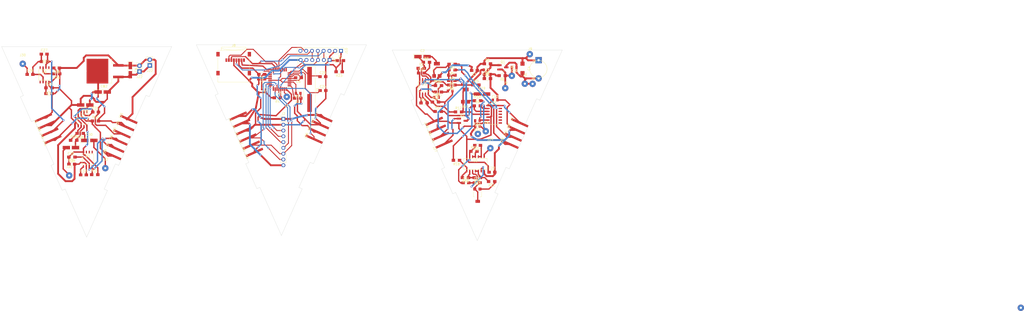
<source format=kicad_pcb>
(kicad_pcb (version 20170123) (host pcbnew no-vcs-found)
  (layers (0 F.Cu signal) (31 B.Cu signal) (34 B.Paste user) (35 F.Paste user) (36 B.SilkS user) (37 F.SilkS user) (38 B.Mask user) (39 F.Mask user) (44 Edge.Cuts user))
  (net 0 "")
  (net 1 GND)
  (net 2 "Net-(C1-Pad1)")
  (net 3 "Net-(C2-Pad2)")
  (net 4 "Net-(C2-Pad1)")
  (net 5 "Net-(C18-Pad1)")
  (net 6 "Net-(C10-Pad1)")
  (net 7 "Net-(C5-Pad1)")
  (net 8 +3V3)
  (net 9 "Net-(C7-Pad1)")
  (net 10 +5V)
  (net 11 "Net-(C10-Pad2)")
  (net 12 /PWM_LP_OUT)
  (net 13 VCC)
  (net 14 "Net-(C13-Pad1)")
  (net 15 "Net-(C14-Pad1)")
  (net 16 "Net-(C16-Pad2)")
  (net 17 "/fm radio/THER_OUT")
  (net 18 "Net-(C18-Pad2)")
  (net 19 "Net-(C19-Pad2)")
  (net 20 "Net-(C19-Pad1)")
  (net 21 "Net-(C20-Pad1)")
  (net 22 "Net-(C20-Pad2)")
  (net 23 "Net-(C21-Pad1)")
  (net 24 "Net-(C23-Pad1)")
  (net 25 "Net-(C24-Pad1)")
  (net 26 "Net-(C25-Pad1)")
  (net 27 "Net-(C26-Pad1)")
  (net 28 "Net-(C26-Pad2)")
  (net 29 /sensorboard/HF_OUTT)
  (net 30 "Net-(C29-Pad1)")
  (net 31 "Net-(C29-Pad2)")
  (net 32 "Net-(C30-Pad1)")
  (net 33 "Net-(C30-Pad2)")
  (net 34 "Net-(C31-Pad1)")
  (net 35 "Net-(C33-Pad1)")
  (net 36 "Net-(D1-Pad2)")
  (net 37 /TX)
  (net 38 /SDA)
  (net 39 /SCL)
  (net 40 /ADC_CO2)
  (net 41 /ADC_LIGHT)
  (net 42 /SPARE_ADC)
  (net 43 /ADC_MUSHROOM)
  (net 44 /SCK)
  (net 45 /MISO)
  (net 46 /MOSI)
  (net 47 "Net-(J7-Pad5)")
  (net 48 "Net-(J8-Pad1)")
  (net 49 /SS)
  (net 50 "Net-(J8-Pad8)")
  (net 51 "Net-(J8-Pad9)")
  (net 52 "Net-(J10-Pad3)")
  (net 53 /TEMP_CS)
  (net 54 "Net-(J10-Pad8)")
  (net 55 /MUSH_555)
  (net 56 "/fm radio/PWM_LF_OUTT")
  (net 57 "/fm radio/HF_OUTT")
  (net 58 "Net-(J24-Pad1)")
  (net 59 /RF_EN)
  (net 60 "/fm radio/RF_EN")
  (net 61 "/fm radio/555_OUTT")
  (net 62 /sensorboard/SDA)
  (net 63 /sensorboard/SCL)
  (net 64 /sensorboard/MUSH_555)
  (net 65 "Net-(JP1-Pad2)")
  (net 66 "Net-(M1-Pad5)")
  (net 67 "Net-(M1-Pad6)")
  (net 68 "Net-(M1-Pad7)")
  (net 69 /PWM_OUT)
  (net 70 "Net-(R16-Pad1)")
  (net 71 "Net-(R11-Pad2)")
  (net 72 "Net-(R10-Pad1)")
  (net 73 "Net-(R11-Pad1)")
  (net 74 "Net-(R12-Pad2)")
  (net 75 "Net-(R12-Pad1)")
  (net 76 "Net-(R14-Pad1)")
  (net 77 "Net-(R18-Pad1)")
  (net 78 "Net-(R19-Pad1)")
  (net 79 "Net-(R20-Pad1)")
  (net 80 "Net-(R21-Pad1)")
  (net 81 "Net-(R22-Pad2)")
  (net 82 "Net-(R24-Pad2)")
  (net 83 "Net-(R26-Pad2)")
  (net 84 "Net-(U1-Pad2)")
  (net 85 "Net-(U1-Pad9)")
  (net 86 "Net-(U1-Pad10)")
  (net 87 "Net-(U1-Pad11)")
  (net 88 "Net-(U1-Pad19)")
  (net 89 "Net-(U1-Pad22)")
  (net 90 "Net-(U1-Pad30)")
  (net 91 "Net-(U6-Pad8)")
  (net 92 "Net-(U6-Pad5)")
  (net 93 "Net-(U6-Pad1)")
  (net 94 "Net-(U7-Pad5)")
  (module Wire_Pads:SolderWirePad_single_1mmDrill (layer F.Cu) (at 230.8987 78.5749)
    (fp_text reference J18 (at 0 -3.81) (layer F.SilkS))
    (fp_text value CONN_01X01)
    (pad 1 thru_hole circle (at 0 0) (size 2.8 2.8) (drill 1.00076) (layers *.Cu *.Mask) (net 15 "Net-(C14-Pad1)"))
  )
  (module Wire_Pads:SolderWirePad_single_1mmDrill (layer F.Cu) (at 234.3658 77.3938)
    (fp_text reference J18 (at 0 -3.81) (layer F.SilkS))
    (fp_text value CONN_01X01)
    (pad 1 thru_hole circle (at 0 0) (size 2.8 2.8) (drill 1.00076) (layers *.Cu *.Mask) (net 14 "Net-(C13-Pad1)"))
  )
  (module new_kicad:Potentiometer_Trimmer-23Breichelt_larger (layer F.Cu) (at 225.5266 62.865)
    (fp_text reference RV1 (at 0 3.83) (layer F.SilkS))
    (fp_text value 10K)
    (pad 2 smd rect (at 0 -3.8) (size 2.6 1.6) (layers F.Cu F.Paste F.Mask) (net 74 "Net-(R12-Pad2)"))
    (pad 3 smd rect (at 1.2 1.6) (size 1.6 1.6) (layers F.Cu F.Paste F.Mask) (net 72 "Net-(R10-Pad1)"))
    (pad 1 smd rect (at -1.2 1.6) (size 1.6 1.6) (layers F.Cu F.Paste F.Mask) (net 74 "Net-(R12-Pad2)"))
  )
  (module new_kicad:Potentiometer_Trimmer-23Breichelt (layer F.Cu) (at 212.9409 51.5493)
    (fp_text reference RV3 (at 0 3.83) (layer F.SilkS))
    (fp_text value 10K)
    (pad 2 smd rect (at 0 -3.8) (size 2.6 1.6) (layers F.Cu F.Paste F.Mask) (net 3 "Net-(C2-Pad2)"))
    (pad 3 smd rect (at 1.2 1.6) (size 1.6 1.6) (layers F.Cu F.Paste F.Mask) (net 1 GND))
    (pad 1 smd rect (at -1.2 1.6) (size 1.6 1.6) (layers F.Cu F.Paste F.Mask) (net 65 "Net-(JP1-Pad2)"))
  )
  (module Socket_Strips:Socket_Strip_Straight_1x08_Pitch2.54mm (layer F.Cu) (at 145.7071 72.009)
    (fp_text reference J2 (at 0 -2.33) (layer F.SilkS))
    (fp_text value Conn_01x08)
    (pad 8 thru_hole oval (at 0 17.78) (size 1.7 1.7) (drill 1) (layers *.Cu *.Mask) (net 38 /SDA))
    (pad 7 thru_hole oval (at 0 15.24) (size 1.7 1.7) (drill 1) (layers *.Cu *.Mask) (net 39 /SCL))
    (pad 6 thru_hole oval (at 0 12.7) (size 1.7 1.7) (drill 1) (layers *.Cu *.Mask) (net 40 /ADC_CO2))
    (pad 5 thru_hole oval (at 0 10.16) (size 1.7 1.7) (drill 1) (layers *.Cu *.Mask) (net 41 /ADC_LIGHT))
    (pad 4 thru_hole oval (at 0 7.62) (size 1.7 1.7) (drill 1) (layers *.Cu *.Mask) (net 42 /SPARE_ADC))
    (pad 3 thru_hole oval (at 0 5.08) (size 1.7 1.7) (drill 1) (layers *.Cu *.Mask) (net 43 /ADC_MUSHROOM))
    (pad 2 thru_hole oval (at 0 2.54) (size 1.7 1.7) (drill 1) (layers *.Cu *.Mask) (net 1 GND))
    (pad 1 thru_hole rect (at 0 0) (size 1.7 1.7) (drill 1) (layers *.Cu *.Mask) (net 10 +5V))
    (pad 8 thru_hole oval (at 0 20.32) (size 1.7 1.7) (drill 1) (layers *.Cu *.Mask) (net 8 +3V3))
  )
  (module Wire_Pads:SolderWirePad_single_1mmDrill (layer F.Cu) (at 254.8636 56.6039)
    (fp_text reference J9 (at 0.127 -2.286) (layer F.SilkS))
    (fp_text value C)
    (pad 1 thru_hole circle (at 0 0) (size 2.8 2.8) (drill 1.00076) (layers *.Cu *.Mask) (net 6 "Net-(C10-Pad1)"))
  )
  (module Wire_Pads:SolderWirePad_single_1mmDrill (layer F.Cu) (at 253.6444 43.5864)
    (fp_text reference J9 (at 0.127 -2.286) (layer F.SilkS))
    (fp_text value C)
    (pad 1 thru_hole circle (at 0 0) (size 2.8 2.8) (drill 1.00076) (layers *.Cu *.Mask) (net 2 "Net-(C1-Pad1)"))
  )
  (module Inductors:INDUCTOR_V (layer F.Cu) (at 257.4925 46.2153 270)
    (fp_text reference L1 (at 0.3683 1.9685 270) (layer F.SilkS))
    (fp_text value COIL)
    (pad 1 thru_hole rect (at 0 0 270) (size 2.8 2.8) (drill 1) (layers *.Cu *.Mask) (net 2 "Net-(C1-Pad1)"))
    (pad 2 thru_hole circle (at 8 0 270) (size 2.8 2.8) (drill 1) (layers *.Cu *.Mask) (net 6 "Net-(C10-Pad1)"))
  )
  (module Socket_Strips:Socket_Strip_Straight_1x02_Pitch2.54mm (layer F.Cu) (at 87.2109 48.5394 180)
    (fp_text reference J22 (at 0 -2.33 180) (layer F.SilkS))
    (fp_text value Conn_01x02)
    (pad 2 thru_hole oval (at 0 2.54 180) (size 2 2) (drill 1) (layers *.Cu *.Mask) (net 13 VCC))
    (pad 1 thru_hole rect (at 0 0 180) (size 2 2) (drill 1) (layers *.Cu *.Mask) (net 1 GND))
  )
  (module Wire_Pads:SolderWirePad_single_SMD_5x10mm (layer F.Cu) (at 249.2248 73.6727 66)
    (fp_text reference J3 (at 0 -3.81 66) (layer F.SilkS))
    (fp_text value BREAKOUT)
    (pad 1 smd rect (at 0 0 66) (size 1 8) (layers F.Cu F.Mask) (net 13 VCC))
  )
  (module Wire_Pads:SolderWirePad_single_SMD_5x10mm (layer F.Cu) (at 40.6273 71.4756 114)
    (fp_text reference J3 (at 0 -3.81 114) (layer F.SilkS))
    (fp_text value BREAKOUT)
    (pad 1 smd rect (at 0 0 114) (size 1 8) (layers F.Cu F.Mask) (net 13 VCC))
  )
  (module Capacitors_SMD:C_0805_HandSoldering (layer F.Cu) (at 206.2099 51.8795)
    (fp_text reference C22 (at 0 -1.75) (layer F.SilkS))
    (fp_text value 100nF)
    (pad 1 smd rect (at -1.25 0) (size 1.5 1.25) (layers F.Cu F.Paste F.Mask) (net 13 VCC))
    (pad 2 smd rect (at 1.25 0) (size 1.5 1.25) (layers F.Cu F.Paste F.Mask) (net 1 GND))
  )
  (module Wire_Pads:SolderWirePad_single_SMD_5x10mm (layer F.Cu) (at 125.9459 70.739 114)
    (fp_text reference J3 (at 0 -3.81 114) (layer F.SilkS))
    (fp_text value BREAKOUT)
    (pad 1 smd rect (at 0 0 114) (size 1 8) (layers F.Cu F.Mask) (net 10 +5V))
  )
  (module Wire_Pads:SolderWirePad_single_SMD_5x10mm (layer F.Cu) (at 127.4064 73.9267 114)
    (fp_text reference J4 (at 0 -3.81 114) (layer F.SilkS))
    (fp_text value BREAKOUT)
    (pad 1 smd rect (at 0 0 114) (size 1 8) (layers F.Cu F.Mask) (net 8 +3V3))
  )
  (module Wire_Pads:SolderWirePad_single_SMD_5x10mm (layer F.Cu) (at 160.5661 77.7113 66)
    (fp_text reference J16 (at 0 -3.81 66) (layer F.SilkS))
    (fp_text value BREAKOUT)
    (pad 1 smd rect (at 0 0 66) (size 1 8) (layers F.Cu F.Mask) (net 12 /PWM_LP_OUT))
  )
  (module Housings_SOIC:SOIC-14_3.9x8.7mm_Pitch1.27mm (layer F.Cu) (at 238.0107 69.9516)
    (fp_text reference U4 (at 0 -5.375) (layer F.SilkS))
    (fp_text value HEF4093B)
    (pad 14 smd rect (at 2.7 -3.81) (size 1.5 0.6) (layers F.Cu F.Paste F.Mask) (net 13 VCC))
    (pad 13 smd rect (at 2.7 -2.54) (size 1.5 0.6) (layers F.Cu F.Paste F.Mask))
    (pad 12 smd rect (at 2.7 -1.27) (size 1.5 0.6) (layers F.Cu F.Paste F.Mask))
    (pad 11 smd rect (at 2.7 0) (size 1.5 0.6) (layers F.Cu F.Paste F.Mask))
    (pad 10 smd rect (at 2.7 1.27) (size 1.5 0.6) (layers F.Cu F.Paste F.Mask))
    (pad 9 smd rect (at 2.7 2.54) (size 1.5 0.6) (layers F.Cu F.Paste F.Mask))
    (pad 8 smd rect (at 2.7 3.81) (size 1.5 0.6) (layers F.Cu F.Paste F.Mask))
    (pad 7 smd rect (at -2.7 3.81) (size 1.5 0.6) (layers F.Cu F.Paste F.Mask) (net 1 GND))
    (pad 6 smd rect (at -2.7 2.54) (size 1.5 0.6) (layers F.Cu F.Paste F.Mask) (net 15 "Net-(C14-Pad1)"))
    (pad 5 smd rect (at -2.7 1.27) (size 1.5 0.6) (layers F.Cu F.Paste F.Mask) (net 13 VCC))
    (pad 4 smd rect (at -2.7 0) (size 1.5 0.6) (layers F.Cu F.Paste F.Mask) (net 74 "Net-(R12-Pad2)"))
    (pad 3 smd rect (at -2.7 -1.27) (size 1.5 0.6) (layers F.Cu F.Paste F.Mask) (net 71 "Net-(R11-Pad2)"))
    (pad 2 smd rect (at -2.7 -2.54) (size 1.5 0.6) (layers F.Cu F.Paste F.Mask) (net 14 "Net-(C13-Pad1)"))
    (pad 1 smd rect (at -2.7 -3.81) (size 1.5 0.6) (layers F.Cu F.Paste F.Mask) (net 13 VCC))
  )
  (module new_kicad:Potentiometer_Trimmer-23Breichelt (layer F.Cu) (at 230.7336 104.3559 180)
    (fp_text reference RV2 (at 0 3.83 180) (layer F.SilkS))
    (fp_text value 2.5K)
    (pad 2 smd rect (at -0.1 -3.8 180) (size 2 1.3) (layers F.Cu F.Paste F.Mask) (net 22 "Net-(C20-Pad2)"))
    (pad 3 smd rect (at 1.2 1.6 180) (size 1.3 1.3) (layers F.Cu F.Paste F.Mask) (net 22 "Net-(C20-Pad2)"))
    (pad 1 smd rect (at -1.1 1.6 180) (size 1.3 1.3) (layers F.Cu F.Paste F.Mask) (net 80 "Net-(R21-Pad1)"))
  )
  (module Capacitors_SMD:C_0805_HandSoldering (layer F.Cu) (at 229.4128 50.7365 180)
    (fp_text reference C1 (at 0 -1.75 180) (layer F.SilkS))
    (fp_text value 10nF)
    (pad 2 smd rect (at 1.25 0 180) (size 1.5 1.25) (layers F.Cu F.Paste F.Mask) (net 1 GND))
    (pad 1 smd rect (at -1.25 0 180) (size 1.5 1.25) (layers F.Cu F.Paste F.Mask) (net 2 "Net-(C1-Pad1)"))
  )
  (module Capacitors_Tantalum_SMD:CP_Tantalum_Case-A_EIA-3216-18_Hand (layer F.Cu) (at 206.6544 44.6532)
    (fp_text reference C2 (at 0 -2.55) (layer F.SilkS))
    (fp_text value 1uF)
    (pad 2 smd rect (at 2 0) (size 3.2 1.5) (layers F.Cu F.Paste F.Mask) (net 3 "Net-(C2-Pad2)"))
    (pad 1 smd rect (at -2 0) (size 3.2 1.5) (layers F.Cu F.Paste F.Mask) (net 4 "Net-(C2-Pad1)"))
  )
  (module Capacitors_SMD:C_0805_HandSoldering (layer F.Cu) (at 235.0008 52.4002)
    (fp_text reference C3 (at 0 -1.75) (layer F.SilkS))
    (fp_text value 1nF)
    (pad 1 smd rect (at -1.25 0) (size 1.5 1.25) (layers F.Cu F.Paste F.Mask) (net 5 "Net-(C18-Pad1)"))
    (pad 2 smd rect (at 1.25 0) (size 1.5 1.25) (layers F.Cu F.Paste F.Mask) (net 1 GND))
  )
  (module Capacitors_SMD:C_Trimmer_Murata_TZC3 (layer F.Cu) (at 250.444 49.8221 270)
    (fp_text reference C4 (at 0 -2.85 270) (layer F.SilkS))
    (fp_text value 10pF-50pF)
    (pad 1 smd rect (at -2.075 0 270) (size 1.8 1.8) (layers F.Cu F.Paste F.Mask) (net 2 "Net-(C1-Pad1)"))
    (pad 2 smd rect (at 2.075 0 270) (size 1.8 1.8) (layers F.Cu F.Paste F.Mask) (net 6 "Net-(C10-Pad1)"))
  )
  (module Capacitors_SMD:C_0805_HandSoldering (layer F.Cu) (at 136.2075 52.4256 180)
    (fp_text reference C5 (at 0 -1.75 180) (layer F.SilkS))
    (fp_text value 100nF)
    (pad 2 smd rect (at 1.25 0 180) (size 1.5 1.25) (layers F.Cu F.Paste F.Mask) (net 1 GND))
    (pad 1 smd rect (at -1.25 0 180) (size 1.5 1.25) (layers F.Cu F.Paste F.Mask) (net 7 "Net-(C5-Pad1)"))
  )
  (module Capacitors_SMD:C_0805_HandSoldering (layer F.Cu) (at 152.2984 53.9115 180)
    (fp_text reference C6 (at 0 -1.75 180) (layer F.SilkS))
    (fp_text value 100nF)
    (pad 2 smd rect (at 1.25 0 180) (size 1.5 1.25) (layers F.Cu F.Paste F.Mask) (net 1 GND))
    (pad 1 smd rect (at -1.25 0 180) (size 1.5 1.25) (layers F.Cu F.Paste F.Mask) (net 8 +3V3))
  )
  (module Capacitors_SMD:C_0805_HandSoldering (layer F.Cu) (at 136.2075 54.483 180)
    (fp_text reference C7 (at 0 -1.75 180) (layer F.SilkS))
    (fp_text value 100nF)
    (pad 1 smd rect (at -1.25 0 180) (size 1.5 1.25) (layers F.Cu F.Paste F.Mask) (net 9 "Net-(C7-Pad1)"))
    (pad 2 smd rect (at 1.25 0 180) (size 1.5 1.25) (layers F.Cu F.Paste F.Mask) (net 1 GND))
  )
  (module Capacitors_Tantalum_SMD:CP_Tantalum_Case-A_EIA-3216-18_Hand (layer F.Cu) (at 78.6765 50.5841 270)
    (fp_text reference C8 (at 0 -2.55 270) (layer F.SilkS))
    (fp_text value 10uF)
    (pad 1 smd rect (at -2 0 270) (size 3.2 1.5) (layers F.Cu F.Paste F.Mask) (net 13 VCC))
    (pad 2 smd rect (at 2 0 270) (size 3.2 1.5) (layers F.Cu F.Paste F.Mask) (net 1 GND))
  )
  (module Capacitors_Tantalum_SMD:CP_Tantalum_Case-A_EIA-3216-18_Hand (layer F.Cu) (at 66.5861 60.1853)
    (fp_text reference C9 (at 0 -2.55) (layer F.SilkS))
    (fp_text value 10uF)
    (pad 1 smd rect (at -2 0) (size 3.2 1.5) (layers F.Cu F.Paste F.Mask) (net 8 +3V3))
    (pad 2 smd rect (at 2 0) (size 3.2 1.5) (layers F.Cu F.Paste F.Mask) (net 1 GND))
  )
  (module Capacitors_SMD:C_0805 (layer F.Cu) (at 246.8118 49.3141 180)
    (fp_text reference C10 (at 0 -1.5 180) (layer F.SilkS))
    (fp_text value "10pf or replace conns")
    (pad 2 smd rect (at 1 0 180) (size 1 1.25) (layers F.Cu F.Paste F.Mask) (net 11 "Net-(C10-Pad2)"))
    (pad 1 smd rect (at -1 0 180) (size 1 1.25) (layers F.Cu F.Paste F.Mask) (net 6 "Net-(C10-Pad1)"))
  )
  (module Capacitors_SMD:C_0805 (layer F.Cu) (at 152.1841 60.7314 180)
    (fp_text reference C11 (at 0 -1.5 180) (layer F.SilkS))
    (fp_text value 100nF)
    (pad 1 smd rect (at -1 0 180) (size 1 1.25) (layers F.Cu F.Paste F.Mask) (net 12 /PWM_LP_OUT))
    (pad 2 smd rect (at 1 0 180) (size 1 1.25) (layers F.Cu F.Paste F.Mask) (net 1 GND))
  )
  (module Capacitors_SMD:C_0805 (layer F.Cu) (at 238.4679 63.7032)
    (fp_text reference C12 (at 0 -1.5) (layer F.SilkS))
    (fp_text value 100nF)
    (pad 1 smd rect (at -1 0) (size 1 1.25) (layers F.Cu F.Paste F.Mask) (net 13 VCC))
    (pad 2 smd rect (at 1 0) (size 1 1.25) (layers F.Cu F.Paste F.Mask) (net 1 GND))
  )
  (module Capacitors_SMD:C_0805 (layer F.Cu) (at 230.7336 75.184 180)
    (fp_text reference C13 (at 0 -1.5 180) (layer F.SilkS))
    (fp_text value 100pF)
    (pad 2 smd rect (at 1 0 180) (size 1 1.25) (layers F.Cu F.Paste F.Mask) (net 1 GND))
    (pad 1 smd rect (at -1 0 180) (size 1 1.25) (layers F.Cu F.Paste F.Mask) (net 14 "Net-(C13-Pad1)"))
  )
  (module Capacitors_SMD:C_0805 (layer F.Cu) (at 230.6955 72.7329 180)
    (fp_text reference C14 (at 0 -1.5 180) (layer F.SilkS))
    (fp_text value 100pF)
    (pad 2 smd rect (at 1 0 180) (size 1 1.25) (layers F.Cu F.Paste F.Mask) (net 1 GND))
    (pad 1 smd rect (at -1 0 180) (size 1 1.25) (layers F.Cu F.Paste F.Mask) (net 15 "Net-(C14-Pad1)"))
  )
  (module Capacitors_SMD:C_0805 (layer F.Cu) (at 212.7504 62.5602)
    (fp_text reference C16 (at 0 -1.5) (layer F.SilkS))
    (fp_text value 10nF)
    (pad 1 smd rect (at -1 0) (size 1 1.25) (layers F.Cu F.Paste F.Mask) (net 1 GND))
    (pad 2 smd rect (at 1 0) (size 1 1.25) (layers F.Cu F.Paste F.Mask) (net 16 "Net-(C16-Pad2)"))
  )
  (module Capacitors_SMD:C_0805 (layer F.Cu) (at 218.7702 59.7408)
    (fp_text reference C17 (at 0 -1.5) (layer F.SilkS))
    (fp_text value 1nF)
    (pad 1 smd rect (at -1 0) (size 1 1.25) (layers F.Cu F.Paste F.Mask) (net 17 "/fm radio/THER_OUT"))
    (pad 2 smd rect (at 1 0) (size 1 1.25) (layers F.Cu F.Paste F.Mask) (net 1 GND))
  )
  (module Capacitors_SMD:C_0805 (layer F.Cu) (at 234.4547 50.4825 180)
    (fp_text reference C18 (at 0 -1.5 180) (layer F.SilkS))
    (fp_text value 330nF)
    (pad 2 smd rect (at 1 0 180) (size 1 1.25) (layers F.Cu F.Paste F.Mask) (net 18 "Net-(C18-Pad2)"))
    (pad 1 smd rect (at -1 0 180) (size 1 1.25) (layers F.Cu F.Paste F.Mask) (net 5 "Net-(C18-Pad1)"))
  )
  (module Capacitors_Tantalum_SMD:CP_Tantalum_Case-A_EIA-3216-18_Hand (layer F.Cu) (at 232.7402 61.0743)
    (fp_text reference C19 (at 0 -2.55) (layer F.SilkS))
    (fp_text value 10uF)
    (pad 2 smd rect (at 2 0) (size 3.2 1.5) (layers F.Cu F.Paste F.Mask) (net 19 "Net-(C19-Pad2)"))
    (pad 1 smd rect (at -2 0) (size 3.2 1.5) (layers F.Cu F.Paste F.Mask) (net 20 "Net-(C19-Pad1)"))
  )
  (module Capacitors_SMD:C_0805_HandSoldering (layer F.Cu) (at 230.6193 99.9744)
    (fp_text reference C20 (at 0 -1.75) (layer F.SilkS))
    (fp_text value 33pF)
    (pad 1 smd rect (at -1.25 0) (size 1.5 1.25) (layers F.Cu F.Paste F.Mask) (net 21 "Net-(C20-Pad1)"))
    (pad 2 smd rect (at 1.25 0) (size 1.5 1.25) (layers F.Cu F.Paste F.Mask) (net 22 "Net-(C20-Pad2)"))
  )
  (module Capacitors_SMD:C_0805_HandSoldering (layer F.Cu) (at 225.6663 100.0252)
    (fp_text reference C21 (at 0 -1.75) (layer F.SilkS))
    (fp_text value 33pF)
    (pad 1 smd rect (at -1.25 0) (size 1.5 1.25) (layers F.Cu F.Paste F.Mask) (net 23 "Net-(C21-Pad1)"))
    (pad 2 smd rect (at 1.25 0) (size 1.5 1.25) (layers F.Cu F.Paste F.Mask) (net 21 "Net-(C20-Pad1)"))
  )
  (module Capacitors_SMD:C_0805_HandSoldering (layer F.Cu) (at 237.0582 95.3643)
    (fp_text reference C22 (at 0 -1.75) (layer F.SilkS))
    (fp_text value 100nF)
    (pad 2 smd rect (at 1.25 0) (size 1.5 1.25) (layers F.Cu F.Paste F.Mask) (net 1 GND))
    (pad 1 smd rect (at -1.25 0) (size 1.5 1.25) (layers F.Cu F.Paste F.Mask) (net 13 VCC))
  )
  (module Capacitors_SMD:C_0805_HandSoldering (layer F.Cu) (at 230.7844 83.5914 180)
    (fp_text reference C23 (at 0 -1.75 180) (layer F.SilkS))
    (fp_text value 10pF)
    (pad 2 smd rect (at 1.25 0 180) (size 1.5 1.25) (layers F.Cu F.Paste F.Mask) (net 23 "Net-(C21-Pad1)"))
    (pad 1 smd rect (at -1.25 0 180) (size 1.5 1.25) (layers F.Cu F.Paste F.Mask) (net 24 "Net-(C23-Pad1)"))
  )
  (module Capacitors_SMD:C_0805_HandSoldering (layer F.Cu) (at 163.0426 59.5376)
    (fp_text reference C24 (at 0 -1.75) (layer F.SilkS))
    (fp_text value 22pF)
    (pad 1 smd rect (at -1.25 0) (size 1.5 1.25) (layers F.Cu F.Paste F.Mask) (net 25 "Net-(C24-Pad1)"))
    (pad 2 smd rect (at 1.25 0) (size 1.5 1.25) (layers F.Cu F.Paste F.Mask) (net 1 GND))
  )
  (module Capacitors_SMD:C_0805_HandSoldering (layer F.Cu) (at 162.9918 53.4416)
    (fp_text reference C25 (at 0 -1.75) (layer F.SilkS))
    (fp_text value 22pF)
    (pad 2 smd rect (at 1.25 0) (size 1.5 1.25) (layers F.Cu F.Paste F.Mask) (net 1 GND))
    (pad 1 smd rect (at -1.25 0) (size 1.5 1.25) (layers F.Cu F.Paste F.Mask) (net 26 "Net-(C25-Pad1)"))
  )
  (module Capacitors_SMD:C_0805_HandSoldering (layer F.Cu) (at 34.7472 52.4764)
    (fp_text reference C26 (at 0 -1.75) (layer F.SilkS))
    (fp_text value 100nF)
    (pad 1 smd rect (at -1.25 0) (size 1.5 1.25) (layers F.Cu F.Paste F.Mask) (net 27 "Net-(C26-Pad1)"))
    (pad 2 smd rect (at 1.25 0) (size 1.5 1.25) (layers F.Cu F.Paste F.Mask) (net 28 "Net-(C26-Pad2)"))
  )
  (module Capacitors_SMD:C_0805_HandSoldering (layer F.Cu) (at 40.9448 43.561)
    (fp_text reference C27 (at 0 -1.75) (layer F.SilkS))
    (fp_text value 10nF)
    (pad 2 smd rect (at 1.25 0) (size 1.5 1.25) (layers F.Cu F.Paste F.Mask) (net 29 /sensorboard/HF_OUTT))
    (pad 1 smd rect (at -1.25 0) (size 1.5 1.25) (layers F.Cu F.Paste F.Mask) (net 28 "Net-(C26-Pad2)"))
  )
  (module Capacitors_SMD:C_0805_HandSoldering (layer F.Cu) (at 46.3677 49.6443 180)
    (fp_text reference C28 (at 0 -1.75 180) (layer F.SilkS))
    (fp_text value 100nF)
    (pad 1 smd rect (at -1.25 0 180) (size 1.5 1.25) (layers F.Cu F.Paste F.Mask) (net 13 VCC))
    (pad 2 smd rect (at 1.25 0 180) (size 1.5 1.25) (layers F.Cu F.Paste F.Mask) (net 1 GND))
  )
  (module Capacitors_Tantalum_SMD:CP_Tantalum_Case-A_EIA-3216-18_Hand (layer F.Cu) (at 52.6542 84.582 180)
    (fp_text reference C29 (at 0 -2.55 180) (layer F.SilkS))
    (fp_text value 2.2uF)
    (pad 1 smd rect (at -2 0 180) (size 3.2 1.5) (layers F.Cu F.Paste F.Mask) (net 30 "Net-(C29-Pad1)"))
    (pad 2 smd rect (at 2 0 180) (size 3.2 1.5) (layers F.Cu F.Paste F.Mask) (net 31 "Net-(C29-Pad2)"))
  )
  (module Capacitors_Tantalum_SMD:CP_Tantalum_Case-A_EIA-3216-18_Hand (layer F.Cu) (at 60.7187 81.407)
    (fp_text reference C30 (at 0 -2.55) (layer F.SilkS))
    (fp_text value 2.2uF)
    (pad 1 smd rect (at -2 0) (size 3.2 1.5) (layers F.Cu F.Paste F.Mask) (net 32 "Net-(C30-Pad1)"))
    (pad 2 smd rect (at 2 0) (size 3.2 1.5) (layers F.Cu F.Paste F.Mask) (net 33 "Net-(C30-Pad2)"))
  )
  (module Capacitors_SMD:C_0805_HandSoldering (layer F.Cu) (at 63.4746 68.9864)
    (fp_text reference C31 (at 0 -1.75) (layer F.SilkS))
    (fp_text value 100nF)
    (pad 1 smd rect (at -1.25 0) (size 1.5 1.25) (layers F.Cu F.Paste F.Mask) (net 34 "Net-(C31-Pad1)"))
    (pad 2 smd rect (at 1.25 0) (size 1.5 1.25) (layers F.Cu F.Paste F.Mask) (net 1 GND))
  )
  (module Capacitors_Tantalum_SMD:CP_Tantalum_Case-A_EIA-3216-18_Hand (layer F.Cu) (at 58.9407 65.8749 180)
    (fp_text reference C32 (at 0 -2.55 180) (layer F.SilkS))
    (fp_text value 2.2uF)
    (pad 2 smd rect (at 2 0 180) (size 3.2 1.5) (layers F.Cu F.Paste F.Mask) (net 1 GND))
    (pad 1 smd rect (at -2 0 180) (size 3.2 1.5) (layers F.Cu F.Paste F.Mask) (net 8 +3V3))
  )
  (module Capacitors_SMD:C_0805_HandSoldering (layer F.Cu) (at 58.166 96.5454)
    (fp_text reference C33 (at 0 -1.75) (layer F.SilkS))
    (fp_text value 100nF)
    (pad 1 smd rect (at -1.25 0) (size 1.5 1.25) (layers F.Cu F.Paste F.Mask) (net 35 "Net-(C33-Pad1)"))
    (pad 2 smd rect (at 1.25 0) (size 1.5 1.25) (layers F.Cu F.Paste F.Mask) (net 1 GND))
  )
  (module Capacitors_SMD:C_0805_HandSoldering (layer F.Cu) (at 53.0352 91.821)
    (fp_text reference C34 (at 0 -1.75) (layer F.SilkS))
    (fp_text value 220nF)
    (pad 2 smd rect (at 1.25 0) (size 1.5 1.25) (layers F.Cu F.Paste F.Mask) (net 1 GND))
    (pad 1 smd rect (at -1.25 0) (size 1.5 1.25) (layers F.Cu F.Paste F.Mask) (net 8 +3V3))
  )
  (module LEDs:LED_0805_HandSoldering (layer F.Cu) (at 170.6626 46.4058)
    (fp_text reference D1 (at 0 -1.7) (layer F.SilkS))
    (fp_text value LED_Small)
    (pad 1 smd rect (at -1.35 0) (size 1.5 1.3) (layers F.Cu F.Paste F.Mask) (net 1 GND))
    (pad 2 smd rect (at 1.35 0) (size 1.5 1.3) (layers F.Cu F.Paste F.Mask) (net 36 "Net-(D1-Pad2)"))
  )
  (module Wire_Pads:SolderWirePad_single_1mmDrill (layer F.Cu) (at 147.193 62.3062 180)
    (fp_text reference J1 (at 0 -3.81 180) (layer F.SilkS))
    (fp_text value BREAKOUT)
    (pad 1 thru_hole circle (at 0 0 180) (size 2.8 2.8) (drill 1.00076) (layers *.Cu *.Mask) (net 37 /TX))
  )
  (module Wire_Pads:SolderWirePad_single_1mmDrill (layer F.Cu) (at 251.46 56.5531)
    (fp_text reference J5 (at 0 -3.81) (layer F.SilkS))
    (fp_text value CAP)
    (pad 1 thru_hole circle (at 0 0) (size 2.8 2.8) (drill 1.00076) (layers *.Cu *.Mask) (net 6 "Net-(C10-Pad1)"))
  )
  (module Wire_Pads:SolderWirePad_single_1mmDrill (layer F.Cu) (at 245.7577 53.086)
    (fp_text reference J6 (at 0 -3.81) (layer F.SilkS))
    (fp_text value CAP)
    (pad 1 thru_hole circle (at 0 0) (size 2.8 2.8) (drill 1.00076) (layers *.Cu *.Mask) (net 11 "Net-(C10-Pad2)"))
  )
  (module Socket_Strips:Socket_Strip_Straight_1x06_Pitch2.54mm (layer F.Cu) (at 165.9763 46.1391 270)
    (fp_text reference J7 (at 0 -2.33 270) (layer F.SilkS))
    (fp_text value CONN_01X06)
    (pad 1 thru_hole rect (at 0 0 270) (size 1.7 1.7) (drill 1) (layers *.Cu *.Mask) (net 1 GND))
    (pad 2 thru_hole oval (at 0 2.54 270) (size 1.7 1.7) (drill 1) (layers *.Cu *.Mask) (net 44 /SCK))
    (pad 3 thru_hole oval (at 0 5.08 270) (size 1.7 1.7) (drill 1) (layers *.Cu *.Mask) (net 45 /MISO))
    (pad 4 thru_hole oval (at 0 7.62 270) (size 1.7 1.7) (drill 1) (layers *.Cu *.Mask) (net 46 /MOSI))
    (pad 5 thru_hole oval (at 0 10.16 270) (size 1.7 1.7) (drill 1) (layers *.Cu *.Mask) (net 47 "Net-(J7-Pad5)"))
    (pad 6 thru_hole oval (at 0 12.7 270) (size 1.7 1.7) (drill 1) (layers *.Cu *.Mask) (net 8 +3V3))
  )
  (module Connectors:microSD_Card_Receptacle_Wurth_693072010801 (layer F.Cu) (at 123.952 48.895)
    (fp_text reference J8 (at 0 -9.14) (layer F.SilkS))
    (fp_text value Micro_SD_Card)
    (pad 1 smd rect (at -3.2 -2.7) (size 0.8 1.5) (layers F.Cu F.Paste F.Mask) (net 48 "Net-(J8-Pad1)"))
    (pad 2 smd rect (at -2.1 -2.7) (size 0.8 1.5) (layers F.Cu F.Paste F.Mask) (net 49 /SS))
    (pad 3 smd rect (at -1 -2.7) (size 0.8 1.5) (layers F.Cu F.Paste F.Mask) (net 46 /MOSI))
    (pad 4 smd rect (at 0.1 -2.7) (size 0.8 1.5) (layers F.Cu F.Paste F.Mask) (net 8 +3V3))
    (pad 5 smd rect (at 1.2 -2.7) (size 0.8 1.5) (layers F.Cu F.Paste F.Mask) (net 44 /SCK))
    (pad 6 smd rect (at 2.3 -2.7) (size 0.8 1.5) (layers F.Cu F.Paste F.Mask) (net 1 GND))
    (pad 7 smd rect (at 3.4 -2.7) (size 0.8 1.5) (layers F.Cu F.Paste F.Mask) (net 45 /MISO))
    (pad 8 smd rect (at 4.5 -2.7) (size 0.8 1.5) (layers F.Cu F.Paste F.Mask) (net 50 "Net-(J8-Pad8)"))
    (pad 9 smd rect (at 6.875 3) (size 1.45 2) (layers F.Cu F.Paste F.Mask) (net 51 "Net-(J8-Pad9)"))
    (pad 9 smd rect (at -6.875 3) (size 1.45 2) (layers F.Cu F.Paste F.Mask) (net 51 "Net-(J8-Pad9)"))
    (pad 9 smd rect (at -6.875 -5.3) (size 1.45 2) (layers F.Cu F.Paste F.Mask) (net 51 "Net-(J8-Pad9)"))
    (pad 9 smd rect (at 6.875 -5.3) (size 1.45 2) (layers F.Cu F.Paste F.Mask) (net 51 "Net-(J8-Pad9)"))
  )
  (module Wire_Pads:SolderWirePad_single_1mmDrill (layer F.Cu) (at 242.8875 58.4835)
    (fp_text reference J9 (at 0.127 -2.286) (layer F.SilkS))
    (fp_text value ANTENNA)
    (pad 1 thru_hole circle (at 0 0) (size 2.8 2.8) (drill 1.00076) (layers *.Cu *.Mask) (net 11 "Net-(C10-Pad2)"))
  )
  (module Socket_Strips:Socket_Strip_Straight_1x08_Pitch2.54mm (layer F.Cu) (at 170.9547 42.1386 270)
    (fp_text reference J10 (at 0 -2.33 270) (layer F.SilkS))
    (fp_text value Conn_01x08)
    (pad 1 thru_hole rect (at 0 0 270) (size 1.7 1.7) (drill 1) (layers *.Cu *.Mask) (net 8 +3V3))
    (pad 2 thru_hole oval (at 0 2.54 270) (size 1.7 1.7) (drill 1) (layers *.Cu *.Mask) (net 1 GND))
    (pad 3 thru_hole oval (at 0 5.08 270) (size 1.7 1.7) (drill 1) (layers *.Cu *.Mask) (net 52 "Net-(J10-Pad3)"))
    (pad 4 thru_hole oval (at 0 7.62 270) (size 1.7 1.7) (drill 1) (layers *.Cu *.Mask) (net 44 /SCK))
    (pad 5 thru_hole oval (at 0 10.16 270) (size 1.7 1.7) (drill 1) (layers *.Cu *.Mask) (net 45 /MISO))
    (pad 6 thru_hole oval (at 0 12.7 270) (size 1.7 1.7) (drill 1) (layers *.Cu *.Mask) (net 46 /MOSI))
    (pad 7 thru_hole oval (at 0 15.24 270) (size 1.7 1.7) (drill 1) (layers *.Cu *.Mask) (net 53 /TEMP_CS))
    (pad 8 thru_hole oval (at 0 17.78 270) (size 1.7 1.7) (drill 1) (layers *.Cu *.Mask) (net 54 "Net-(J10-Pad8)"))
  )
  (module Wire_Pads:SolderWirePad_single_SMD_5x10mm (layer F.Cu) (at 128.7907 77.1398 114)
    (fp_text reference J11 (at 0 -3.81 114) (layer F.SilkS))
    (fp_text value BREAKOUT)
    (pad 1 smd rect (at 0 0 114) (size 1 8) (layers F.Cu F.Mask) (net 1 GND))
  )
  (module Wire_Pads:SolderWirePad_single_SMD_5x10mm (layer F.Cu) (at 130.2258 80.3275 114)
    (fp_text reference J12 (at 0 -3.81 114) (layer F.SilkS))
    (fp_text value BREAKOUT)
    (pad 1 smd rect (at 0 0 114) (size 1 8) (layers F.Cu F.Mask) (net 38 /SDA))
  )
  (module Wire_Pads:SolderWirePad_single_SMD_5x10mm (layer F.Cu) (at 133.0579 86.6902 114)
    (fp_text reference J13 (at 0 -3.81 114) (layer F.SilkS))
    (fp_text value BREAKOUT)
    (pad 1 smd rect (at 0 0 114) (size 1 8) (layers F.Cu F.Mask) (net 55 /MUSH_555))
  )
  (module Wire_Pads:SolderWirePad_single_SMD_5x10mm (layer F.Cu) (at 163.449 71.4883 66)
    (fp_text reference J14 (at 0 -3.81 66) (layer F.SilkS))
    (fp_text value BREAKOUT)
    (pad 1 smd rect (at 0 0 66) (size 1 8) (layers F.Cu F.Mask) (net 10 +5V))
  )
  (module Wire_Pads:SolderWirePad_single_SMD_5x10mm (layer F.Cu) (at 161.9123 74.5363 66)
    (fp_text reference J15 (at 0 -3.81 66) (layer F.SilkS))
    (fp_text value BREAKOUT)
    (pad 1 smd rect (at 0 0 66) (size 1 8) (layers F.Cu F.Mask) (net 1 GND))
  )
  (module Wire_Pads:SolderWirePad_single_1mmDrill (layer F.Cu) (at 234.3531 77.4192)
    (fp_text reference J18 (at 0 -3.81) (layer F.SilkS))
    (fp_text value CONN_01X01)
    (pad 1 thru_hole circle (at 234.3531 77.4192) (size 2.8 2.8) (drill 1.00076) (layers *.Cu *.Mask) (net 14 "Net-(C13-Pad1)"))
  )
  (module Wire_Pads:SolderWirePad_single_SMD_5x10mm (layer F.Cu) (at 211.836 73.025 114)
    (fp_text reference J19 (at 0 -3.81 114) (layer F.SilkS))
    (fp_text value EDGE)
    (pad 1 smd rect (at 0 0 114) (size 1 8) (layers F.Cu F.Mask) (net 13 VCC))
  )
  (module Wire_Pads:SolderWirePad_single_SMD_5x10mm (layer F.Cu) (at 213.1695 76.454 114)
    (fp_text reference J20 (at 0 -3.81 114) (layer F.SilkS))
    (fp_text value EDGE)
    (pad 1 smd rect (at 0 0 114) (size 1 8) (layers F.Cu F.Mask) (net 1 GND))
  )
  (module Wire_Pads:SolderWirePad_single_SMD_5x10mm (layer F.Cu) (at 214.5792 79.629 114)
    (fp_text reference J21 (at 0 -3.81 114) (layer F.SilkS))
    (fp_text value EDGE)
    (pad 1 smd rect (at 0 0 114) (size 1 8) (layers F.Cu F.Mask) (net 56 "/fm radio/PWM_LF_OUTT"))
  )
  (module Socket_Strips:Socket_Strip_Straight_1x02_Pitch2.54mm (layer F.Cu) (at 82.677 51.2064 180)
    (fp_text reference J22 (at 0 -2.33 180) (layer F.SilkS))
    (fp_text value Conn_01x02)
    (pad 1 thru_hole rect (at 0 0 180) (size 2 2) (drill 1) (layers *.Cu *.Mask) (net 1 GND))
    (pad 2 thru_hole oval (at 0 2.54 180) (size 2 2) (drill 1) (layers *.Cu *.Mask) (net 13 VCC))
  )
  (module Wire_Pads:SolderWirePad_single_SMD_5x10mm (layer F.Cu) (at 246.3546 79.9846 66)
    (fp_text reference J23 (at 0 -3.81 66) (layer F.SilkS))
    (fp_text value EDGE)
    (pad 1 smd rect (at 0 0 66) (size 1 8) (layers F.Cu F.Mask) (net 57 "/fm radio/HF_OUTT"))
  )
  (module Wire_Pads:SolderWirePad_single_1mmDrill (layer F.Cu) (at 236.3724 84.8233)
    (fp_text reference J24 (at 0 -3.81) (layer F.SilkS))
    (fp_text value ANTENNA)
    (pad 1 thru_hole circle (at 0 0) (size 2.8 2.8) (drill 1.00076) (layers *.Cu *.Mask) (net 58 "Net-(J24-Pad1)"))
  )
  (module Wire_Pads:SolderWirePad_single_SMD_5x10mm (layer F.Cu) (at 131.6736 83.4898 114)
    (fp_text reference J25 (at 0 -3.81 114) (layer F.SilkS))
    (fp_text value BREAKOUT)
    (pad 1 smd rect (at 0 0 114) (size 1 8) (layers F.Cu F.Mask) (net 39 /SCL))
  )
  (module Wire_Pads:SolderWirePad_single_SMD_5x10mm (layer F.Cu) (at 159.1691 80.8736 66)
    (fp_text reference J26 (at 0 -3.81 66) (layer F.SilkS))
    (fp_text value BREAKOUT)
    (pad 1 smd rect (at 0 0 66) (size 1 8) (layers F.Cu F.Mask) (net 59 /RF_EN))
  )
  (module Wire_Pads:SolderWirePad_single_SMD_5x10mm (layer F.Cu) (at 216.1032 83.0199 114)
    (fp_text reference J27 (at -0.4445 -4.5339 114) (layer F.SilkS))
    (fp_text value EDGE)
    (pad 1 smd rect (at 0 0 114) (size 1 8) (layers F.Cu F.Mask) (net 60 "/fm radio/RF_EN"))
  )
  (module Wire_Pads:SolderWirePad_single_SMD_5x10mm (layer F.Cu) (at 247.8024 76.8223 66)
    (fp_text reference J28 (at 0 -3.81 66) (layer F.SilkS))
    (fp_text value EDGE)
    (pad 1 smd rect (at 0 0 66) (size 1 8) (layers F.Cu F.Mask) (net 1 GND))
  )
  (module Wire_Pads:SolderWirePad_single_SMD_5x10mm (layer F.Cu) (at 244.9576 83.1088 66)
    (fp_text reference J29 (at 0 -3.81 66) (layer F.SilkS))
    (fp_text value EDGE)
    (pad 1 smd rect (at 0 0 66) (size 1 8) (layers F.Cu F.Mask) (net 61 "/fm radio/555_OUTT"))
  )
  (module Wire_Pads:SolderWirePad_single_1mmDrill (layer F.Cu) (at 31.5595 47.8028)
    (fp_text reference J30 (at 0 -3.81) (layer F.SilkS))
    (fp_text value RFIN)
    (pad 1 thru_hole circle (at 0 0) (size 2.8 2.8) (drill 1.00076) (layers *.Cu *.Mask) (net 27 "Net-(C26-Pad1)"))
  )
  (module Wire_Pads:SolderWirePad_single_1mmDrill (layer F.Cu) (at 51.9176 96.7867)
    (fp_text reference J31 (at 0 -3.81) (layer F.SilkS))
    (fp_text value MUSH)
    (pad 1 thru_hole circle (at 0 0) (size 2.8 2.8) (drill 1.00076) (layers *.Cu *.Mask) (net 31 "Net-(C29-Pad2)"))
  )
  (module Wire_Pads:SolderWirePad_single_1mmDrill (layer F.Cu) (at 67.7291 93.599)
    (fp_text reference J32 (at 0 -3.81) (layer F.SilkS))
    (fp_text value MUSH)
    (pad 1 thru_hole circle (at 0 0) (size 2.8 2.8) (drill 1.00076) (layers *.Cu *.Mask) (net 33 "Net-(C30-Pad2)"))
  )
  (module Wire_Pads:SolderWirePad_single_SMD_5x10mm (layer F.Cu) (at 78.0034 72.1995 66)
    (fp_text reference J33 (at 0 -3.81 66) (layer F.SilkS))
    (fp_text value BREAKOUT)
    (pad 1 smd rect (at 0 0 66) (size 1 8) (layers F.Cu F.Mask) (net 13 VCC))
  )
  (module Wire_Pads:SolderWirePad_single_SMD_5x10mm (layer F.Cu) (at 76.6064 75.3872 66)
    (fp_text reference J34 (at 0 -3.81 66) (layer F.SilkS))
    (fp_text value BREAKOUT)
    (pad 1 smd rect (at 0 0 66) (size 1 8) (layers F.Cu F.Mask) (net 8 +3V3))
  )
  (module Wire_Pads:SolderWirePad_single_SMD_5x10mm (layer F.Cu) (at 75.0443 78.5368 66)
    (fp_text reference J35 (at 0 -3.81 66) (layer F.SilkS))
    (fp_text value BREAKOUT)
    (pad 1 smd rect (at 0 0 66) (size 1 8) (layers F.Cu F.Mask) (net 1 GND))
  )
  (module Wire_Pads:SolderWirePad_single_SMD_5x10mm (layer F.Cu) (at 73.6727 81.6991 66)
    (fp_text reference J36 (at 0 -3.81 66) (layer F.SilkS))
    (fp_text value BREAKOUT)
    (pad 1 smd rect (at 0 0 66) (size 1 8) (layers F.Cu F.Mask) (net 62 /sensorboard/SDA))
  )
  (module Wire_Pads:SolderWirePad_single_SMD_5x10mm (layer F.Cu) (at 72.2503 84.8868 66)
    (fp_text reference J37 (at 0 -3.81 66) (layer F.SilkS))
    (fp_text value BREAKOUT)
    (pad 1 smd rect (at 0 0 66) (size 1 8) (layers F.Cu F.Mask) (net 63 /sensorboard/SCL))
  )
  (module Wire_Pads:SolderWirePad_single_SMD_5x10mm (layer F.Cu) (at 70.9168 88.0618 66)
    (fp_text reference J38 (at 0 -3.81 66) (layer F.SilkS))
    (fp_text value BREAKOUT)
    (pad 1 smd rect (at 0 0 66) (size 1 8) (layers F.Cu F.Mask) (net 64 /sensorboard/MUSH_555))
  )
  (module Wire_Pads:SolderWirePad_single_SMD_5x10mm (layer F.Cu) (at 42.0243 74.6506 114)
    (fp_text reference J39 (at 0 -3.81 114) (layer F.SilkS))
    (fp_text value EDGE)
    (pad 1 smd rect (at 0 0 114) (size 1 8) (layers F.Cu F.Mask) (net 1 GND))
  )
  (module Wire_Pads:SolderWirePad_single_SMD_5x10mm (layer F.Cu) (at 43.4213 77.8637 114)
    (fp_text reference J40 (at 0 -3.81 114) (layer F.SilkS))
    (fp_text value EDGE)
    (pad 1 smd rect (at 0 0 114) (size 1 8) (layers F.Cu F.Mask) (net 29 /sensorboard/HF_OUTT))
  )
  (module Wire_Pads:SolderWirePad_single_SMD_5x10mm (layer F.Cu) (at 44.7548 81.0768 114)
    (fp_text reference J41 (at 0 -3.81 114) (layer F.SilkS))
    (fp_text value EDGE)
    (pad 1 smd rect (at 0 0 114) (size 1 8) (layers F.Cu F.Mask) (net 64 /sensorboard/MUSH_555))
  )
  (module Resistors_SMD:R_0805_HandSoldering (layer F.Cu) (at 219.4814 55.1307 180)
    (fp_text reference JP1 (at 0 -1.7 180) (layer F.SilkS))
    (fp_text value J)
    (pad 1 smd rect (at -1.35 0 180) (size 1.5 1.3) (layers F.Cu F.Paste F.Mask) (net 56 "/fm radio/PWM_LF_OUTT"))
    (pad 2 smd rect (at 1.35 0 180) (size 1.5 1.3) (layers F.Cu F.Paste F.Mask) (net 65 "Net-(JP1-Pad2)"))
  )
  (module Resistors_SMD:R_0805_HandSoldering (layer F.Cu) (at 219.6211 47.9933 180)
    (fp_text reference JP2 (at 0 -1.7 180) (layer F.SilkS))
    (fp_text value J)
    (pad 1 smd rect (at -1.35 0 180) (size 1.5 1.3) (layers F.Cu F.Paste F.Mask) (net 61 "/fm radio/555_OUTT"))
    (pad 2 smd rect (at 1.35 0 180) (size 1.5 1.3) (layers F.Cu F.Paste F.Mask) (net 65 "Net-(JP1-Pad2)"))
  )
  (module Resistors_SMD:R_0805_HandSoldering (layer F.Cu) (at 219.5195 52.8066 180)
    (fp_text reference JP3 (at 0 -1.7 180) (layer F.SilkS))
    (fp_text value J)
    (pad 2 smd rect (at 1.35 0 180) (size 1.5 1.3) (layers F.Cu F.Paste F.Mask) (net 65 "Net-(JP1-Pad2)"))
    (pad 1 smd rect (at -1.35 0 180) (size 1.5 1.3) (layers F.Cu F.Paste F.Mask) (net 17 "/fm radio/THER_OUT"))
  )
  (module Resistors_SMD:R_0805_HandSoldering (layer F.Cu) (at 219.5703 50.5079 180)
    (fp_text reference JP4 (at 0 -1.7 180) (layer F.SilkS))
    (fp_text value J)
    (pad 1 smd rect (at -1.35 0 180) (size 1.5 1.3) (layers F.Cu F.Paste F.Mask) (net 57 "/fm radio/HF_OUTT"))
    (pad 2 smd rect (at 1.35 0 180) (size 1.5 1.3) (layers F.Cu F.Paste F.Mask) (net 65 "Net-(JP1-Pad2)"))
  )
  (module Resistors_SMD:R_0805_HandSoldering (layer F.Cu) (at 229.9843 57.0738)
    (fp_text reference JP5 (at 0 -1.7) (layer F.SilkS))
    (fp_text value Jumper_NO_Small)
    (pad 1 smd rect (at -1.35 0) (size 1.5 1.3) (layers F.Cu F.Paste F.Mask) (net 18 "Net-(C18-Pad2)"))
    (pad 2 smd rect (at 1.35 0) (size 1.5 1.3) (layers F.Cu F.Paste F.Mask) (net 19 "Net-(C19-Pad2)"))
  )
  (module Diodes_SMD:D_0603 (layer F.Cu) (at 137.0457 59.0296 180)
    (fp_text reference L2 (at 0 -1.4 180) (layer F.SilkS))
    (fp_text value blocking)
    (pad 2 smd rect (at 0.85 0 180) (size 0.6 0.8) (layers F.Cu F.Paste F.Mask) (net 7 "Net-(C5-Pad1)"))
    (pad 1 smd rect (at -0.85 0 180) (size 0.6 0.8) (layers F.Cu F.Paste F.Mask) (net 8 +3V3))
  )
  (module SMD_Packages:SOIC-8-N (layer F.Cu) (at 60.071 89.6874)
    (fp_text reference M1 (at 0 -1.27) (layer F.SilkS))
    (fp_text value HIH6131)
    (pad 1 smd rect (at -1.905 3.175) (size 0.508 1.143) (layers F.Cu F.Paste F.Mask) (net 35 "Net-(C33-Pad1)"))
    (pad 2 smd rect (at -0.635 3.175) (size 0.508 1.143) (layers F.Cu F.Paste F.Mask) (net 1 GND))
    (pad 3 smd rect (at 0.635 3.175) (size 0.508 1.143) (layers F.Cu F.Paste F.Mask) (net 63 /sensorboard/SCL))
    (pad 4 smd rect (at 1.905 3.175) (size 0.508 1.143) (layers F.Cu F.Paste F.Mask) (net 62 /sensorboard/SDA))
    (pad 5 smd rect (at 1.905 -3.175) (size 0.508 1.143) (layers F.Cu F.Paste F.Mask) (net 66 "Net-(M1-Pad5)"))
    (pad 6 smd rect (at 0.635 -3.175) (size 0.508 1.143) (layers F.Cu F.Paste F.Mask) (net 67 "Net-(M1-Pad6)"))
    (pad 7 smd rect (at -0.635 -3.175) (size 0.508 1.143) (layers F.Cu F.Paste F.Mask) (net 68 "Net-(M1-Pad7)"))
    (pad 8 smd rect (at -1.905 -3.175) (size 0.508 1.143) (layers F.Cu F.Paste F.Mask) (net 8 +3V3))
  )
  (module TO_SOT_Packages_SMD:SOT-23_Handsoldering (layer F.Cu) (at 241.8334 49.3649)
    (fp_text reference Q1 (at 0 -2.5) (layer F.SilkS))
    (fp_text value BC547)
    (pad 3 smd rect (at 1.5 0) (size 1.9 0.8) (layers F.Cu F.Paste F.Mask) (net 6 "Net-(C10-Pad1)"))
    (pad 2 smd rect (at -1.5 0.95) (size 1.9 0.8) (layers F.Cu F.Paste F.Mask) (net 11 "Net-(C10-Pad2)"))
    (pad 1 smd rect (at -1.5 -0.95) (size 1.9 0.8) (layers F.Cu F.Paste F.Mask) (net 5 "Net-(C18-Pad1)"))
  )
  (module TO_SOT_Packages_SMD:SOT-23_Handsoldering (layer F.Cu) (at 224.0788 72.8091)
    (fp_text reference Q2 (at 0 -2.5) (layer F.SilkS))
    (fp_text value Q_PMOS_GSD)
    (pad 1 smd rect (at -1.5 -0.95) (size 1.9 0.8) (layers F.Cu F.Paste F.Mask) (net 60 "/fm radio/RF_EN"))
    (pad 2 smd rect (at -1.5 0.95) (size 1.9 0.8) (layers F.Cu F.Paste F.Mask) (net 13 VCC))
    (pad 3 smd rect (at 1.5 0) (size 1.9 0.8) (layers F.Cu F.Paste F.Mask) (net 2 "Net-(C1-Pad1)"))
  )
  (module Resistors_SMD:R_0805_HandSoldering (layer F.Cu) (at 151.9936 62.9031 180)
    (fp_text reference R1 (at 0 -1.7 180) (layer F.SilkS))
    (fp_text value 68R)
    (pad 1 smd rect (at -1.35 0 180) (size 1.5 1.3) (layers F.Cu F.Paste F.Mask) (net 12 /PWM_LP_OUT))
    (pad 2 smd rect (at 1.35 0 180) (size 1.5 1.3) (layers F.Cu F.Paste F.Mask) (net 69 /PWM_OUT))
  )
  (module Resistors_SMD:R_0805_HandSoldering (layer F.Cu) (at 206.1083 49.7713)
    (fp_text reference R2 (at 0 -1.7) (layer F.SilkS))
    (fp_text value 100K)
    (pad 1 smd rect (at -1.35 0) (size 1.5 1.3) (layers F.Cu F.Paste F.Mask) (net 13 VCC))
    (pad 2 smd rect (at 1.35 0) (size 1.5 1.3) (layers F.Cu F.Paste F.Mask) (net 4 "Net-(C2-Pad1)"))
  )
  (module Resistors_SMD:R_0805_HandSoldering (layer F.Cu) (at 208.3689 47.1297)
    (fp_text reference R3 (at 0 -1.7) (layer F.SilkS))
    (fp_text value 100K)
    (pad 1 smd rect (at -1.35 0) (size 1.5 1.3) (layers F.Cu F.Paste F.Mask) (net 4 "Net-(C2-Pad1)"))
    (pad 2 smd rect (at 1.35 0) (size 1.5 1.3) (layers F.Cu F.Paste F.Mask) (net 1 GND))
  )
  (module Resistors_SMD:R_0805_HandSoldering (layer F.Cu) (at 143.0782 62.7126 180)
    (fp_text reference R4 (at 0 -1.7 180) (layer F.SilkS))
    (fp_text value 10K)
    (pad 2 smd rect (at 1.35 0 180) (size 1.5 1.3) (layers F.Cu F.Paste F.Mask) (net 8 +3V3))
    (pad 1 smd rect (at -1.35 0 180) (size 1.5 1.3) (layers F.Cu F.Paste F.Mask) (net 47 "Net-(J7-Pad5)"))
  )
  (module Resistors_SMD:R_0805_HandSoldering (layer F.Cu) (at 219.4814 57.1119 180)
    (fp_text reference R5 (at 0 -1.7 180) (layer F.SilkS))
    (fp_text value 10K)
    (pad 2 smd rect (at 1.35 0 180) (size 1.5 1.3) (layers F.Cu F.Paste F.Mask) (net 70 "Net-(R16-Pad1)"))
    (pad 1 smd rect (at -1.35 0 180) (size 1.5 1.3) (layers F.Cu F.Paste F.Mask) (net 18 "Net-(C18-Pad2)"))
  )
  (module Resistors_SMD:R_0805_HandSoldering (layer F.Cu) (at 235.077 47.8028)
    (fp_text reference R6 (at 0 -1.7) (layer F.SilkS))
    (fp_text value 27K)
    (pad 1 smd rect (at -1.35 0) (size 1.5 1.3) (layers F.Cu F.Paste F.Mask) (net 2 "Net-(C1-Pad1)"))
    (pad 2 smd rect (at 1.35 0) (size 1.5 1.3) (layers F.Cu F.Paste F.Mask) (net 5 "Net-(C18-Pad1)"))
  )
  (module Resistors_SMD:R_0805_HandSoldering (layer F.Cu) (at 235.077 54.2925)
    (fp_text reference R7 (at 0 -1.7) (layer F.SilkS))
    (fp_text value 10K)
    (pad 2 smd rect (at 1.35 0) (size 1.5 1.3) (layers F.Cu F.Paste F.Mask) (net 1 GND))
    (pad 1 smd rect (at -1.35 0) (size 1.5 1.3) (layers F.Cu F.Paste F.Mask) (net 5 "Net-(C18-Pad1)"))
  )
  (module Resistors_SMD:R_0805_HandSoldering (layer F.Cu) (at 241.554 52.9971 180)
    (fp_text reference R8 (at 0 -1.7 180) (layer F.SilkS))
    (fp_text value 470R)
    (pad 1 smd rect (at -1.35 0 180) (size 1.5 1.3) (layers F.Cu F.Paste F.Mask) (net 11 "Net-(C10-Pad2)"))
    (pad 2 smd rect (at 1.35 0 180) (size 1.5 1.3) (layers F.Cu F.Paste F.Mask) (net 1 GND))
  )
  (module Resistors_SMD:R_0805_HandSoldering (layer F.Cu) (at 230.6574 66.2559)
    (fp_text reference R9 (at 0 -1.7) (layer F.SilkS))
    (fp_text value 15K)
    (pad 1 smd rect (at -1.35 0) (size 1.5 1.3) (layers F.Cu F.Paste F.Mask) (net 71 "Net-(R11-Pad2)"))
    (pad 2 smd rect (at 1.35 0) (size 1.5 1.3) (layers F.Cu F.Paste F.Mask) (net 14 "Net-(C13-Pad1)"))
  )
  (module Resistors_SMD:R_0805_HandSoldering (layer F.Cu) (at 230.759 63.9826)
    (fp_text reference R10 (at 0 -1.7) (layer F.SilkS))
    (fp_text value 10K)
    (pad 2 smd rect (at 1.35 0) (size 1.5 1.3) (layers F.Cu F.Paste F.Mask) (net 15 "Net-(C14-Pad1)"))
    (pad 1 smd rect (at -1.35 0) (size 1.5 1.3) (layers F.Cu F.Paste F.Mask) (net 72 "Net-(R10-Pad1)"))
  )
  (module Resistors_SMD:R_0805_HandSoldering (layer F.Cu) (at 213.5378 68.7197)
    (fp_text reference R11 (at 0 -1.7) (layer F.SilkS))
    (fp_text value 10K)
    (pad 1 smd rect (at -1.35 0) (size 1.5 1.3) (layers F.Cu F.Paste F.Mask) (net 73 "Net-(R11-Pad1)"))
    (pad 2 smd rect (at 1.35 0) (size 1.5 1.3) (layers F.Cu F.Paste F.Mask) (net 71 "Net-(R11-Pad2)"))
  )
  (module Resistors_SMD:R_0805_HandSoldering (layer F.Cu) (at 222.4278 68.9229)
    (fp_text reference R12 (at 0 -1.7) (layer F.SilkS))
    (fp_text value 10K)
    (pad 2 smd rect (at 1.35 0) (size 1.5 1.3) (layers F.Cu F.Paste F.Mask) (net 74 "Net-(R12-Pad2)"))
    (pad 1 smd rect (at -1.35 0) (size 1.5 1.3) (layers F.Cu F.Paste F.Mask) (net 75 "Net-(R12-Pad1)"))
  )
  (module Resistors_SMD:R_0805_HandSoldering (layer F.Cu) (at 212.3313 64.5795)
    (fp_text reference R13 (at 0 -1.7) (layer F.SilkS))
    (fp_text value 10K)
    (pad 1 smd rect (at -1.35 0) (size 1.5 1.3) (layers F.Cu F.Paste F.Mask) (net 75 "Net-(R12-Pad1)"))
    (pad 2 smd rect (at 1.35 0) (size 1.5 1.3) (layers F.Cu F.Paste F.Mask) (net 1 GND))
  )
  (module Resistors_SMD:R_0805_HandSoldering (layer F.Cu) (at 207.3402 64.9986)
    (fp_text reference R14 (at -0.031091 -1.5044) (layer F.SilkS))
    (fp_text value 10K)
    (pad 2 smd rect (at 1.35 0) (size 1.5 1.3) (layers F.Cu F.Paste F.Mask) (net 73 "Net-(R11-Pad1)"))
    (pad 1 smd rect (at -1.35 0) (size 1.5 1.3) (layers F.Cu F.Paste F.Mask) (net 76 "Net-(R14-Pad1)"))
  )
  (module Resistors_SMD:R_0805_HandSoldering (layer F.Cu) (at 63.3857 72.898)
    (fp_text reference R15 (at 0 -1.7) (layer F.SilkS))
    (fp_text value 10K)
    (pad 1 smd rect (at -1.35 0) (size 1.5 1.3) (layers F.Cu F.Paste F.Mask) (net 64 /sensorboard/MUSH_555))
    (pad 2 smd rect (at 1.35 0) (size 1.5 1.3) (layers F.Cu F.Paste F.Mask) (net 8 +3V3))
  )
  (module Resistors_SMD:R_0805_HandSoldering (layer F.Cu) (at 213.6521 57.3532)
    (fp_text reference R16 (at 0 -1.7) (layer F.SilkS))
    (fp_text value 1k5)
    (pad 2 smd rect (at 1.35 0) (size 1.5 1.3) (layers F.Cu F.Paste F.Mask) (net 16 "Net-(C16-Pad2)"))
    (pad 1 smd rect (at -1.35 0) (size 1.5 1.3) (layers F.Cu F.Paste F.Mask) (net 70 "Net-(R16-Pad1)"))
  )
  (module Resistors_SMD:R_0805_HandSoldering (layer F.Cu) (at 213.614 60.1853 180)
    (fp_text reference R17 (at 0 -1.7 180) (layer F.SilkS))
    (fp_text value 6.8K)
    (pad 2 smd rect (at 1.35 0 180) (size 1.5 1.3) (layers F.Cu F.Paste F.Mask) (net 76 "Net-(R14-Pad1)"))
    (pad 1 smd rect (at -1.35 0 180) (size 1.5 1.3) (layers F.Cu F.Paste F.Mask) (net 17 "/fm radio/THER_OUT"))
  )
  (module Resistors_SMD:R_0805_HandSoldering (layer F.Cu) (at 221.5261 90.1446 180)
    (fp_text reference R18 (at 0 -1.7 180) (layer F.SilkS))
    (fp_text value 4.7K)
    (pad 2 smd rect (at 1.35 0 180) (size 1.5 1.3) (layers F.Cu F.Paste F.Mask) (net 20 "Net-(C19-Pad1)"))
    (pad 1 smd rect (at -1.35 0 180) (size 1.5 1.3) (layers F.Cu F.Paste F.Mask) (net 77 "Net-(R18-Pad1)"))
  )
  (module Resistors_SMD:R_0805_HandSoldering (layer F.Cu) (at 225.4504 97.7519 180)
    (fp_text reference R19 (at 0 -1.7 180) (layer F.SilkS))
    (fp_text value 47K)
    (pad 2 smd rect (at 1.35 0 180) (size 1.5 1.3) (layers F.Cu F.Paste F.Mask) (net 77 "Net-(R18-Pad1)"))
    (pad 1 smd rect (at -1.35 0 180) (size 1.5 1.3) (layers F.Cu F.Paste F.Mask) (net 78 "Net-(R19-Pad1)"))
  )
  (module Resistors_SMD:R_0805_HandSoldering (layer F.Cu) (at 230.6447 97.7392 180)
    (fp_text reference R20 (at 0 -1.7 180) (layer F.SilkS))
    (fp_text value 4.7K)
    (pad 1 smd rect (at -1.35 0 180) (size 1.5 1.3) (layers F.Cu F.Paste F.Mask) (net 79 "Net-(R20-Pad1)"))
    (pad 2 smd rect (at 1.35 0 180) (size 1.5 1.3) (layers F.Cu F.Paste F.Mask) (net 78 "Net-(R19-Pad1)"))
  )
  (module Resistors_SMD:R_0805_HandSoldering (layer F.Cu) (at 236.9439 99.441 180)
    (fp_text reference R21 (at 0 -1.7 180) (layer F.SilkS))
    (fp_text value 1K)
    (pad 1 smd rect (at -1.35 0 180) (size 1.5 1.3) (layers F.Cu F.Paste F.Mask) (net 80 "Net-(R21-Pad1)"))
    (pad 2 smd rect (at 1.35 0 180) (size 1.5 1.3) (layers F.Cu F.Paste F.Mask) (net 79 "Net-(R20-Pad1)"))
  )
  (module Resistors_SMD:R_0805_HandSoldering (layer F.Cu) (at 229.1588 86.2203)
    (fp_text reference R22 (at 0 -1.7) (layer F.SilkS))
    (fp_text value 1K)
    (pad 2 smd rect (at 1.35 0) (size 1.5 1.3) (layers F.Cu F.Paste F.Mask) (net 81 "Net-(R22-Pad2)"))
    (pad 1 smd rect (at -1.35 0) (size 1.5 1.3) (layers F.Cu F.Paste F.Mask) (net 23 "Net-(C21-Pad1)"))
  )
  (module Resistors_SMD:R_0805_HandSoldering (layer F.Cu) (at 170.1546 51.2953 180)
    (fp_text reference R23 (at 0 -1.7 180) (layer F.SilkS))
    (fp_text value 330R)
    (pad 2 smd rect (at 1.35 0 180) (size 1.5 1.3) (layers F.Cu F.Paste F.Mask) (net 8 +3V3))
    (pad 1 smd rect (at -1.35 0 180) (size 1.5 1.3) (layers F.Cu F.Paste F.Mask) (net 36 "Net-(D1-Pad2)"))
  )
  (module Resistors_SMD:R_0805_HandSoldering (layer F.Cu) (at 43.0784 60.8584 180)
    (fp_text reference R24 (at -0.011391 0.0942 180) (layer F.SilkS))
    (fp_text value 10K)
    (pad 2 smd rect (at 1.35 0 180) (size 1.5 1.3) (layers F.Cu F.Paste F.Mask) (net 82 "Net-(R24-Pad2)"))
    (pad 1 smd rect (at -1.35 0 180) (size 1.5 1.3) (layers F.Cu F.Paste F.Mask) (net 13 VCC))
  )
  (module Resistors_SMD:R_0805_HandSoldering (layer F.Cu) (at 43.0784 58.3438)
    (fp_text reference R25 (at 0 -1.7) (layer F.SilkS))
    (fp_text value 10K)
    (pad 1 smd rect (at -1.35 0) (size 1.5 1.3) (layers F.Cu F.Paste F.Mask) (net 82 "Net-(R24-Pad2)"))
    (pad 2 smd rect (at 1.35 0) (size 1.5 1.3) (layers F.Cu F.Paste F.Mask) (net 1 GND))
  )
  (module Resistors_SMD:R_0805_HandSoldering (layer F.Cu) (at 46.4058 52.1843 180)
    (fp_text reference R26 (at 0 -1.7 180) (layer F.SilkS))
    (fp_text value 100R)
    (pad 2 smd rect (at 1.35 0 180) (size 1.5 1.3) (layers F.Cu F.Paste F.Mask) (net 83 "Net-(R26-Pad2)"))
    (pad 1 smd rect (at -1.35 0 180) (size 1.5 1.3) (layers F.Cu F.Paste F.Mask) (net 13 VCC))
  )
  (module Resistors_SMD:R_0805_HandSoldering (layer F.Cu) (at 41.0718 46.8376 180)
    (fp_text reference R27 (at -0.519391 -0.0718 180) (layer F.SilkS))
    (fp_text value 100K)
    (pad 2 smd rect (at 1.35 0 180) (size 1.5 1.3) (layers F.Cu F.Paste F.Mask) (net 28 "Net-(C26-Pad2)"))
    (pad 1 smd rect (at -1.35 0 180) (size 1.5 1.3) (layers F.Cu F.Paste F.Mask) (net 29 /sensorboard/HF_OUTT))
  )
  (module Resistors_SMD:R_0805_HandSoldering (layer F.Cu) (at 56.7309 78.3336 180)
    (fp_text reference R28 (at 0 -1.7 180) (layer F.SilkS))
    (fp_text value 390R)
    (pad 1 smd rect (at -1.35 0 180) (size 1.5 1.3) (layers F.Cu F.Paste F.Mask) (net 32 "Net-(C30-Pad1)"))
    (pad 2 smd rect (at 1.35 0 180) (size 1.5 1.3) (layers F.Cu F.Paste F.Mask) (net 34 "Net-(C31-Pad1)"))
  )
  (module Resistors_SMD:R_0805_HandSoldering (layer F.Cu) (at 53.8734 81.3816)
    (fp_text reference R29 (at 0 -1.7) (layer F.SilkS))
    (fp_text value 150K)
    (pad 2 smd rect (at 1.35 0) (size 1.5 1.3) (layers F.Cu F.Paste F.Mask) (net 30 "Net-(C29-Pad1)"))
    (pad 1 smd rect (at -1.35 0) (size 1.5 1.3) (layers F.Cu F.Paste F.Mask) (net 34 "Net-(C31-Pad1)"))
  )
  (module Resistors_SMD:R_0805_HandSoldering (layer F.Cu) (at 53.0987 88.7222 180)
    (fp_text reference R30 (at 0 -1.7 180) (layer F.SilkS))
    (fp_text value 10K)
    (pad 2 smd rect (at 1.35 0 180) (size 1.5 1.3) (layers F.Cu F.Paste F.Mask) (net 8 +3V3))
    (pad 1 smd rect (at -1.35 0 180) (size 1.5 1.3) (layers F.Cu F.Paste F.Mask) (net 63 /sensorboard/SCL))
  )
  (module Resistors_SMD:R_0805_HandSoldering (layer F.Cu) (at 63.0936 96.4311)
    (fp_text reference R31 (at 0 -1.7) (layer F.SilkS))
    (fp_text value 10K)
    (pad 1 smd rect (at -1.35 0) (size 1.5 1.3) (layers F.Cu F.Paste F.Mask) (net 62 /sensorboard/SDA))
    (pad 2 smd rect (at 1.35 0) (size 1.5 1.3) (layers F.Cu F.Paste F.Mask) (net 8 +3V3))
  )
  (module Housings_QFP:TQFP-32_7x7mm_Pitch0.8mm (layer F.Cu) (at 144.1323 54.6354 180)
    (fp_text reference U1 (at 0 -6.05 180) (layer F.SilkS))
    (fp_text value ATMEGA168A-AU)
    (pad 1 smd rect (at -4.25 -2.8 180) (size 1.6 0.55) (layers F.Cu F.Paste F.Mask) (net 69 /PWM_OUT))
    (pad 2 smd rect (at -4.25 -2 180) (size 1.6 0.55) (layers F.Cu F.Paste F.Mask) (net 84 "Net-(U1-Pad2)"))
    (pad 3 smd rect (at -4.25 -1.2 180) (size 1.6 0.55) (layers F.Cu F.Paste F.Mask) (net 1 GND))
    (pad 4 smd rect (at -4.25 -0.4 180) (size 1.6 0.55) (layers F.Cu F.Paste F.Mask) (net 8 +3V3))
    (pad 5 smd rect (at -4.25 0.4 180) (size 1.6 0.55) (layers F.Cu F.Paste F.Mask) (net 1 GND))
    (pad 6 smd rect (at -4.25 1.2 180) (size 1.6 0.55) (layers F.Cu F.Paste F.Mask) (net 8 +3V3))
    (pad 7 smd rect (at -4.25 2 180) (size 1.6 0.55) (layers F.Cu F.Paste F.Mask) (net 25 "Net-(C24-Pad1)"))
    (pad 8 smd rect (at -4.25 2.8 180) (size 1.6 0.55) (layers F.Cu F.Paste F.Mask) (net 26 "Net-(C25-Pad1)"))
    (pad 9 smd rect (at -2.8 4.25 270) (size 1.6 0.55) (layers F.Cu F.Paste F.Mask) (net 85 "Net-(U1-Pad9)"))
    (pad 10 smd rect (at -2 4.25 270) (size 1.6 0.55) (layers F.Cu F.Paste F.Mask) (net 86 "Net-(U1-Pad10)"))
    (pad 11 smd rect (at -1.2 4.25 270) (size 1.6 0.55) (layers F.Cu F.Paste F.Mask) (net 87 "Net-(U1-Pad11)"))
    (pad 12 smd rect (at -0.4 4.25 270) (size 1.6 0.55) (layers F.Cu F.Paste F.Mask) (net 59 /RF_EN))
    (pad 13 smd rect (at 0.4 4.25 270) (size 1.6 0.55) (layers F.Cu F.Paste F.Mask) (net 53 /TEMP_CS))
    (pad 14 smd rect (at 1.2 4.25 270) (size 1.6 0.55) (layers F.Cu F.Paste F.Mask) (net 49 /SS))
    (pad 15 smd rect (at 2 4.25 270) (size 1.6 0.55) (layers F.Cu F.Paste F.Mask) (net 46 /MOSI))
    (pad 16 smd rect (at 2.8 4.25 270) (size 1.6 0.55) (layers F.Cu F.Paste F.Mask) (net 45 /MISO))
    (pad 17 smd rect (at 4.25 2.8 180) (size 1.6 0.55) (layers F.Cu F.Paste F.Mask) (net 44 /SCK))
    (pad 18 smd rect (at 4.25 2 180) (size 1.6 0.55) (layers F.Cu F.Paste F.Mask) (net 7 "Net-(C5-Pad1)"))
    (pad 19 smd rect (at 4.25 1.2 180) (size 1.6 0.55) (layers F.Cu F.Paste F.Mask) (net 88 "Net-(U1-Pad19)"))
    (pad 20 smd rect (at 4.25 0.4 180) (size 1.6 0.55) (layers F.Cu F.Paste F.Mask) (net 9 "Net-(C7-Pad1)"))
    (pad 21 smd rect (at 4.25 -0.4 180) (size 1.6 0.55) (layers F.Cu F.Paste F.Mask) (net 1 GND))
    (pad 22 smd rect (at 4.25 -1.2 180) (size 1.6 0.55) (layers F.Cu F.Paste F.Mask) (net 89 "Net-(U1-Pad22)"))
    (pad 23 smd rect (at 4.25 -2 180) (size 1.6 0.55) (layers F.Cu F.Paste F.Mask) (net 41 /ADC_LIGHT))
    (pad 24 smd rect (at 4.25 -2.8 180) (size 1.6 0.55) (layers F.Cu F.Paste F.Mask) (net 43 /ADC_MUSHROOM))
    (pad 25 smd rect (at 2.8 -4.25 270) (size 1.6 0.55) (layers F.Cu F.Paste F.Mask) (net 42 /SPARE_ADC))
    (pad 26 smd rect (at 2 -4.25 270) (size 1.6 0.55) (layers F.Cu F.Paste F.Mask) (net 40 /ADC_CO2))
    (pad 27 smd rect (at 1.2 -4.25 270) (size 1.6 0.55) (layers F.Cu F.Paste F.Mask) (net 38 /SDA))
    (pad 28 smd rect (at 0.4 -4.25 270) (size 1.6 0.55) (layers F.Cu F.Paste F.Mask) (net 39 /SCL))
    (pad 29 smd rect (at -0.4 -4.25 270) (size 1.6 0.55) (layers F.Cu F.Paste F.Mask) (net 47 "Net-(J7-Pad5)"))
    (pad 30 smd rect (at -1.2 -4.25 270) (size 1.6 0.55) (layers F.Cu F.Paste F.Mask) (net 90 "Net-(U1-Pad30)"))
    (pad 31 smd rect (at -2 -4.25 270) (size 1.6 0.55) (layers F.Cu F.Paste F.Mask) (net 37 /TX))
    (pad 32 smd rect (at -2.8 -4.25 270) (size 1.6 0.55) (layers F.Cu F.Paste F.Mask) (net 55 /MUSH_555))
  )
  (module TO_SOT_Packages_SMD:TO-263-2 (layer F.Cu) (at 67.6529 51.0286 180)
    (fp_text reference U2 (at 0 -6.65 180) (layer F.SilkS))
    (fp_text value LM1117-3.3)
    (pad 1 smd rect (at -5.775 -2.54 180) (size 4.6 1.1) (layers F.Cu F.Paste F.Mask) (net 1 GND))
    (pad 3 smd rect (at -5.775 2.54 180) (size 4.6 1.1) (layers F.Cu F.Paste F.Mask) (net 13 VCC))
    (pad 2 smd rect (at 3.375 0 180) (size 9.4 10.8) (layers F.Cu F.Mask) (net 8 +3V3))
    (pad 2 smd rect (at 5.8 2.775 180) (size 4.55 5.25) (layers F.Cu F.Paste) (net 8 +3V3))
    (pad 2 smd rect (at 0.95 -2.775 180) (size 4.55 5.25) (layers F.Cu F.Paste) (net 8 +3V3))
    (pad 2 smd rect (at 5.8 -2.775 180) (size 4.55 5.25) (layers F.Cu F.Paste) (net 8 +3V3))
    (pad 2 smd rect (at 0.95 2.775 180) (size 4.55 5.25) (layers F.Cu F.Paste) (net 8 +3V3))
  )
  (module SMD_Packages:SOIC-8-N (layer F.Cu) (at 207.3021 57.785)
    (fp_text reference U3 (at 0.2159 -1.0795) (layer F.SilkS))
    (fp_text value MCP602)
    (pad 8 smd rect (at -1.905 -3.175) (size 0.508 1.143) (layers F.Cu F.Paste F.Mask) (net 13 VCC))
    (pad 7 smd rect (at -0.635 -3.175) (size 0.508 1.143) (layers F.Cu F.Paste F.Mask) (net 18 "Net-(C18-Pad2)"))
    (pad 6 smd rect (at 0.635 -3.175) (size 0.508 1.143) (layers F.Cu F.Paste F.Mask) (net 70 "Net-(R16-Pad1)"))
    (pad 5 smd rect (at 1.905 -3.175) (size 0.508 1.143) (layers F.Cu F.Paste F.Mask) (net 4 "Net-(C2-Pad1)"))
    (pad 4 smd rect (at 1.905 3.175) (size 0.508 1.143) (layers F.Cu F.Paste F.Mask) (net 1 GND))
    (pad 3 smd rect (at 0.635 3.175) (size 0.508 1.143) (layers F.Cu F.Paste F.Mask) (net 75 "Net-(R12-Pad1)"))
    (pad 2 smd rect (at -0.635 3.175) (size 0.508 1.143) (layers F.Cu F.Paste F.Mask) (net 73 "Net-(R11-Pad1)"))
    (pad 1 smd rect (at -1.905 3.175) (size 0.508 1.143) (layers F.Cu F.Paste F.Mask) (net 76 "Net-(R14-Pad1)"))
  )
  (module SMD_Packages:SOIC-14_N (layer F.Cu) (at 229.8446 91.5924)
    (fp_text reference U5 (at 0 -1.27) (layer F.SilkS))
    (fp_text value 74HC04)
    (pad 1 smd rect (at -3.81 3.302) (size 0.508 1.143) (layers F.Cu F.Paste F.Mask) (net 77 "Net-(R18-Pad1)"))
    (pad 2 smd rect (at -2.54 3.302) (size 0.508 1.143) (layers F.Cu F.Paste F.Mask) (net 78 "Net-(R19-Pad1)"))
    (pad 3 smd rect (at -1.27 3.302) (size 0.508 1.143) (layers F.Cu F.Paste F.Mask) (net 22 "Net-(C20-Pad2)"))
    (pad 4 smd rect (at 0 3.302) (size 0.508 1.143) (layers F.Cu F.Paste F.Mask) (net 79 "Net-(R20-Pad1)"))
    (pad 5 smd rect (at 1.27 3.302) (size 0.508 1.143) (layers F.Cu F.Paste F.Mask) (net 79 "Net-(R20-Pad1)"))
    (pad 6 smd rect (at 2.54 3.302) (size 0.508 1.143) (layers F.Cu F.Paste F.Mask) (net 21 "Net-(C20-Pad1)"))
    (pad 7 smd rect (at 3.81 3.302) (size 0.508 1.143) (layers F.Cu F.Paste F.Mask) (net 1 GND))
    (pad 8 smd rect (at 3.81 -3.048) (size 0.508 1.143) (layers F.Cu F.Paste F.Mask) (net 58 "Net-(J24-Pad1)"))
    (pad 9 smd rect (at 2.54 -3.048) (size 0.508 1.143) (layers F.Cu F.Paste F.Mask) (net 24 "Net-(C23-Pad1)"))
    (pad 11 smd rect (at 0 -3.048) (size 0.508 1.143) (layers F.Cu F.Paste F.Mask) (net 81 "Net-(R22-Pad2)"))
    (pad 12 smd rect (at -1.27 -3.048) (size 0.508 1.143) (layers F.Cu F.Paste F.Mask) (net 81 "Net-(R22-Pad2)"))
    (pad 13 smd rect (at -2.54 -3.048) (size 0.508 1.143) (layers F.Cu F.Paste F.Mask) (net 23 "Net-(C21-Pad1)"))
    (pad 14 smd rect (at -3.81 -3.048) (size 0.508 1.143) (layers F.Cu F.Paste F.Mask) (net 13 VCC))
    (pad 10 smd rect (at 1.27 -3.048) (size 0.508 1.143) (layers F.Cu F.Paste F.Mask) (net 24 "Net-(C23-Pad1)"))
  )
  (module SMD_Packages:SOIC-8-N (layer F.Cu) (at 41.0972 52.6542)
    (fp_text reference U6 (at 0 -1.27) (layer F.SilkS))
    (fp_text value OP07)
    (pad 8 smd rect (at -1.905 -3.175) (size 0.508 1.143) (layers F.Cu F.Paste F.Mask) (net 91 "Net-(U6-Pad8)"))
    (pad 7 smd rect (at -0.635 -3.175) (size 0.508 1.143) (layers F.Cu F.Paste F.Mask) (net 83 "Net-(R26-Pad2)"))
    (pad 6 smd rect (at 0.635 -3.175) (size 0.508 1.143) (layers F.Cu F.Paste F.Mask) (net 29 /sensorboard/HF_OUTT))
    (pad 5 smd rect (at 1.905 -3.175) (size 0.508 1.143) (layers F.Cu F.Paste F.Mask) (net 92 "Net-(U6-Pad5)"))
    (pad 4 smd rect (at 1.905 3.175) (size 0.508 1.143) (layers F.Cu F.Paste F.Mask) (net 1 GND))
    (pad 3 smd rect (at 0.635 3.175) (size 0.508 1.143) (layers F.Cu F.Paste F.Mask) (net 82 "Net-(R24-Pad2)"))
    (pad 2 smd rect (at -0.635 3.175) (size 0.508 1.143) (layers F.Cu F.Paste F.Mask) (net 28 "Net-(C26-Pad2)"))
    (pad 1 smd rect (at -1.905 3.175) (size 0.508 1.143) (layers F.Cu F.Paste F.Mask) (net 93 "Net-(U6-Pad1)"))
  )
  (module SMD_Packages:SOIC-8-N (layer F.Cu) (at 57.7596 72.009)
    (fp_text reference U7 (at 0 -1.27) (layer F.SilkS))
    (fp_text value LMC555xM)
    (pad 1 smd rect (at -1.905 3.175) (size 0.508 1.143) (layers F.Cu F.Paste F.Mask) (net 1 GND))
    (pad 2 smd rect (at -0.635 3.175) (size 0.508 1.143) (layers F.Cu F.Paste F.Mask) (net 34 "Net-(C31-Pad1)"))
    (pad 3 smd rect (at 0.635 3.175) (size 0.508 1.143) (layers F.Cu F.Paste F.Mask) (net 30 "Net-(C29-Pad1)"))
    (pad 4 smd rect (at 1.905 3.175) (size 0.508 1.143) (layers F.Cu F.Paste F.Mask) (net 8 +3V3))
    (pad 5 smd rect (at 1.905 -3.175) (size 0.508 1.143) (layers F.Cu F.Paste F.Mask) (net 94 "Net-(U7-Pad5)"))
    (pad 6 smd rect (at 0.635 -3.175) (size 0.508 1.143) (layers F.Cu F.Paste F.Mask) (net 34 "Net-(C31-Pad1)"))
    (pad 7 smd rect (at -0.635 -3.175) (size 0.508 1.143) (layers F.Cu F.Paste F.Mask) (net 64 /sensorboard/MUSH_555))
    (pad 8 smd rect (at -1.905 -3.175) (size 0.508 1.143) (layers F.Cu F.Paste F.Mask) (net 8 +3V3))
  )
  (module Crystals:Crystal_SMD_HC49-SD_HandSoldering (layer F.Cu) (at 157.1879 59.0677 270)
    (fp_text reference Y1 (at 0 -3.55 270) (layer F.SilkS))
    (fp_text value "16 MHz")
    (pad 1 smd rect (at -5.9375 0 270) (size 7.875 2) (layers F.Cu F.Paste F.Mask) (net 26 "Net-(C25-Pad1)"))
    (pad 2 smd rect (at 5.9375 0 270) (size 7.875 2) (layers F.Cu F.Paste F.Mask) (net 25 "Net-(C24-Pad1)"))
  )
  (gr_line (start 85.5631 61.62574) (end 86.9901 62.26114) (layer Edge.Cuts) (width 0.1))
  (gr_line (start 86.9901 62.26114) (end 96.8071 40.22024) (layer Edge.Cuts) (width 0.1))
  (gr_line (start 96.8071 40.22024) (end 22.2994 40.22024) (layer Edge.Cuts) (width 0.1))
  (gr_line (start 22.2994 40.22024) (end 31.8523 61.70584) (layer Edge.Cuts) (width 0.1))
  (gr_line (start 31.8523 61.70584) (end 30.5294 62.28724) (layer Edge.Cuts) (width 0.1))
  (gr_line (start 30.5294 62.28724) (end 35.3963 73.18774) (layer Edge.Cuts) (width 0.1))
  (gr_line (start 35.3963 73.18774) (end 36.7192 72.63204) (layer Edge.Cuts) (width 0.1))
  (gr_line (start 36.7192 72.63204) (end 45.266 91.81434) (layer Edge.Cuts) (width 0.1))
  (gr_line (start 45.266 91.81434) (end 43.9431 92.39754) (layer Edge.Cuts) (width 0.1))
  (gr_line (start 43.9431 92.39754) (end 48.8117 103.29764) (layer Edge.Cuts) (width 0.1))
  (gr_line (start 48.8117 103.29764) (end 50.1347 102.74234) (layer Edge.Cuts) (width 0.1))
  (gr_line (start 50.1347 102.74234) (end 59.5535 123.88284) (layer Edge.Cuts) (width 0.1))
  (gr_line (start 59.5535 123.88284) (end 68.6555 103.37774) (layer Edge.Cuts) (width 0.1))
  (gr_line (start 68.6555 103.37774) (end 67.2264 102.76844) (layer Edge.Cuts) (width 0.1))
  (gr_line (start 67.2264 102.76844) (end 72.1473 91.73604) (layer Edge.Cuts) (width 0.1))
  (gr_line (start 72.1473 91.73604) (end 73.5764 92.37004) (layer Edge.Cuts) (width 0.1))
  (gr_line (start 73.5764 92.37004) (end 82.0692 73.29354) (layer Edge.Cuts) (width 0.1))
  (gr_line (start 82.0692 73.29354) (end 80.6401 72.65854) (layer Edge.Cuts) (width 0.1))
  (gr_line (start 80.6401 72.65854) (end 85.5631 61.62574) (layer Edge.Cuts) (width 0.1))
  (gr_line (start 258.0591 63.78514) (end 267.8761 41.74424) (layer Edge.Cuts) (width 0.1))
  (gr_line (start 256.6321 63.14974) (end 258.0591 63.78514) (layer Edge.Cuts) (width 0.1))
  (gr_line (start 251.7091 74.18254) (end 256.6321 63.14974) (layer Edge.Cuts) (width 0.1))
  (gr_line (start 253.1382 74.81754) (end 251.7091 74.18254) (layer Edge.Cuts) (width 0.1))
  (gr_line (start 244.6454 93.89404) (end 253.1382 74.81754) (layer Edge.Cuts) (width 0.1))
  (gr_line (start 243.2163 93.26004) (end 244.6454 93.89404) (layer Edge.Cuts) (width 0.1))
  (gr_line (start 238.2954 104.29244) (end 243.2163 93.26004) (layer Edge.Cuts) (width 0.1))
  (gr_line (start 239.7245 104.90174) (end 238.2954 104.29244) (layer Edge.Cuts) (width 0.1))
  (gr_line (start 230.6225 125.40684) (end 239.7245 104.90174) (layer Edge.Cuts) (width 0.1))
  (gr_line (start 221.2037 104.26634) (end 230.6225 125.40684) (layer Edge.Cuts) (width 0.1))
  (gr_line (start 219.8807 104.82164) (end 221.2037 104.26634) (layer Edge.Cuts) (width 0.1))
  (gr_line (start 215.0121 93.92154) (end 219.8807 104.82164) (layer Edge.Cuts) (width 0.1))
  (gr_line (start 216.335 93.33834) (end 215.0121 93.92154) (layer Edge.Cuts) (width 0.1))
  (gr_line (start 207.7882 74.15604) (end 216.335 93.33834) (layer Edge.Cuts) (width 0.1))
  (gr_line (start 206.4653 74.71174) (end 207.7882 74.15604) (layer Edge.Cuts) (width 0.1))
  (gr_line (start 201.5984 63.81124) (end 206.4653 74.71174) (layer Edge.Cuts) (width 0.1))
  (gr_line (start 202.9213 63.22984) (end 201.5984 63.81124) (layer Edge.Cuts) (width 0.1))
  (gr_line (start 193.3684 41.74424) (end 202.9213 63.22984) (layer Edge.Cuts) (width 0.1))
  (gr_line (start 267.8761 41.74424) (end 193.3684 41.74424) (layer Edge.Cuts) (width 0.1))
  (gr_line (start 182.1003 39.49634) (end 107.5926 39.49634) (layer Edge.Cuts) (width 0.1))
  (gr_line (start 107.5926 39.49634) (end 117.1455 60.98194) (layer Edge.Cuts) (width 0.1))
  (gr_line (start 117.1455 60.98194) (end 115.8226 61.56334) (layer Edge.Cuts) (width 0.1))
  (gr_line (start 115.8226 61.56334) (end 120.6895 72.46384) (layer Edge.Cuts) (width 0.1))
  (gr_line (start 120.6895 72.46384) (end 122.0124 71.90814) (layer Edge.Cuts) (width 0.1))
  (gr_line (start 122.0124 71.90814) (end 130.5592 91.09044) (layer Edge.Cuts) (width 0.1))
  (gr_line (start 130.5592 91.09044) (end 129.2363 91.67364) (layer Edge.Cuts) (width 0.1))
  (gr_line (start 129.2363 91.67364) (end 134.1049 102.57374) (layer Edge.Cuts) (width 0.1))
  (gr_line (start 134.1049 102.57374) (end 135.4279 102.01844) (layer Edge.Cuts) (width 0.1))
  (gr_line (start 135.4279 102.01844) (end 144.8467 123.15894) (layer Edge.Cuts) (width 0.1))
  (gr_line (start 144.8467 123.15894) (end 153.9487 102.65384) (layer Edge.Cuts) (width 0.1))
  (gr_line (start 153.9487 102.65384) (end 152.5196 102.04454) (layer Edge.Cuts) (width 0.1))
  (gr_line (start 152.5196 102.04454) (end 157.4405 91.01214) (layer Edge.Cuts) (width 0.1))
  (gr_line (start 157.4405 91.01214) (end 158.8696 91.64614) (layer Edge.Cuts) (width 0.1))
  (gr_line (start 158.8696 91.64614) (end 167.3624 72.56964) (layer Edge.Cuts) (width 0.1))
  (gr_line (start 167.3624 72.56964) (end 165.9333 71.93464) (layer Edge.Cuts) (width 0.1))
  (gr_line (start 165.9333 71.93464) (end 170.8563 60.90184) (layer Edge.Cuts) (width 0.1))
  (gr_line (start 170.8563 60.90184) (end 172.2833 61.53724) (layer Edge.Cuts) (width 0.1))
  (gr_line (start 172.2833 61.53724) (end 182.1003 39.49634) (layer Edge.Cuts) (width 0.1))
  (segment (start 213.3854 54.1468) (end 213.3854 53.9048) (width 0.6) (layer F.Cu) (net 1))
  (segment (start 213.3854 53.9048) (end 214.1409 53.1493) (width 0.6) (layer F.Cu) (net 1))
  (segment (start 78.6765 52.5841) (end 81.2993 52.5841) (width 0.8) (layer F.Cu) (net 1))
  (segment (start 81.2993 52.5841) (end 82.677 51.2064) (width 0.8) (layer F.Cu) (net 1))
  (segment (start 82.677 51.2064) (end 84.5439 51.2064) (width 0.8) (layer F.Cu) (net 1))
  (segment (start 84.5439 51.2064) (end 87.2109 48.5394) (width 0.8) (layer F.Cu) (net 1))
  (segment (start 229.7336 75.184) (end 229.7336 76.0189) (width 0.8) (layer F.Cu) (net 1))
  (segment (start 230.7717 81.2673) (end 242.6589 81.2673) (width 0.8) (layer B.Cu) (net 1))
  (segment (start 228.2571 79.8195) (end 230.7717 81.2673) (width 0.8) (layer B.Cu) (net 1))
  (via (at 228.2571 79.8195) (size 0.8) (drill 0.4) (layers F.Cu B.Cu) (net 1))
  (segment (start 227.7999 78.5241) (end 228.2571 79.8195) (width 0.8) (layer F.Cu) (net 1))
  (segment (start 228.6381 77.1144) (end 227.7999 78.5241) (width 0.8) (layer F.Cu) (net 1))
  (segment (start 229.7336 76.0189) (end 228.6381 77.1144) (width 0.8) (layer F.Cu) (net 1))
  (segment (start 238.3082 95.3643) (end 238.3082 86.9515) (width 0.8) (layer F.Cu) (net 1))
  (segment (start 238.3082 86.9515) (end 240.1062 85.1535) (width 0.8) (layer F.Cu) (net 1))
  (segment (start 240.1062 85.1535) (end 240.1062 83.82) (width 0.8) (layer F.Cu) (net 1))
  (via (at 240.1062 83.82) (size 0.8) (drill 0.4) (layers F.Cu B.Cu) (net 1))
  (segment (start 240.1062 83.82) (end 242.6589 81.2673) (width 0.8) (layer B.Cu) (net 1))
  (segment (start 245.1608 76.8223) (end 247.8024 76.8223) (width 0.8) (layer F.Cu) (net 1))
  (segment (start 242.6589 81.2673) (end 244.6401 79.2861) (width 0.8) (layer B.Cu) (net 1))
  (segment (start 244.6401 79.2861) (end 244.6401 77.343) (width 0.8) (layer B.Cu) (net 1))
  (via (at 244.6401 77.343) (size 0.8) (drill 0.4) (layers F.Cu B.Cu) (net 1))
  (segment (start 244.6401 77.343) (end 245.1608 76.8223) (width 0.8) (layer F.Cu) (net 1))
  (segment (start 54.2852 91.821) (end 54.2852 96.5762) (width 0.8) (layer F.Cu) (net 1))
  (segment (start 54.4449 74.1045) (end 54.9021 73.6473) (width 0.8) (layer F.Cu) (net 1))
  (segment (start 54.4449 76.0857) (end 54.4449 74.1045) (width 0.8) (layer F.Cu) (net 1))
  (segment (start 47.0535 83.4771) (end 54.4449 76.0857) (width 0.8) (layer F.Cu) (net 1))
  (segment (start 47.0535 96.0628) (end 47.0535 83.4771) (width 0.8) (layer F.Cu) (net 1))
  (segment (start 50.292 99.3013) (end 47.0535 96.0628) (width 0.8) (layer F.Cu) (net 1))
  (segment (start 53.2003 99.3013) (end 50.292 99.3013) (width 0.8) (layer F.Cu) (net 1))
  (segment (start 54.2544 98.2472) (end 53.2003 99.3013) (width 0.8) (layer F.Cu) (net 1))
  (segment (start 54.2544 96.607) (end 54.2544 98.2472) (width 0.8) (layer F.Cu) (net 1))
  (segment (start 54.2852 96.5762) (end 54.2544 96.607) (width 0.8) (layer F.Cu) (net 1))
  (segment (start 52.9209 65.8749) (end 52.9209 64.0461) (width 0.6) (layer F.Cu) (net 1))
  (segment (start 47.2186 58.3438) (end 44.4284 58.3438) (width 0.6) (layer F.Cu) (net 1))
  (segment (start 52.9209 64.0461) (end 47.2186 58.3438) (width 0.6) (layer F.Cu) (net 1))
  (segment (start 44.4284 58.3438) (end 43.9801 58.3438) (width 0.6) (layer F.Cu) (net 1))
  (segment (start 43.9801 58.3438) (end 43.0022 57.3659) (width 0.6) (layer F.Cu) (net 1))
  (segment (start 43.0022 57.3659) (end 43.0022 55.8292) (width 0.6) (layer F.Cu) (net 1))
  (segment (start 67.31635 64.52235) (end 63.73495 64.52235) (width 0.8) (layer F.Cu) (net 1))
  (segment (start 56.9407 63.1378) (end 56.9407 65.8749) (width 0.8) (layer F.Cu) (net 1))
  (segment (start 58.2168 61.8617) (end 56.9407 63.1378) (width 0.8) (layer F.Cu) (net 1))
  (segment (start 61.468 61.8617) (end 58.2168 61.8617) (width 0.8) (layer F.Cu) (net 1))
  (segment (start 62.9158 63.3095) (end 61.468 61.8617) (width 0.8) (layer F.Cu) (net 1))
  (segment (start 62.9158 63.7032) (end 62.9158 63.3095) (width 0.8) (layer F.Cu) (net 1))
  (segment (start 63.73495 64.52235) (end 62.9158 63.7032) (width 0.8) (layer F.Cu) (net 1))
  (segment (start 55.8546 75.184) (end 55.8546 74.5998) (width 0.6) (layer F.Cu) (net 1))
  (segment (start 55.8546 74.5998) (end 54.9021 73.6473) (width 0.6) (layer F.Cu) (net 1))
  (segment (start 52.8828 68.0847) (end 51.79695 66.99885) (width 0.6) (layer F.Cu) (net 1))
  (segment (start 54.9021 73.6473) (end 52.8828 71.628) (width 0.6) (layer F.Cu) (net 1))
  (segment (start 52.8828 71.628) (end 52.8828 68.0847) (width 0.6) (layer F.Cu) (net 1))
  (segment (start 239.4679 63.7032) (end 239.4679 61.3885) (width 0.8) (layer F.Cu) (net 1))
  (segment (start 236.427 58.3476) (end 236.427 54.2925) (width 0.8) (layer F.Cu) (net 1))
  (segment (start 239.4679 61.3885) (end 236.427 58.3476) (width 0.8) (layer F.Cu) (net 1))
  (segment (start 227.9088 50.6857) (end 228.2771 49.2198) (width 0.8) (layer F.Cu) (net 1))
  (segment (start 215.4174 51.5239) (end 213.3854 54.1468) (width 0.8) (layer F.Cu) (net 1))
  (via (at 215.4174 51.5239) (size 0.8) (drill 0.4) (layers F.Cu B.Cu) (net 1))
  (segment (start 216.8144 51.5239) (end 215.4174 51.5239) (width 0.8) (layer B.Cu) (net 1))
  (segment (start 219.8878 48.4505) (end 216.8144 51.5239) (width 0.8) (layer B.Cu) (net 1))
  (segment (start 226.7077 48.4759) (end 219.8878 48.4505) (width 0.8) (layer B.Cu) (net 1))
  (via (at 226.7077 48.4759) (size 0.8) (drill 0.4) (layers F.Cu B.Cu) (net 1))
  (segment (start 228.2771 49.2198) (end 226.7077 48.4759) (width 0.8) (layer F.Cu) (net 1))
  (segment (start 213.3854 54.1468) (end 213.3854 54.4195) (width 0.8) (layer F.Cu) (net 1))
  (segment (start 236.2635 52.3875) (end 238.2647 52.3875) (width 0.8) (layer F.Cu) (net 1))
  (segment (start 238.8743 52.9971) (end 240.204 52.9971) (width 0.8) (layer F.Cu) (net 1))
  (segment (start 238.2647 52.3875) (end 238.8743 52.9971) (width 0.8) (layer F.Cu) (net 1))
  (segment (start 236.427 54.2925) (end 236.427 52.551) (width 0.8) (layer F.Cu) (net 1))
  (segment (start 236.427 52.551) (end 236.2635 52.3875) (width 0.8) (layer F.Cu) (net 1))
  (segment (start 233.6546 94.8944) (end 233.6546 96.0755) (width 0.8) (layer F.Cu) (net 1))
  (segment (start 238.3082 96.2479) (end 238.3082 95.3643) (width 0.8) (layer F.Cu) (net 1))
  (segment (start 237.4773 97.0788) (end 238.3082 96.2479) (width 0.8) (layer F.Cu) (net 1))
  (segment (start 234.6579 97.0788) (end 237.4773 97.0788) (width 0.8) (layer F.Cu) (net 1))
  (segment (start 233.6546 96.0755) (end 234.6579 97.0788) (width 0.8) (layer F.Cu) (net 1))
  (segment (start 247.8024 76.8223) (end 246.4816 76.8223) (width 0.6) (layer F.Cu) (net 1))
  (segment (start 243.7257 66.9036) (end 244.9068 65.7225) (width 0.6) (layer F.Cu) (net 1))
  (segment (start 243.7257 74.0664) (end 243.7257 66.9036) (width 0.6) (layer F.Cu) (net 1))
  (segment (start 246.4816 76.8223) (end 243.7257 74.0664) (width 0.6) (layer F.Cu) (net 1))
  (segment (start 239.4679 63.7032) (end 242.8875 63.7032) (width 0.6) (layer F.Cu) (net 1))
  (segment (start 242.8875 63.7032) (end 244.9068 65.7225) (width 0.6) (layer F.Cu) (net 1))
  (segment (start 229.7336 75.184) (end 224.9678 75.184) (width 0.6) (layer F.Cu) (net 1))
  (segment (start 213.5124 75.3237) (end 213.5124 74.295) (width 0.6) (layer B.Cu) (net 1))
  (segment (start 216.5223 78.3336) (end 213.5124 75.3237) (width 0.6) (layer B.Cu) (net 1))
  (segment (start 221.8182 78.3336) (end 216.5223 78.3336) (width 0.6) (layer B.Cu) (net 1))
  (segment (start 224.2947 75.8571) (end 221.8182 78.3336) (width 0.6) (layer B.Cu) (net 1))
  (via (at 224.2947 75.8571) (size 0.8) (drill 0.4) (layers F.Cu B.Cu) (net 1))
  (segment (start 224.9678 75.184) (end 224.2947 75.8571) (width 0.6) (layer F.Cu) (net 1))
  (segment (start 235.3107 73.7616) (end 232.9561 73.7616) (width 0.6) (layer F.Cu) (net 1))
  (segment (start 232.7275 73.9902) (end 229.7336 73.9902) (width 0.6) (layer F.Cu) (net 1))
  (segment (start 232.9561 73.7616) (end 232.7275 73.9902) (width 0.6) (layer F.Cu) (net 1))
  (segment (start 229.7336 75.184) (end 229.7336 73.9902) (width 0.6) (layer F.Cu) (net 1))
  (segment (start 229.7336 73.9902) (end 229.7336 72.771) (width 0.6) (layer F.Cu) (net 1))
  (segment (start 229.7336 72.771) (end 229.6955 72.7329) (width 0.6) (layer F.Cu) (net 1))
  (segment (start 216.408 64.5795) (end 216.408 65.4177) (width 0.6) (layer F.Cu) (net 1))
  (segment (start 216.408 65.4177) (end 216.789 65.7987) (width 0.6) (layer F.Cu) (net 1))
  (via (at 216.789 65.7987) (size 0.8) (drill 0.4) (layers F.Cu B.Cu) (net 1))
  (segment (start 216.789 65.7987) (end 213.5124 69.0753) (width 0.6) (layer B.Cu) (net 1))
  (segment (start 213.5124 69.0753) (end 213.5124 74.295) (width 0.6) (layer B.Cu) (net 1))
  (segment (start 213.1695 74.6379) (end 213.1695 76.454) (width 0.6) (layer F.Cu) (net 1))
  (via (at 213.5124 74.295) (size 0.8) (drill 0.4) (layers F.Cu B.Cu) (net 1))
  (segment (start 213.5124 74.295) (end 213.1695 74.6379) (width 0.6) (layer F.Cu) (net 1))
  (segment (start 213.6813 64.5795) (end 216.408 64.5795) (width 0.6) (layer F.Cu) (net 1))
  (segment (start 216.408 64.5795) (end 216.5477 64.5795) (width 0.6) (layer F.Cu) (net 1))
  (segment (start 219.7702 61.357) (end 219.7702 59.7408) (width 0.6) (layer F.Cu) (net 1))
  (segment (start 216.5477 64.5795) (end 219.7702 61.357) (width 0.6) (layer F.Cu) (net 1))
  (segment (start 209.7189 47.1297) (end 209.7189 49.6205) (width 0.6) (layer F.Cu) (net 1))
  (segment (start 209.7189 49.6205) (end 207.4599 51.8795) (width 0.6) (layer F.Cu) (net 1))
  (segment (start 213.6813 64.5795) (end 213.6813 64.4911) (width 0.6) (layer F.Cu) (net 1))
  (segment (start 213.6813 64.4911) (end 211.7504 62.5602) (width 0.6) (layer F.Cu) (net 1))
  (segment (start 209.2071 60.96) (end 209.2071 61.3918) (width 0.6) (layer F.Cu) (net 1))
  (segment (start 209.2071 61.3918) (end 210.3755 62.5602) (width 0.6) (layer F.Cu) (net 1))
  (segment (start 210.3755 62.5602) (end 211.7504 62.5602) (width 0.6) (layer F.Cu) (net 1))
  (segment (start 211.7504 62.5602) (end 211.8614 62.6712) (width 0.6) (layer F.Cu) (net 1))
  (segment (start 207.4599 51.8795) (end 209.2071 52.6542) (width 0.6) (layer F.Cu) (net 1))
  (segment (start 210.2358 53.6829) (end 210.2358 55.7784) (width 0.6) (layer F.Cu) (net 1))
  (segment (start 209.2071 52.6542) (end 210.2358 53.6829) (width 0.6) (layer F.Cu) (net 1))
  (segment (start 209.2071 60.96) (end 209.2071 56.8071) (width 0.6) (layer F.Cu) (net 1))
  (segment (start 211.9309 55.2831) (end 213.3854 54.4195) (width 0.6) (layer F.Cu) (net 1))
  (segment (start 210.7311 55.2831) (end 211.9309 55.2831) (width 0.6) (layer F.Cu) (net 1))
  (segment (start 209.2071 56.8071) (end 210.2358 55.7784) (width 0.6) (layer F.Cu) (net 1))
  (segment (start 210.2358 55.7784) (end 210.7311 55.2831) (width 0.6) (layer F.Cu) (net 1))
  (segment (start 133.5278 74.549) (end 133.5278 69.4309) (width 0.6) (layer F.Cu) (net 1))
  (segment (start 134.9575 56.6474) (end 134.9575 54.483) (width 0.6) (layer F.Cu) (net 1))
  (segment (start 134.2644 57.3405) (end 134.9575 56.6474) (width 0.6) (layer F.Cu) (net 1))
  (via (at 134.2644 57.3405) (size 0.8) (drill 0.4) (layers F.Cu B.Cu) (net 1))
  (segment (start 134.2644 61.341) (end 134.2644 57.3405) (width 0.6) (layer B.Cu) (net 1))
  (segment (start 135.7884 62.865) (end 134.2644 61.341) (width 0.6) (layer B.Cu) (net 1))
  (via (at 135.7884 62.865) (size 0.8) (drill 0.4) (layers F.Cu B.Cu) (net 1))
  (segment (start 135.7884 67.1703) (end 135.7884 62.865) (width 0.6) (layer F.Cu) (net 1))
  (segment (start 133.5278 69.4309) (end 135.7884 67.1703) (width 0.6) (layer F.Cu) (net 1))
  (segment (start 164.2926 59.5376) (end 164.2926 63.0755) (width 0.6) (layer F.Cu) (net 1))
  (segment (start 161.9123 73.787) (end 161.9123 74.5363) (width 0.6) (layer F.Cu) (net 1))
  (segment (start 159.8168 71.6915) (end 161.9123 73.787) (width 0.6) (layer F.Cu) (net 1))
  (via (at 159.8168 71.6915) (size 0.8) (drill 0.4) (layers F.Cu B.Cu) (net 1))
  (segment (start 159.8168 67.5513) (end 159.8168 71.6915) (width 0.6) (layer B.Cu) (net 1))
  (segment (start 160.147 67.2211) (end 159.8168 67.5513) (width 0.6) (layer B.Cu) (net 1))
  (via (at 160.147 67.2211) (size 0.8) (drill 0.4) (layers F.Cu B.Cu) (net 1))
  (segment (start 164.2926 63.0755) (end 160.147 67.2211) (width 0.6) (layer F.Cu) (net 1))
  (segment (start 145.7071 74.549) (end 152.908 74.549) (width 0.6) (layer B.Cu) (net 1))
  (segment (start 155.2575 72.1995) (end 155.2575 72.0852) (width 0.6) (layer F.Cu) (net 1))
  (segment (start 154.4574 72.9996) (end 155.2575 72.1995) (width 0.6) (layer F.Cu) (net 1))
  (via (at 154.4574 72.9996) (size 0.8) (drill 0.4) (layers F.Cu B.Cu) (net 1))
  (segment (start 152.908 74.549) (end 154.4574 72.9996) (width 0.6) (layer B.Cu) (net 1))
  (segment (start 161.9123 74.5363) (end 157.7086 74.5363) (width 0.6) (layer F.Cu) (net 1))
  (segment (start 157.7086 74.5363) (end 155.2575 72.0852) (width 0.6) (layer F.Cu) (net 1))
  (segment (start 151.9809 61.5282) (end 151.1841 60.7314) (width 0.6) (layer F.Cu) (net 1))
  (segment (start 155.2575 72.0852) (end 151.8666 68.6943) (width 0.6) (layer F.Cu) (net 1))
  (segment (start 151.8666 68.6943) (end 151.8666 64.5033) (width 0.6) (layer F.Cu) (net 1))
  (segment (start 151.8666 64.5033) (end 151.9809 64.389) (width 0.6) (layer F.Cu) (net 1))
  (segment (start 151.9809 64.389) (end 151.9809 61.5282) (width 0.6) (layer F.Cu) (net 1))
  (segment (start 169.3126 46.4058) (end 166.243 46.4058) (width 0.6) (layer F.Cu) (net 1))
  (segment (start 166.243 46.4058) (end 165.9763 46.1391) (width 0.6) (layer F.Cu) (net 1))
  (segment (start 128.7907 77.1398) (end 130.6195 77.1398) (width 0.8) (layer F.Cu) (net 1))
  (segment (start 133.2103 74.549) (end 133.5278 74.549) (width 0.8) (layer F.Cu) (net 1))
  (segment (start 133.5278 74.549) (end 145.7071 74.549) (width 0.8) (layer F.Cu) (net 1))
  (segment (start 130.6195 77.1398) (end 133.2103 74.549) (width 0.8) (layer F.Cu) (net 1))
  (segment (start 164.2926 59.5376) (end 164.2926 53.4924) (width 0.4) (layer F.Cu) (net 1))
  (segment (start 164.2926 53.4924) (end 164.2418 53.4416) (width 0.4) (layer F.Cu) (net 1))
  (segment (start 164.2418 53.4416) (end 164.2418 47.8736) (width 0.6) (layer F.Cu) (net 1))
  (segment (start 164.2418 47.8736) (end 165.9763 46.1391) (width 0.6) (layer F.Cu) (net 1))
  (segment (start 165.9763 46.1391) (end 165.9763 44.577) (width 0.6) (layer F.Cu) (net 1))
  (segment (start 165.9763 44.577) (end 168.4147 42.1386) (width 0.6) (layer F.Cu) (net 1))
  (segment (start 134.9575 54.483) (end 134.9575 54.5538) (width 0.4) (layer F.Cu) (net 1))
  (segment (start 134.9575 52.4256) (end 134.9575 52.3948) (width 0.6) (layer F.Cu) (net 1))
  (segment (start 134.9575 52.3948) (end 132.2832 49.7205) (width 0.6) (layer F.Cu) (net 1))
  (segment (start 126.252 48.4899) (end 126.252 46.195) (width 0.6) (layer F.Cu) (net 1))
  (segment (start 127.4826 49.7205) (end 126.252 48.4899) (width 0.6) (layer F.Cu) (net 1))
  (segment (start 132.2832 49.7205) (end 127.4826 49.7205) (width 0.6) (layer F.Cu) (net 1))
  (segment (start 134.9575 54.483) (end 134.9575 52.4256) (width 0.6) (layer F.Cu) (net 1))
  (segment (start 148.3823 55.8354) (end 150.1202 55.8354) (width 0.4) (layer F.Cu) (net 1))
  (segment (start 150.1202 55.8354) (end 151.1841 56.8993) (width 0.4) (layer F.Cu) (net 1))
  (segment (start 151.1841 56.8993) (end 151.1841 60.7314) (width 0.4) (layer F.Cu) (net 1))
  (segment (start 148.3823 55.8354) (end 145.2308 55.8354) (width 0.4) (layer F.Cu) (net 1))
  (segment (start 145.2308 55.8354) (end 144.4308 55.0354) (width 0.4) (layer F.Cu) (net 1))
  (segment (start 148.3823 54.2354) (end 145.2308 54.2354) (width 0.4) (layer F.Cu) (net 1))
  (segment (start 144.4308 55.0354) (end 139.8823 55.0354) (width 0.4) (layer F.Cu) (net 1))
  (segment (start 145.2308 54.2354) (end 144.4308 55.0354) (width 0.4) (layer F.Cu) (net 1))
  (segment (start 148.3823 54.2354) (end 150.7245 54.2354) (width 0.4) (layer F.Cu) (net 1))
  (segment (start 150.7245 54.2354) (end 151.0484 53.9115) (width 0.4) (layer F.Cu) (net 1))
  (segment (start 64.7246 68.9864) (end 64.7246 67.1141) (width 0.6) (layer F.Cu) (net 1))
  (segment (start 68.5861 63.2526) (end 68.5861 60.1853) (width 0.6) (layer F.Cu) (net 1))
  (segment (start 64.7246 67.1141) (end 67.31635 64.52235) (width 0.6) (layer F.Cu) (net 1))
  (segment (start 67.31635 64.52235) (end 68.5861 63.2526) (width 0.6) (layer F.Cu) (net 1))
  (segment (start 75.0443 78.5368) (end 71.6026 78.5368) (width 0.6) (layer F.Cu) (net 1))
  (segment (start 64.7246 69.7303) (end 64.7246 68.9864) (width 0.6) (layer F.Cu) (net 1))
  (segment (start 63.3603 71.0946) (end 64.7246 69.7303) (width 0.6) (layer F.Cu) (net 1))
  (segment (start 63.3603 74.2188) (end 63.3603 71.0946) (width 0.6) (layer F.Cu) (net 1))
  (segment (start 63.9318 74.7903) (end 63.3603 74.2188) (width 0.6) (layer F.Cu) (net 1))
  (segment (start 67.8561 74.7903) (end 63.9318 74.7903) (width 0.6) (layer F.Cu) (net 1))
  (segment (start 71.6026 78.5368) (end 67.8561 74.7903) (width 0.6) (layer F.Cu) (net 1))
  (segment (start 54.2852 91.821) (end 56.2102 91.821) (width 0.6) (layer F.Cu) (net 1))
  (segment (start 59.436 91.8718) (end 59.436 92.8624) (width 0.6) (layer F.Cu) (net 1))
  (segment (start 58.6994 91.1352) (end 59.436 91.8718) (width 0.6) (layer F.Cu) (net 1))
  (segment (start 56.896 91.1352) (end 58.6994 91.1352) (width 0.6) (layer F.Cu) (net 1))
  (segment (start 56.2102 91.821) (end 56.896 91.1352) (width 0.6) (layer F.Cu) (net 1))
  (segment (start 59.416 96.5454) (end 59.416 92.8824) (width 0.6) (layer F.Cu) (net 1))
  (segment (start 59.416 92.8824) (end 59.436 92.8624) (width 0.6) (layer F.Cu) (net 1))
  (segment (start 42.0751 74.7649) (end 44.0309 74.7649) (width 0.8) (layer F.Cu) (net 1))
  (segment (start 44.0309 74.7649) (end 51.79695 66.99885) (width 0.8) (layer F.Cu) (net 1))
  (segment (start 51.79695 66.99885) (end 52.9209 65.8749) (width 0.8) (layer F.Cu) (net 1))
  (segment (start 52.9209 65.8749) (end 56.9407 65.8749) (width 0.8) (layer F.Cu) (net 1))
  (segment (start 43.0022 55.8292) (end 44.0309 55.8292) (width 0.6) (layer F.Cu) (net 1))
  (segment (start 44.0309 55.8292) (end 46.3677 53.4924) (width 0.6) (layer F.Cu) (net 1))
  (segment (start 46.3677 53.4924) (end 46.3677 50.8943) (width 0.6) (layer F.Cu) (net 1))
  (segment (start 46.3677 50.8943) (end 45.1177 49.6443) (width 0.6) (layer F.Cu) (net 1))
  (segment (start 73.4279 53.5686) (end 77.692 53.5686) (width 0.8) (layer F.Cu) (net 1))
  (segment (start 77.692 53.5686) (end 78.6765 52.5841) (width 0.8) (layer F.Cu) (net 1))
  (segment (start 68.5861 60.1853) (end 68.8086 60.1853) (width 0.8) (layer F.Cu) (net 1))
  (segment (start 68.8086 60.1853) (end 73.4279 55.566) (width 0.8) (layer F.Cu) (net 1))
  (segment (start 73.4279 55.566) (end 73.4279 53.5686) (width 0.8) (layer F.Cu) (net 1))
  (segment (start 250.444 46.1391) (end 250.444 45.3517) (width 0.8) (layer F.Cu) (net 2))
  (segment (start 250.444 45.3517) (end 250.4567 45.339) (width 0.8) (layer F.Cu) (net 2))
  (segment (start 250.4567 45.339) (end 251.9426 45.339) (width 0.8) (layer F.Cu) (net 2))
  (segment (start 233.727 46.5239) (end 233.727 47.8028) (width 0.8) (layer F.Cu) (net 2))
  (segment (start 234.9119 45.339) (end 250.4567 45.339) (width 0.8) (layer F.Cu) (net 2))
  (segment (start 233.727 46.5239) (end 234.9119 45.339) (width 0.8) (layer F.Cu) (net 2))
  (segment (start 251.9426 45.339) (end 251.9426 45.2882) (width 0.8) (layer F.Cu) (net 2))
  (segment (start 251.9426 45.2882) (end 253.6444 43.5864) (width 0.8) (layer F.Cu) (net 2))
  (segment (start 257.4163 46.2915) (end 256.1463 46.2915) (width 0.8) (layer F.Cu) (net 2))
  (segment (start 251.9426 45.339) (end 252.8951 46.2915) (width 0.8) (layer F.Cu) (net 2))
  (segment (start 252.8951 46.2915) (end 256.1463 46.2915) (width 0.8) (layer F.Cu) (net 2))
  (segment (start 257.4163 46.2915) (end 257.4925 46.2153) (width 0.8) (layer F.Cu) (net 2))
  (segment (start 250.444 47.7471) (end 250.444 46.1391) (width 0.8) (layer F.Cu) (net 2))
  (segment (start 250.444 46.1391) (end 250.444 45.8597) (width 0.8) (layer F.Cu) (net 2))
  (segment (start 250.444 45.8597) (end 250.4313 45.847) (width 0.8) (layer F.Cu) (net 2))
  (segment (start 230.6628 50.7365) (end 230.6628 49.2325) (width 0.8) (layer F.Cu) (net 2))
  (segment (start 230.6628 49.2325) (end 232.0925 47.8028) (width 0.8) (layer F.Cu) (net 2))
  (segment (start 232.0925 47.8028) (end 233.727 47.8028) (width 0.8) (layer F.Cu) (net 2))
  (segment (start 230.6628 50.7365) (end 230.6628 50.4987) (width 0.8) (layer F.Cu) (net 2))
  (segment (start 227.0379 71.8947) (end 226.1235 72.8091) (width 0.8) (layer F.Cu) (net 2))
  (via (at 227.0379 71.8947) (size 0.8) (drill 0.4) (layers F.Cu B.Cu) (net 2))
  (segment (start 225.7806 70.6374) (end 227.0379 71.8947) (width 0.8) (layer B.Cu) (net 2))
  (segment (start 225.7806 56.3118) (end 225.7806 70.6374) (width 0.8) (layer B.Cu) (net 2))
  (segment (start 226.1235 55.9689) (end 225.7806 56.3118) (width 0.8) (layer B.Cu) (net 2))
  (via (at 226.1235 55.9689) (size 0.8) (drill 0.4) (layers F.Cu B.Cu) (net 2))
  (segment (start 230.9876 50.7365) (end 226.1235 55.9689) (width 0.8) (layer F.Cu) (net 2))
  (segment (start 226.1235 72.8091) (end 225.5788 72.8091) (width 0.8) (layer F.Cu) (net 2))
  (segment (start 212.8409 47.7493) (end 212.5361 46.4201) (width 0.6) (layer F.Cu) (net 3))
  (segment (start 210.7692 44.6532) (end 208.6544 44.6532) (width 0.6) (layer F.Cu) (net 3))
  (segment (start 212.5361 46.4201) (end 210.7692 44.6532) (width 0.6) (layer F.Cu) (net 3))
  (segment (start 207.4583 49.7713) (end 207.4583 48.6956) (width 0.6) (layer F.Cu) (net 4))
  (segment (start 207.0189 48.2562) (end 207.0189 47.0177) (width 0.6) (layer F.Cu) (net 4))
  (segment (start 207.4583 48.6956) (end 207.0189 48.2562) (width 0.6) (layer F.Cu) (net 4))
  (segment (start 207.0189 47.0177) (end 204.6544 44.6532) (width 0.6) (layer F.Cu) (net 4))
  (segment (start 209.2071 54.61) (end 209.2071 54.1909) (width 0.55) (layer F.Cu) (net 4))
  (segment (start 209.2071 54.1909) (end 208.1784 53.1622) (width 0.55) (layer F.Cu) (net 4))
  (segment (start 208.1784 53.1622) (end 206.6798 53.1622) (width 0.55) (layer F.Cu) (net 4))
  (segment (start 206.6798 53.1622) (end 206.2226 52.705) (width 0.55) (layer F.Cu) (net 4))
  (segment (start 206.2226 52.705) (end 206.2226 50.1396) (width 0.55) (layer F.Cu) (net 4))
  (segment (start 206.2226 50.1396) (end 206.5909 49.7713) (width 0.55) (layer F.Cu) (net 4))
  (segment (start 206.5909 49.7713) (end 207.4583 49.7713) (width 0.55) (layer F.Cu) (net 4))
  (segment (start 207.4583 49.7713) (end 207.4583 49.4068) (width 0.6) (layer F.Cu) (net 4))
  (segment (start 236.427 47.8028) (end 236.427 49.5102) (width 0.8) (layer F.Cu) (net 5))
  (segment (start 236.427 49.5102) (end 235.4547 50.4825) (width 0.8) (layer F.Cu) (net 5))
  (segment (start 240.3334 48.4149) (end 237.0391 48.4149) (width 0.8) (layer F.Cu) (net 5))
  (segment (start 237.0391 48.4149) (end 236.427 47.8028) (width 0.8) (layer F.Cu) (net 5))
  (segment (start 236.5883 47.9641) (end 236.427 47.8028) (width 0.8) (layer F.Cu) (net 5))
  (segment (start 233.727 54.2925) (end 233.727 52.424) (width 0.8) (layer F.Cu) (net 5))
  (segment (start 233.727 52.424) (end 233.7635 52.3875) (width 0.8) (layer F.Cu) (net 5))
  (segment (start 233.7635 52.3875) (end 233.7635 52.1737) (width 0.8) (layer F.Cu) (net 5))
  (segment (start 233.7635 52.1737) (end 235.4547 50.4825) (width 0.8) (layer F.Cu) (net 5))
  (segment (start 243.3334 49.3649) (end 243.3334 48.665) (width 0.8) (layer F.Cu) (net 6))
  (segment (start 247.8118 48.0154) (end 247.8118 49.3141) (width 0.8) (layer F.Cu) (net 6))
  (segment (start 247.1166 47.3202) (end 247.8118 48.0154) (width 0.8) (layer F.Cu) (net 6))
  (segment (start 244.6782 47.3202) (end 247.1166 47.3202) (width 0.8) (layer F.Cu) (net 6))
  (segment (start 243.3334 48.665) (end 244.6782 47.3202) (width 0.8) (layer F.Cu) (net 6))
  (segment (start 251.46 56.5531) (end 251.46 54.9783) (width 0.8) (layer F.Cu) (net 6))
  (segment (start 251.46 54.9783) (end 252.223 54.2153) (width 0.8) (layer F.Cu) (net 6))
  (segment (start 251.46 56.5531) (end 254.8128 56.5531) (width 0.8) (layer F.Cu) (net 6))
  (segment (start 254.8128 56.5531) (end 254.8636 56.6039) (width 0.8) (layer F.Cu) (net 6))
  (segment (start 257.4925 54.2153) (end 252.223 54.2153) (width 0.8) (layer F.Cu) (net 6))
  (segment (start 252.223 54.2153) (end 251.4717 54.2153) (width 0.8) (layer F.Cu) (net 6))
  (segment (start 251.4717 54.2153) (end 250.444 53.1876) (width 0.8) (layer F.Cu) (net 6))
  (segment (start 250.444 51.8971) (end 250.444 53.1876) (width 0.8) (layer F.Cu) (net 6))
  (segment (start 250.444 53.1876) (end 250.444 53.2892) (width 0.8) (layer F.Cu) (net 6))
  (segment (start 247.8118 51.5841) (end 247.8118 49.3141) (width 0.8) (layer F.Cu) (net 6))
  (segment (start 249.6185 53.3908) (end 247.8118 51.5841) (width 0.8) (layer F.Cu) (net 6))
  (segment (start 250.3424 53.3908) (end 249.6185 53.3908) (width 0.8) (layer F.Cu) (net 6))
  (segment (start 250.444 53.2892) (end 250.3424 53.3908) (width 0.8) (layer F.Cu) (net 6))
  (segment (start 247.8118 49.3141) (end 247.8118 49.0822) (width 0.8) (layer F.Cu) (net 6))
  (segment (start 136.1957 59.0296) (end 136.1957 53.1232) (width 0.55) (layer F.Cu) (net 7))
  (segment (start 136.1957 53.1232) (end 136.8933 52.4256) (width 0.55) (layer F.Cu) (net 7))
  (segment (start 136.8933 52.4256) (end 137.4575 52.4256) (width 0.55) (layer F.Cu) (net 7))
  (segment (start 137.4575 52.4256) (end 138.2776 52.4256) (width 0.4) (layer F.Cu) (net 7))
  (segment (start 138.4874 52.6354) (end 139.8823 52.6354) (width 0.4) (layer F.Cu) (net 7))
  (segment (start 138.2776 52.4256) (end 138.4874 52.6354) (width 0.4) (layer F.Cu) (net 7))
  (segment (start 138.0109 60.3377) (end 138.0109 59.9712) (width 0.8) (layer F.Cu) (net 8))
  (segment (start 138.0109 59.9712) (end 137.8957 59.856) (width 0.8) (layer F.Cu) (net 8))
  (segment (start 145.7071 92.329) (end 140.2461 92.329) (width 0.8) (layer F.Cu) (net 8))
  (segment (start 140.2461 92.329) (end 135.7503 87.8332) (width 0.8) (layer F.Cu) (net 8))
  (via (at 135.7503 87.8332) (size 0.8) (drill 0.4) (layers F.Cu B.Cu) (net 8))
  (segment (start 135.7503 87.8332) (end 131.0386 83.1215) (width 0.8) (layer B.Cu) (net 8))
  (segment (start 131.0386 83.1215) (end 131.0386 74.4347) (width 0.8) (layer B.Cu) (net 8))
  (via (at 131.0386 74.4347) (size 0.8) (drill 0.4) (layers F.Cu B.Cu) (net 8))
  (segment (start 131.0386 74.4347) (end 130.5306 73.9267) (width 0.8) (layer F.Cu) (net 8))
  (segment (start 130.5306 73.9267) (end 127.4064 73.9267) (width 0.8) (layer F.Cu) (net 8))
  (segment (start 60.9407 65.8749) (end 60.9407 63.8368) (width 0.8) (layer F.Cu) (net 8))
  (segment (start 62.4713 60.1853) (end 64.5861 60.1853) (width 0.8) (layer F.Cu) (net 8))
  (segment (start 61.7982 60.8584) (end 62.4713 60.1853) (width 0.8) (layer F.Cu) (net 8))
  (via (at 61.7982 60.8584) (size 0.8) (drill 0.4) (layers F.Cu B.Cu) (net 8))
  (segment (start 61.7982 62.9793) (end 61.7982 60.8584) (width 0.8) (layer B.Cu) (net 8))
  (segment (start 61.3537 63.4238) (end 61.7982 62.9793) (width 0.8) (layer B.Cu) (net 8))
  (via (at 61.3537 63.4238) (size 0.8) (drill 0.4) (layers F.Cu B.Cu) (net 8))
  (segment (start 60.9407 63.8368) (end 61.3537 63.4238) (width 0.8) (layer F.Cu) (net 8))
  (segment (start 170.9547 42.1386) (end 170.9547 44.7167) (width 0.6) (layer F.Cu) (net 8))
  (segment (start 170.6245 47.7774) (end 168.8046 49.5973) (width 0.6) (layer F.Cu) (net 8))
  (segment (start 170.6245 45.0469) (end 170.6245 47.7774) (width 0.6) (layer F.Cu) (net 8))
  (segment (start 170.9547 44.7167) (end 170.6245 45.0469) (width 0.6) (layer F.Cu) (net 8))
  (segment (start 168.8046 51.2953) (end 168.8046 49.5973) (width 0.6) (layer F.Cu) (net 8))
  (segment (start 168.8046 49.5973) (end 168.8046 49.5008) (width 0.6) (layer F.Cu) (net 8))
  (segment (start 168.8046 49.5008) (end 167.5257 48.2219) (width 0.6) (layer F.Cu) (net 8))
  (segment (start 141.7282 62.7126) (end 140.3858 62.7126) (width 0.6) (layer F.Cu) (net 8))
  (segment (start 140.3858 62.7126) (end 138.0109 60.3377) (width 0.6) (layer F.Cu) (net 8))
  (segment (start 138.0109 60.3377) (end 137.9728 60.2996) (width 0.6) (layer F.Cu) (net 8))
  (segment (start 127.4064 73.9267) (end 129.4257 73.9267) (width 0.8) (layer F.Cu) (net 8))
  (segment (start 133.612256 67.407895) (end 135.001 60.3758) (width 0.8) (layer F.Cu) (net 8))
  (segment (start 129.4257 73.9267) (end 133.612256 67.407895) (width 0.8) (layer F.Cu) (net 8))
  (segment (start 153.2763 46.1391) (end 148.3233 46.1391) (width 0.8) (layer B.Cu) (net 8))
  (segment (start 131.8641 53.9115) (end 130.65125 55.12435) (width 0.8) (layer F.Cu) (net 8))
  (via (at 131.8641 53.9115) (size 0.8) (drill 0.4) (layers F.Cu B.Cu) (net 8))
  (segment (start 137.6553 53.9115) (end 131.8641 53.9115) (width 0.8) (layer B.Cu) (net 8))
  (segment (start 140.7795 50.7873) (end 137.6553 53.9115) (width 0.8) (layer B.Cu) (net 8))
  (segment (start 143.6751 50.7873) (end 140.7795 50.7873) (width 0.8) (layer B.Cu) (net 8))
  (segment (start 148.3233 46.1391) (end 143.6751 50.7873) (width 0.8) (layer B.Cu) (net 8))
  (segment (start 153.2763 46.1391) (end 153.2763 46.4312) (width 0.6) (layer B.Cu) (net 8))
  (segment (start 153.2763 46.4312) (end 155.28925 48.44415) (width 0.6) (layer B.Cu) (net 8))
  (segment (start 153.904 52.8628) (end 153.5484 53.9115) (width 0.6) (layer F.Cu) (net 8))
  (segment (start 153.6954 52.6542) (end 153.904 52.8628) (width 0.6) (layer F.Cu) (net 8))
  (via (at 153.6954 52.6542) (size 0.8) (drill 0.4) (layers F.Cu B.Cu) (net 8))
  (segment (start 153.3398 50.3936) (end 153.6954 52.6542) (width 0.6) (layer B.Cu) (net 8))
  (segment (start 155.448 48.2854) (end 155.28925 48.44415) (width 0.6) (layer B.Cu) (net 8))
  (segment (start 155.28925 48.44415) (end 153.3398 50.3936) (width 0.6) (layer B.Cu) (net 8))
  (segment (start 165.5699 48.2854) (end 155.448 48.2854) (width 0.6) (layer B.Cu) (net 8))
  (segment (start 165.6334 48.2219) (end 165.5699 48.2854) (width 0.6) (layer B.Cu) (net 8))
  (via (at 165.6334 48.2219) (size 0.8) (drill 0.4) (layers F.Cu B.Cu) (net 8))
  (segment (start 167.5257 48.2219) (end 165.6334 48.2219) (width 0.6) (layer F.Cu) (net 8))
  (segment (start 124.052 46.195) (end 124.052 48.5251) (width 0.6) (layer F.Cu) (net 8))
  (segment (start 124.052 48.5251) (end 130.65125 55.12435) (width 0.6) (layer F.Cu) (net 8))
  (segment (start 130.65125 55.12435) (end 132.0673 56.5404) (width 0.8) (layer F.Cu) (net 8))
  (segment (start 132.0673 56.5404) (end 132.0673 57.3659) (width 0.8) (layer F.Cu) (net 8))
  (segment (start 132.0673 57.3659) (end 132.0673 57.6961) (width 0.8) (layer F.Cu) (net 8))
  (segment (start 132.0673 57.6961) (end 134.747 60.3758) (width 0.8) (layer F.Cu) (net 8))
  (segment (start 134.747 60.3758) (end 135.001 60.3758) (width 0.8) (layer F.Cu) (net 8))
  (segment (start 137.8957 59.856) (end 137.8957 59.0296) (width 0.6) (layer F.Cu) (net 8))
  (segment (start 137.3759 60.3758) (end 137.8957 59.856) (width 0.6) (layer F.Cu) (net 8))
  (segment (start 135.001 60.3758) (end 137.3759 60.3758) (width 0.6) (layer F.Cu) (net 8))
  (segment (start 153.5484 53.9115) (end 153.5484 53.9442) (width 0.4) (layer F.Cu) (net 8))
  (segment (start 153.5484 53.9442) (end 152.3873 55.1053) (width 0.4) (layer F.Cu) (net 8))
  (segment (start 152.3873 55.1053) (end 148.4522 55.1053) (width 0.4) (layer F.Cu) (net 8))
  (segment (start 148.4522 55.1053) (end 148.3823 55.0354) (width 0.4) (layer F.Cu) (net 8))
  (segment (start 153.5484 53.9115) (end 153.5484 53.8407) (width 0.4) (layer F.Cu) (net 8))
  (segment (start 153.5484 53.8407) (end 152.2857 52.578) (width 0.4) (layer F.Cu) (net 8))
  (segment (start 152.2857 52.578) (end 150.3807 52.578) (width 0.4) (layer F.Cu) (net 8))
  (segment (start 150.3807 52.578) (end 149.5233 53.4354) (width 0.4) (layer F.Cu) (net 8))
  (segment (start 149.5233 53.4354) (end 148.3823 53.4354) (width 0.4) (layer F.Cu) (net 8))
  (segment (start 58.166 86.5124) (end 58.166 84.8995) (width 0.6) (layer F.Cu) (net 8))
  (segment (start 59.6646 77.2668) (end 59.6646 75.184) (width 0.6) (layer F.Cu) (net 8))
  (segment (start 59.9313 77.5335) (end 59.6646 77.2668) (width 0.6) (layer F.Cu) (net 8))
  (via (at 59.9313 77.5335) (size 0.8) (drill 0.4) (layers F.Cu B.Cu) (net 8))
  (segment (start 59.9313 83.1342) (end 59.9313 77.5335) (width 0.6) (layer B.Cu) (net 8))
  (segment (start 59.3979 83.6676) (end 59.9313 83.1342) (width 0.6) (layer B.Cu) (net 8))
  (via (at 59.3979 83.6676) (size 0.8) (drill 0.4) (layers F.Cu B.Cu) (net 8))
  (segment (start 58.166 84.8995) (end 59.3979 83.6676) (width 0.6) (layer F.Cu) (net 8))
  (segment (start 64.7357 72.898) (end 64.7357 72.1068) (width 0.6) (layer F.Cu) (net 8))
  (segment (start 64.7357 72.1068) (end 67.3862 69.4563) (width 0.6) (layer F.Cu) (net 8))
  (segment (start 67.3862 69.4563) (end 67.3862 66.6115) (width 0.6) (layer F.Cu) (net 8))
  (via (at 67.3862 66.6115) (size 0.8) (drill 0.4) (layers F.Cu B.Cu) (net 8))
  (segment (start 67.3862 66.6115) (end 64.0334 63.2587) (width 0.6) (layer B.Cu) (net 8))
  (segment (start 64.0334 63.2587) (end 64.0334 62.865) (width 0.6) (layer B.Cu) (net 8))
  (via (at 64.0334 62.865) (size 0.8) (drill 0.4) (layers F.Cu B.Cu) (net 8))
  (segment (start 64.0334 62.865) (end 64.5861 62.3123) (width 0.6) (layer F.Cu) (net 8))
  (segment (start 64.5861 62.3123) (end 64.5861 60.1853) (width 0.6) (layer F.Cu) (net 8))
  (segment (start 55.8546 68.834) (end 55.8546 68.2371) (width 0.6) (layer F.Cu) (net 8))
  (segment (start 59.3405 67.4751) (end 60.9407 65.8749) (width 0.6) (layer F.Cu) (net 8))
  (segment (start 56.6166 67.4751) (end 59.3405 67.4751) (width 0.6) (layer F.Cu) (net 8))
  (segment (start 55.8546 68.2371) (end 56.6166 67.4751) (width 0.6) (layer F.Cu) (net 8))
  (segment (start 59.6646 75.184) (end 59.6646 74.7522) (width 0.6) (layer F.Cu) (net 8))
  (segment (start 59.6646 74.7522) (end 55.8546 70.9422) (width 0.6) (layer F.Cu) (net 8))
  (segment (start 55.8546 70.9422) (end 55.8546 68.834) (width 0.6) (layer F.Cu) (net 8))
  (segment (start 64.7357 72.898) (end 70.2056 72.898) (width 0.6) (layer F.Cu) (net 8))
  (segment (start 74.7903 73.5711) (end 76.6064 75.3872) (width 0.6) (layer F.Cu) (net 8))
  (segment (start 70.8787 73.5711) (end 74.7903 73.5711) (width 0.6) (layer F.Cu) (net 8))
  (segment (start 70.2056 72.898) (end 70.8787 73.5711) (width 0.6) (layer F.Cu) (net 8))
  (segment (start 64.4436 96.4311) (end 64.4436 93.4377) (width 0.6) (layer F.Cu) (net 8))
  (segment (start 58.166 87.503) (end 58.166 86.5124) (width 0.6) (layer F.Cu) (net 8))
  (segment (start 58.5343 87.8713) (end 58.166 87.503) (width 0.6) (layer F.Cu) (net 8))
  (segment (start 58.8772 87.8713) (end 58.5343 87.8713) (width 0.6) (layer F.Cu) (net 8))
  (segment (start 64.4436 93.4377) (end 58.8772 87.8713) (width 0.6) (layer F.Cu) (net 8))
  (segment (start 51.7852 91.821) (end 51.7852 88.7587) (width 0.6) (layer F.Cu) (net 8))
  (segment (start 51.7852 88.7587) (end 52.1335 88.4104) (width 0.6) (layer F.Cu) (net 8))
  (segment (start 52.1335 88.4104) (end 52.1335 88.3158) (width 0.6) (layer F.Cu) (net 8))
  (segment (start 52.1335 88.3158) (end 53.9369 86.5124) (width 0.6) (layer F.Cu) (net 8))
  (segment (start 53.9369 86.5124) (end 58.166 86.5124) (width 0.6) (layer F.Cu) (net 8))
  (segment (start 64.5861 60.1853) (end 64.5861 51.3368) (width 0.8) (layer F.Cu) (net 8))
  (segment (start 64.5861 51.3368) (end 64.2779 51.0286) (width 0.8) (layer F.Cu) (net 8))
  (segment (start 139.8823 54.2354) (end 137.7051 54.2354) (width 0.4) (layer F.Cu) (net 9))
  (segment (start 137.7051 54.2354) (end 137.4575 54.483) (width 0.4) (layer F.Cu) (net 9))
  (segment (start 145.7071 72.009) (end 137.4521 72.009) (width 0.8) (layer F.Cu) (net 10))
  (segment (start 129.1971 70.739) (end 125.9459 70.739) (width 0.8) (layer F.Cu) (net 10))
  (segment (start 132.207 67.7291) (end 129.1971 70.739) (width 0.8) (layer F.Cu) (net 10))
  (via (at 132.207 67.7291) (size 0.8) (drill 0.4) (layers F.Cu B.Cu) (net 10))
  (segment (start 133.1722 67.7291) (end 132.207 67.7291) (width 0.8) (layer B.Cu) (net 10))
  (segment (start 135.7884 71.4121) (end 133.1722 67.7291) (width 0.8) (layer B.Cu) (net 10))
  (via (at 135.7884 71.4121) (size 0.8) (drill 0.4) (layers F.Cu B.Cu) (net 10))
  (segment (start 137.4521 72.009) (end 135.7884 71.4121) (width 0.8) (layer F.Cu) (net 10))
  (segment (start 145.7071 72.009) (end 149.4282 71.9709) (width 0.8) (layer F.Cu) (net 10))
  (segment (start 162.2171 70.2564) (end 163.449 71.4883) (width 0.8) (layer F.Cu) (net 10))
  (segment (start 156.1719 70.2564) (end 162.2171 70.2564) (width 0.8) (layer F.Cu) (net 10))
  (segment (start 156.0957 70.3326) (end 156.1719 70.2564) (width 0.8) (layer F.Cu) (net 10))
  (via (at 156.0957 70.3326) (size 0.8) (drill 0.4) (layers F.Cu B.Cu) (net 10))
  (segment (start 153.289 70.8914) (end 156.0957 70.3326) (width 0.8) (layer B.Cu) (net 10))
  (segment (start 149.4663 72.009) (end 153.289 70.8914) (width 0.8) (layer B.Cu) (net 10))
  (via (at 149.4663 72.009) (size 0.8) (drill 0.4) (layers F.Cu B.Cu) (net 10))
  (segment (start 149.4282 71.9709) (end 149.4663 72.009) (width 0.8) (layer F.Cu) (net 10))
  (segment (start 245.7577 53.086) (end 245.7577 49.3682) (width 0.8) (layer F.Cu) (net 11))
  (segment (start 245.7577 49.3682) (end 245.8118 49.3141) (width 0.8) (layer F.Cu) (net 11))
  (segment (start 242.904 52.9971) (end 242.904 51.642) (width 0.8) (layer F.Cu) (net 11))
  (segment (start 241.5769 50.3149) (end 240.3334 50.3149) (width 0.8) (layer F.Cu) (net 11))
  (segment (start 242.904 51.642) (end 241.5769 50.3149) (width 0.8) (layer F.Cu) (net 11))
  (segment (start 242.904 52.9971) (end 245.6688 52.9971) (width 0.8) (layer F.Cu) (net 11))
  (segment (start 245.6688 52.9971) (end 245.7577 53.086) (width 0.8) (layer F.Cu) (net 11))
  (segment (start 242.8875 58.4835) (end 242.8875 53.0136) (width 0.8) (layer F.Cu) (net 11))
  (segment (start 242.8875 53.0136) (end 242.904 52.9971) (width 0.8) (layer F.Cu) (net 11))
  (segment (start 245.761 49.3649) (end 245.8118 49.3141) (width 0.8) (layer F.Cu) (net 11))
  (segment (start 151.8285 72.8091) (end 153.9621 74.9427) (width 0.55) (layer F.Cu) (net 12))
  (segment (start 160.5661 77.7113) (end 159.0929 77.7113) (width 0.6) (layer F.Cu) (net 12))
  (segment (start 153.3436 65.0532) (end 153.3436 62.9031) (width 0.6) (layer F.Cu) (net 12))
  (segment (start 153.6192 65.3288) (end 153.3436 65.0532) (width 0.6) (layer F.Cu) (net 12))
  (via (at 153.6192 65.3288) (size 0.8) (drill 0.4) (layers F.Cu B.Cu) (net 12))
  (segment (start 151.5872 65.3288) (end 153.6192 65.3288) (width 0.6) (layer B.Cu) (net 12))
  (segment (start 150.6474 66.2686) (end 151.5872 65.3288) (width 0.6) (layer B.Cu) (net 12))
  (via (at 150.6474 66.2686) (size 0.8) (drill 0.4) (layers F.Cu B.Cu) (net 12))
  (segment (start 150.6474 69.4944) (end 150.6474 66.2686) (width 0.6) (layer F.Cu) (net 12))
  (segment (start 151.8285 70.6755) (end 150.6474 69.4944) (width 0.6) (layer F.Cu) (net 12))
  (segment (start 151.8285 72.8091) (end 151.8285 70.6755) (width 0.6) (layer F.Cu) (net 12))
  (segment (start 156.3243 74.9427) (end 153.9621 74.9427) (width 0.6) (layer F.Cu) (net 12))
  (segment (start 159.0929 77.7113) (end 156.3243 74.9427) (width 0.6) (layer F.Cu) (net 12))
  (segment (start 153.3436 62.9031) (end 153.3436 60.8909) (width 0.4) (layer F.Cu) (net 12))
  (segment (start 153.3436 60.8909) (end 153.1841 60.7314) (width 0.4) (layer F.Cu) (net 12))
  (segment (start 78.6765 48.5841) (end 82.5947 48.5841) (width 0.6) (layer F.Cu) (net 13))
  (segment (start 82.7593 48.5841) (end 73.5234 48.5841) (width 0.8) (layer F.Cu) (net 13))
  (segment (start 87.2109 45.9994) (end 85.344 45.9994) (width 0.8) (layer F.Cu) (net 13))
  (segment (start 85.344 45.9994) (end 82.7593 48.5841) (width 0.8) (layer F.Cu) (net 13))
  (segment (start 44.4284 60.8584) (end 45.6565 60.8584) (width 0.6) (layer F.Cu) (net 13))
  (segment (start 47.7558 57.2986) (end 47.7558 52.1843) (width 0.6) (layer F.Cu) (net 13))
  (segment (start 47.7266 57.3278) (end 47.7558 57.2986) (width 0.6) (layer F.Cu) (net 13))
  (via (at 47.7266 57.3278) (size 0.8) (drill 0.4) (layers F.Cu B.Cu) (net 13))
  (segment (start 47.7266 58.7883) (end 47.7266 57.3278) (width 0.6) (layer B.Cu) (net 13))
  (segment (start 46.8884 59.6265) (end 47.7266 58.7883) (width 0.6) (layer B.Cu) (net 13))
  (via (at 46.8884 59.6265) (size 0.8) (drill 0.4) (layers F.Cu B.Cu) (net 13))
  (segment (start 45.6565 60.8584) (end 46.8884 59.6265) (width 0.6) (layer F.Cu) (net 13))
  (segment (start 40.6273 71.4756) (end 42.0116 71.4756) (width 0.6) (layer F.Cu) (net 13))
  (segment (start 44.4284 69.0588) (end 44.4284 60.8584) (width 0.6) (layer F.Cu) (net 13))
  (segment (start 42.0116 71.4756) (end 44.4284 69.0588) (width 0.6) (layer F.Cu) (net 13))
  (segment (start 235.4018 95.5548) (end 235.4018 92.6284) (width 0.6) (layer F.Cu) (net 13))
  (segment (start 226.0346 90.0303) (end 226.0346 88.5444) (width 0.6) (layer F.Cu) (net 13))
  (segment (start 227.0379 91.0336) (end 226.0346 90.0303) (width 0.6) (layer F.Cu) (net 13))
  (segment (start 233.807 91.0336) (end 227.0379 91.0336) (width 0.6) (layer F.Cu) (net 13))
  (segment (start 235.4018 92.6284) (end 233.807 91.0336) (width 0.6) (layer F.Cu) (net 13))
  (segment (start 249.2248 73.6727) (end 249.2248 73.5838) (width 0.6) (layer F.Cu) (net 13))
  (segment (start 249.2248 73.5838) (end 244.8306 69.1896) (width 0.6) (layer F.Cu) (net 13))
  (segment (start 242.5065 66.1416) (end 240.7107 66.1416) (width 0.6) (layer F.Cu) (net 13))
  (segment (start 242.5827 66.2178) (end 242.5065 66.1416) (width 0.6) (layer F.Cu) (net 13))
  (via (at 242.5827 66.2178) (size 0.8) (drill 0.4) (layers F.Cu B.Cu) (net 13))
  (segment (start 242.5827 66.9417) (end 242.5827 66.2178) (width 0.6) (layer B.Cu) (net 13))
  (segment (start 244.8306 69.1896) (end 242.5827 66.9417) (width 0.6) (layer B.Cu) (net 13))
  (via (at 244.8306 69.1896) (size 0.8) (drill 0.4) (layers F.Cu B.Cu) (net 13))
  (segment (start 226.0346 80.9117) (end 231.9147 80.9117) (width 0.6) (layer F.Cu) (net 13))
  (segment (start 236.6518 70.8533) (end 236.8423 70.8533) (width 0.6) (layer F.Cu) (net 13))
  (segment (start 236.6391 79.0575) (end 236.6518 70.8533) (width 0.6) (layer F.Cu) (net 13))
  (segment (start 231.9147 80.9117) (end 236.6391 79.0575) (width 0.6) (layer F.Cu) (net 13))
  (segment (start 249.2248 73.6727) (end 249.2248 73.4187) (width 0.6) (layer F.Cu) (net 13))
  (segment (start 240.7107 66.1416) (end 235.3107 66.1416) (width 0.6) (layer F.Cu) (net 13))
  (segment (start 235.3107 66.1416) (end 235.3107 65.8604) (width 0.6) (layer F.Cu) (net 13))
  (segment (start 235.3107 65.8604) (end 237.4679 63.7032) (width 0.6) (layer F.Cu) (net 13))
  (segment (start 235.3107 71.2216) (end 236.2835 71.2216) (width 0.6) (layer F.Cu) (net 13))
  (segment (start 236.2835 71.2216) (end 236.8423 70.6628) (width 0.6) (layer F.Cu) (net 13))
  (segment (start 236.8423 70.6628) (end 236.8423 70.8533) (width 0.6) (layer F.Cu) (net 13))
  (segment (start 236.1311 66.1416) (end 235.3107 66.1416) (width 0.6) (layer F.Cu) (net 13))
  (segment (start 236.8423 70.8533) (end 236.8423 66.8528) (width 0.6) (layer F.Cu) (net 13))
  (segment (start 236.8423 66.8528) (end 236.1311 66.1416) (width 0.6) (layer F.Cu) (net 13))
  (segment (start 226.0346 88.5444) (end 226.0346 80.9117) (width 0.6) (layer F.Cu) (net 13))
  (segment (start 226.0346 80.9117) (end 226.0346 79.6798) (width 0.6) (layer F.Cu) (net 13))
  (segment (start 222.5788 76.224) (end 222.5788 73.7591) (width 0.6) (layer F.Cu) (net 13))
  (segment (start 226.0346 79.6798) (end 222.5788 76.224) (width 0.6) (layer F.Cu) (net 13))
  (segment (start 222.5788 73.7591) (end 218.6534 73.7591) (width 0.6) (layer F.Cu) (net 13))
  (segment (start 217.9193 73.025) (end 211.836 73.025) (width 0.6) (layer F.Cu) (net 13))
  (segment (start 218.6534 73.7591) (end 217.9193 73.025) (width 0.6) (layer F.Cu) (net 13))
  (segment (start 205.3971 54.61) (end 205.3971 56.9468) (width 0.6) (layer F.Cu) (net 13))
  (segment (start 208.6864 69.8754) (end 211.836 73.025) (width 0.6) (layer F.Cu) (net 13))
  (segment (start 207.8482 69.8754) (end 208.6864 69.8754) (width 0.6) (layer F.Cu) (net 13))
  (segment (start 204.0255 66.0527) (end 207.8482 69.8754) (width 0.6) (layer F.Cu) (net 13))
  (segment (start 204.0255 58.3184) (end 204.0255 66.0527) (width 0.6) (layer F.Cu) (net 13))
  (segment (start 205.3971 56.9468) (end 204.0255 58.3184) (width 0.6) (layer F.Cu) (net 13))
  (segment (start 205.3971 54.61) (end 205.3336 52.2532) (width 0.6) (layer F.Cu) (net 13))
  (segment (start 205.3336 52.2532) (end 204.8218 51.7414) (width 0.6) (layer F.Cu) (net 13))
  (segment (start 204.8218 51.7414) (end 204.7583 49.7713) (width 0.6) (layer F.Cu) (net 13))
  (segment (start 82.5947 48.5841) (end 82.677 48.6664) (width 0.6) (layer F.Cu) (net 13))
  (segment (start 47.6177 49.6443) (end 55.1942 49.6443) (width 0.8) (layer F.Cu) (net 13))
  (segment (start 55.1942 49.6443) (end 58.2803 46.5582) (width 0.8) (layer F.Cu) (net 13))
  (segment (start 58.2803 46.5582) (end 58.2803 45.1739) (width 0.8) (layer F.Cu) (net 13))
  (segment (start 58.2803 45.1739) (end 59.3344 44.1198) (width 0.8) (layer F.Cu) (net 13))
  (segment (start 59.3344 44.1198) (end 69.0591 44.1198) (width 0.8) (layer F.Cu) (net 13))
  (segment (start 69.0591 44.1198) (end 73.4279 48.4886) (width 0.8) (layer F.Cu) (net 13))
  (segment (start 47.6177 49.6443) (end 47.6177 52.0462) (width 0.8) (layer F.Cu) (net 13))
  (segment (start 47.6177 52.0462) (end 47.7558 52.1843) (width 0.8) (layer F.Cu) (net 13))
  (segment (start 47.7558 52.1843) (end 47.7558 49.7824) (width 0.6) (layer F.Cu) (net 13))
  (segment (start 47.7558 49.7824) (end 47.6177 49.6443) (width 0.6) (layer F.Cu) (net 13))
  (segment (start 78.0034 72.1995) (end 77.1144 72.1995) (width 0.8) (layer F.Cu) (net 13))
  (segment (start 77.1144 72.1995) (end 79.6544 69.6595) (width 0.8) (layer F.Cu) (net 13))
  (segment (start 89.2937 45.9994) (end 87.2109 45.9994) (width 0.8) (layer F.Cu) (net 13))
  (segment (start 89.789 46.4947) (end 89.2937 45.9994) (width 0.8) (layer F.Cu) (net 13))
  (segment (start 89.789 52.2732) (end 89.789 46.4947) (width 0.8) (layer F.Cu) (net 13))
  (segment (start 79.6544 62.4078) (end 89.789 52.2732) (width 0.8) (layer F.Cu) (net 13))
  (segment (start 79.6544 69.6595) (end 79.6544 62.4078) (width 0.8) (layer F.Cu) (net 13))
  (segment (start 73.5234 48.5841) (end 73.4279 48.4886) (width 0.8) (layer F.Cu) (net 13))
  (segment (start 78.0034 72.1995) (end 77.4954 72.1995) (width 0.8) (layer F.Cu) (net 13))
  (segment (start 40.6273 71.4756) (end 41.4528 71.4756) (width 0.8) (layer F.Cu) (net 13))
  (segment (start 231.7336 75.184) (end 232.1179 75.184) (width 0.6) (layer F.Cu) (net 14))
  (segment (start 232.1179 75.184) (end 234.3531 77.4192) (width 0.6) (layer F.Cu) (net 14))
  (segment (start 233.7054 67.4116) (end 233.7054 66.2559) (width 0.6) (layer F.Cu) (net 14))
  (segment (start 233.4387 75.3237) (end 234.3531 77.4192) (width 0.6) (layer B.Cu) (net 14))
  (segment (start 233.4387 65.9892) (end 233.4387 75.3237) (width 0.6) (layer B.Cu) (net 14))
  (segment (start 233.4006 65.9511) (end 233.4387 65.9892) (width 0.6) (layer B.Cu) (net 14))
  (via (at 233.4006 65.9511) (size 0.8) (drill 0.4) (layers F.Cu B.Cu) (net 14))
  (segment (start 233.7054 66.2559) (end 233.4006 65.9511) (width 0.6) (layer F.Cu) (net 14))
  (segment (start 235.3107 67.4116) (end 233.7054 67.4116) (width 0.6) (layer F.Cu) (net 14))
  (segment (start 233.7054 67.4116) (end 233.1631 67.4116) (width 0.6) (layer F.Cu) (net 14))
  (segment (start 233.1631 67.4116) (end 232.0074 66.2559) (width 0.6) (layer F.Cu) (net 14))
  (segment (start 231.6955 72.7329) (end 231.6955 71.5805) (width 0.55) (layer F.Cu) (net 15))
  (segment (start 232.9942 63.9826) (end 232.109 63.9826) (width 0.55) (layer F.Cu) (net 15))
  (segment (start 233.5149 64.5033) (end 232.9942 63.9826) (width 0.55) (layer F.Cu) (net 15))
  (via (at 233.5149 64.5033) (size 0.8) (drill 0.4) (layers F.Cu B.Cu) (net 15))
  (segment (start 232.1433 65.8749) (end 233.5149 64.5033) (width 0.55) (layer B.Cu) (net 15))
  (segment (start 232.1433 70.9041) (end 232.1433 65.8749) (width 0.55) (layer B.Cu) (net 15))
  (segment (start 232.2576 71.0184) (end 232.1433 70.9041) (width 0.55) (layer B.Cu) (net 15))
  (via (at 232.2576 71.0184) (size 0.8) (drill 0.4) (layers F.Cu B.Cu) (net 15))
  (segment (start 231.6955 71.5805) (end 232.2576 71.0184) (width 0.55) (layer F.Cu) (net 15))
  (segment (start 235.3107 72.4916) (end 231.9368 72.4916) (width 0.6) (layer F.Cu) (net 15))
  (segment (start 231.9368 72.4916) (end 231.6955 72.7329) (width 0.6) (layer F.Cu) (net 15))
  (segment (start 213.7504 62.5602) (end 213.7504 61.6044) (width 0.6) (layer F.Cu) (net 16))
  (segment (start 213.5886 58.7667) (end 215.0021 57.3532) (width 0.6) (layer F.Cu) (net 16))
  (segment (start 213.5886 61.4426) (end 213.5886 58.7667) (width 0.6) (layer F.Cu) (net 16))
  (segment (start 213.7504 61.6044) (end 213.5886 61.4426) (width 0.6) (layer F.Cu) (net 16))
  (segment (start 217.7702 59.7408) (end 217.8304 59.7408) (width 0.6) (layer F.Cu) (net 17))
  (segment (start 217.8304 59.7408) (end 219.4306 58.1406) (width 0.6) (layer F.Cu) (net 17))
  (segment (start 219.7227 52.8066) (end 220.8695 52.8066) (width 0.6) (layer F.Cu) (net 17))
  (segment (start 219.4306 53.0987) (end 219.7227 52.8066) (width 0.6) (layer F.Cu) (net 17))
  (segment (start 219.4306 58.1406) (end 219.4306 53.0987) (width 0.6) (layer F.Cu) (net 17))
  (segment (start 214.964 60.1853) (end 217.3257 60.1853) (width 0.6) (layer F.Cu) (net 17))
  (segment (start 217.3257 60.1853) (end 217.7702 59.7408) (width 0.6) (layer F.Cu) (net 17))
  (segment (start 228.6343 57.0738) (end 228.6343 55.5409) (width 0.8) (layer F.Cu) (net 18))
  (segment (start 232.4354 50.4825) (end 233.4547 50.4825) (width 0.8) (layer F.Cu) (net 18))
  (segment (start 232.0417 50.8762) (end 232.4354 50.4825) (width 0.8) (layer F.Cu) (net 18))
  (segment (start 232.0417 52.1335) (end 232.0417 50.8762) (width 0.8) (layer F.Cu) (net 18))
  (segment (start 228.6343 55.5409) (end 232.0417 52.1335) (width 0.8) (layer F.Cu) (net 18))
  (segment (start 228.6343 57.0738) (end 228.6343 56.5823) (width 0.6) (layer F.Cu) (net 18))
  (segment (start 206.6671 54.61) (end 206.6671 56.6039) (width 0.6) (layer F.Cu) (net 18))
  (segment (start 223.8756 56.1975) (end 223.8756 57.1119) (width 0.6) (layer F.Cu) (net 18))
  (segment (start 223.6089 55.9308) (end 223.8756 56.1975) (width 0.6) (layer F.Cu) (net 18))
  (via (at 223.6089 55.9308) (size 0.8) (drill 0.4) (layers F.Cu B.Cu) (net 18))
  (segment (start 222.4278 54.7497) (end 223.6089 55.9308) (width 0.6) (layer B.Cu) (net 18))
  (segment (start 208.1022 54.7497) (end 222.4278 54.7497) (width 0.6) (layer B.Cu) (net 18))
  (segment (start 207.0354 55.8165) (end 208.1022 54.7497) (width 0.6) (layer B.Cu) (net 18))
  (segment (start 207.0354 56.2356) (end 207.0354 55.8165) (width 0.6) (layer B.Cu) (net 18))
  (segment (start 206.5782 56.6928) (end 207.0354 56.2356) (width 0.6) (layer B.Cu) (net 18))
  (via (at 206.5782 56.6928) (size 0.8) (drill 0.4) (layers F.Cu B.Cu) (net 18))
  (segment (start 206.6671 56.6039) (end 206.5782 56.6928) (width 0.6) (layer F.Cu) (net 18))
  (segment (start 220.8314 57.1119) (end 223.8756 57.1119) (width 0.6) (layer F.Cu) (net 18))
  (segment (start 223.8756 57.1119) (end 228.5962 57.1119) (width 0.6) (layer F.Cu) (net 18))
  (segment (start 228.5962 57.1119) (end 228.6343 57.0738) (width 0.6) (layer F.Cu) (net 18))
  (segment (start 234.7402 61.0743) (end 234.1626 61.0743) (width 0.8) (layer F.Cu) (net 19))
  (segment (start 234.1626 61.0743) (end 231.3343 58.246) (width 0.8) (layer F.Cu) (net 19))
  (segment (start 231.3343 58.246) (end 231.3343 57.0738) (width 0.8) (layer F.Cu) (net 19))
  (segment (start 220.1761 90.1446) (end 220.1761 83.8111) (width 0.6) (layer F.Cu) (net 20))
  (segment (start 228.2063 61.0743) (end 230.7402 61.0743) (width 0.6) (layer F.Cu) (net 20))
  (segment (start 227.711 60.579) (end 228.2063 61.0743) (width 0.6) (layer F.Cu) (net 20))
  (via (at 227.711 60.579) (size 0.8) (drill 0.4) (layers F.Cu B.Cu) (net 20))
  (segment (start 228.2698 61.1378) (end 227.711 60.579) (width 0.6) (layer B.Cu) (net 20))
  (segment (start 228.2698 75.7174) (end 228.2698 61.1378) (width 0.6) (layer B.Cu) (net 20))
  (segment (start 224.3074 79.6798) (end 228.2698 75.7174) (width 0.6) (layer B.Cu) (net 20))
  (via (at 224.3074 79.6798) (size 0.8) (drill 0.4) (layers F.Cu B.Cu) (net 20))
  (segment (start 220.1761 83.8111) (end 224.3074 79.6798) (width 0.6) (layer F.Cu) (net 20))
  (segment (start 229.3693 99.9744) (end 229.3693 100.437) (width 0.55) (layer F.Cu) (net 21))
  (segment (start 229.3693 100.437) (end 228.1047 101.7016) (width 0.55) (layer F.Cu) (net 21))
  (segment (start 232.3846 93.8911) (end 232.3846 94.8944) (width 0.55) (layer F.Cu) (net 21))
  (segment (start 233.1847 93.091) (end 232.3846 93.8911) (width 0.55) (layer F.Cu) (net 21))
  (via (at 233.1847 93.091) (size 0.8) (drill 0.4) (layers F.Cu B.Cu) (net 21))
  (segment (start 233.1847 96.6216) (end 233.1847 93.091) (width 0.55) (layer B.Cu) (net 21))
  (segment (start 228.1047 101.7016) (end 233.1847 96.6216) (width 0.55) (layer B.Cu) (net 21))
  (via (at 228.1047 101.7016) (size 0.8) (drill 0.4) (layers F.Cu B.Cu) (net 21))
  (segment (start 226.9163 100.0252) (end 229.3185 100.0252) (width 0.55) (layer F.Cu) (net 21))
  (segment (start 229.3185 100.0252) (end 229.3693 99.9744) (width 0.55) (layer F.Cu) (net 21))
  (segment (start 231.8693 99.9744) (end 231.4067 99.9744) (width 0.55) (layer F.Cu) (net 22))
  (segment (start 231.4067 99.9744) (end 230.6066 99.1743) (width 0.55) (layer F.Cu) (net 22))
  (segment (start 228.5746 95.8215) (end 228.5746 94.8944) (width 0.55) (layer F.Cu) (net 22))
  (segment (start 228.9937 96.2406) (end 228.5746 95.8215) (width 0.55) (layer F.Cu) (net 22))
  (segment (start 229.8827 96.2406) (end 228.9937 96.2406) (width 0.55) (layer F.Cu) (net 22))
  (segment (start 230.6066 96.9645) (end 229.8827 96.2406) (width 0.55) (layer F.Cu) (net 22))
  (segment (start 230.6066 99.1743) (end 230.6066 96.9645) (width 0.55) (layer F.Cu) (net 22))
  (segment (start 231.8693 99.9744) (end 231.6988 99.9744) (width 0.55) (layer F.Cu) (net 22))
  (segment (start 231.6988 99.9744) (end 229.5336 102.1396) (width 0.55) (layer F.Cu) (net 22))
  (segment (start 229.5336 102.1396) (end 229.5336 102.7559) (width 0.55) (layer F.Cu) (net 22))
  (segment (start 230.8336 108.1559) (end 230.8336 104.0559) (width 0.55) (layer F.Cu) (net 22))
  (segment (start 230.8336 104.0559) (end 229.3693 102.5916) (width 0.55) (layer F.Cu) (net 22))
  (segment (start 229.3693 99.9744) (end 229.5779 99.9744) (width 0.55) (layer F.Cu) (net 21))
  (segment (start 224.4163 100.0252) (end 223.3295 100.0252) (width 0.55) (layer F.Cu) (net 23))
  (segment (start 227.3046 89.9414) (end 227.3046 88.5444) (width 0.55) (layer F.Cu) (net 23))
  (segment (start 227.3808 90.0176) (end 227.3046 89.9414) (width 0.55) (layer F.Cu) (net 23))
  (via (at 227.3808 90.0176) (size 0.8) (drill 0.4) (layers F.Cu B.Cu) (net 23))
  (segment (start 226.7712 90.0176) (end 227.3808 90.0176) (width 0.55) (layer B.Cu) (net 23))
  (segment (start 224.0534 92.7354) (end 226.7712 90.0176) (width 0.55) (layer B.Cu) (net 23))
  (via (at 224.0534 92.7354) (size 0.8) (drill 0.4) (layers F.Cu B.Cu) (net 23))
  (segment (start 222.4913 94.2975) (end 224.0534 92.7354) (width 0.55) (layer F.Cu) (net 23))
  (segment (start 222.4913 99.187) (end 222.4913 94.2975) (width 0.55) (layer F.Cu) (net 23))
  (segment (start 223.3295 100.0252) (end 222.4913 99.187) (width 0.55) (layer F.Cu) (net 23))
  (segment (start 227.3046 88.5444) (end 227.3046 86.7245) (width 0.6) (layer F.Cu) (net 23))
  (segment (start 227.3046 86.7245) (end 229.5344 84.4947) (width 0.6) (layer F.Cu) (net 23))
  (segment (start 229.5344 84.4947) (end 229.5344 83.5914) (width 0.6) (layer F.Cu) (net 23))
  (segment (start 232.3846 88.5444) (end 232.3846 83.9416) (width 0.55) (layer F.Cu) (net 24))
  (segment (start 232.3846 83.9416) (end 232.0344 83.5914) (width 0.55) (layer F.Cu) (net 24))
  (segment (start 231.1146 88.5444) (end 232.3846 88.5444) (width 0.6) (layer F.Cu) (net 24))
  (segment (start 157.1879 60.4647) (end 160.8655 60.4647) (width 0.4) (layer F.Cu) (net 25))
  (segment (start 160.8655 60.4647) (end 161.7926 59.5376) (width 0.4) (layer F.Cu) (net 25))
  (segment (start 157.1879 65.0052) (end 157.1879 60.4647) (width 0.4) (layer F.Cu) (net 25))
  (segment (start 149.4089 52.6354) (end 148.3823 52.6354) (width 0.4) (layer F.Cu) (net 25))
  (segment (start 150.1648 51.8795) (end 149.4089 52.6354) (width 0.4) (layer F.Cu) (net 25))
  (segment (start 152.9842 51.8795) (end 150.1648 51.8795) (width 0.4) (layer F.Cu) (net 25))
  (segment (start 153.2128 51.6509) (end 152.9842 51.8795) (width 0.4) (layer F.Cu) (net 25))
  (segment (start 154.5717 51.6509) (end 153.2128 51.6509) (width 0.4) (layer F.Cu) (net 25))
  (segment (start 155.3083 52.3875) (end 154.5717 51.6509) (width 0.4) (layer F.Cu) (net 25))
  (segment (start 155.3083 58.5851) (end 155.3083 52.3875) (width 0.4) (layer F.Cu) (net 25))
  (segment (start 157.1879 60.4647) (end 155.3083 58.5851) (width 0.4) (layer F.Cu) (net 25))
  (segment (start 148.3823 51.8354) (end 148.3823 51.757) (width 0.4) (layer F.Cu) (net 26))
  (segment (start 148.3823 51.757) (end 149.0726 51.0667) (width 0.4) (layer F.Cu) (net 26))
  (segment (start 149.0726 51.0667) (end 152.6286 51.0667) (width 0.4) (layer F.Cu) (net 26))
  (segment (start 152.6286 51.0667) (end 153.4287 50.2666) (width 0.4) (layer F.Cu) (net 26))
  (segment (start 153.4287 50.2666) (end 154.3243 50.2666) (width 0.4) (layer F.Cu) (net 26))
  (segment (start 154.3243 50.2666) (end 157.1879 53.1302) (width 0.4) (layer F.Cu) (net 26))
  (segment (start 157.1879 53.1302) (end 161.4304 53.1302) (width 0.4) (layer F.Cu) (net 26))
  (segment (start 161.4304 53.1302) (end 161.7418 53.4416) (width 0.4) (layer F.Cu) (net 26))
  (segment (start 33.4972 52.4764) (end 33.4972 49.7405) (width 0.6) (layer F.Cu) (net 27))
  (segment (start 33.4972 49.7405) (end 31.5595 47.8028) (width 0.6) (layer F.Cu) (net 27))
  (segment (start 35.9972 52.4764) (end 39.3319 52.4764) (width 0.6) (layer F.Cu) (net 28))
  (segment (start 40.4622 53.6067) (end 40.4622 55.8292) (width 0.6) (layer F.Cu) (net 28))
  (segment (start 39.3319 52.4764) (end 40.4622 53.6067) (width 0.6) (layer F.Cu) (net 28))
  (segment (start 35.9972 52.4764) (end 35.9972 49.2325) (width 0.6) (layer F.Cu) (net 28))
  (segment (start 38.3921 46.8376) (end 39.7218 46.8376) (width 0.6) (layer F.Cu) (net 28))
  (segment (start 35.9972 49.2325) (end 38.3921 46.8376) (width 0.6) (layer F.Cu) (net 28))
  (segment (start 39.7218 46.8376) (end 39.7218 43.588) (width 0.6) (layer F.Cu) (net 28))
  (segment (start 39.7218 43.588) (end 39.6948 43.561) (width 0.6) (layer F.Cu) (net 28))
  (segment (start 43.4213 77.8637) (end 44.1706 77.8637) (width 0.6) (layer F.Cu) (net 29))
  (segment (start 44.1706 77.8637) (end 49.4538 72.5805) (width 0.6) (layer F.Cu) (net 29))
  (via (at 49.4538 72.5805) (size 0.8) (drill 0.4) (layers F.Cu B.Cu) (net 29))
  (segment (start 49.4538 72.5805) (end 44.2341 67.3608) (width 0.6) (layer B.Cu) (net 29))
  (segment (start 44.2341 67.3608) (end 44.2341 46.7868) (width 0.6) (layer B.Cu) (net 29))
  (via (at 44.2341 46.7868) (size 0.8) (drill 0.4) (layers F.Cu B.Cu) (net 29))
  (segment (start 44.2341 46.7868) (end 44.1833 46.8376) (width 0.6) (layer F.Cu) (net 29))
  (segment (start 44.1833 46.8376) (end 42.4218 46.8376) (width 0.6) (layer F.Cu) (net 29))
  (segment (start 41.7322 49.4792) (end 41.7322 48.1076) (width 0.6) (layer F.Cu) (net 29))
  (segment (start 41.7322 48.1076) (end 42.4218 47.418) (width 0.6) (layer F.Cu) (net 29))
  (segment (start 42.4218 47.418) (end 42.4218 43.788) (width 0.6) (layer F.Cu) (net 29))
  (segment (start 42.4218 43.788) (end 42.1948 43.561) (width 0.6) (layer F.Cu) (net 29))
  (segment (start 55.2234 81.3816) (end 55.2234 80.7936) (width 0.6) (layer F.Cu) (net 30))
  (segment (start 55.2234 80.7936) (end 56.7182 79.2988) (width 0.6) (layer F.Cu) (net 30))
  (segment (start 58.3946 75.819) (end 58.3946 75.184) (width 0.6) (layer F.Cu) (net 30))
  (segment (start 56.7182 77.4954) (end 58.3946 75.819) (width 0.6) (layer F.Cu) (net 30))
  (segment (start 56.7182 79.2988) (end 56.7182 77.4954) (width 0.6) (layer F.Cu) (net 30))
  (segment (start 54.6542 84.582) (end 54.6542 81.9508) (width 0.6) (layer F.Cu) (net 30))
  (segment (start 54.6542 81.9508) (end 55.2234 81.3816) (width 0.6) (layer F.Cu) (net 30))
  (segment (start 51.9176 96.7867) (end 51.9176 96.5581) (width 0.6) (layer F.Cu) (net 31))
  (segment (start 51.9176 96.5581) (end 49.2887 93.9292) (width 0.6) (layer F.Cu) (net 31))
  (segment (start 49.2887 93.9292) (end 49.2887 85.9475) (width 0.6) (layer F.Cu) (net 31))
  (segment (start 49.2887 85.9475) (end 50.6542 84.582) (width 0.6) (layer F.Cu) (net 31))
  (segment (start 58.7187 81.407) (end 58.7187 78.9714) (width 0.6) (layer F.Cu) (net 32))
  (segment (start 58.7187 78.9714) (end 58.0809 78.3336) (width 0.6) (layer F.Cu) (net 32))
  (segment (start 58.7187 81.407) (end 57.7469 81.407) (width 0.6) (layer F.Cu) (net 32))
  (segment (start 67.7291 93.599) (end 67.7291 89.5096) (width 0.6) (layer F.Cu) (net 33))
  (segment (start 62.7187 84.4992) (end 62.7187 81.407) (width 0.6) (layer F.Cu) (net 33))
  (segment (start 67.7291 89.5096) (end 62.7187 84.4992) (width 0.6) (layer F.Cu) (net 33))
  (segment (start 57.1246 75.184) (end 57.1246 73.8505) (width 0.6) (layer F.Cu) (net 34))
  (segment (start 62.2246 68.2444) (end 62.2246 68.9864) (width 0.6) (layer F.Cu) (net 34))
  (segment (start 61.6077 67.6275) (end 62.2246 68.2444) (width 0.6) (layer F.Cu) (net 34))
  (via (at 61.6077 67.6275) (size 0.8) (drill 0.4) (layers F.Cu B.Cu) (net 34))
  (segment (start 57.4167 67.6275) (end 61.6077 67.6275) (width 0.6) (layer B.Cu) (net 34))
  (segment (start 54.1782 70.866) (end 57.4167 67.6275) (width 0.6) (layer B.Cu) (net 34))
  (via (at 54.1782 70.866) (size 0.8) (drill 0.4) (layers F.Cu B.Cu) (net 34))
  (segment (start 54.3687 71.0565) (end 54.1782 70.866) (width 0.6) (layer F.Cu) (net 34))
  (segment (start 54.3687 71.0946) (end 54.3687 71.0565) (width 0.6) (layer F.Cu) (net 34))
  (segment (start 57.1246 73.8505) (end 54.3687 71.0946) (width 0.6) (layer F.Cu) (net 34))
  (segment (start 52.5234 81.3816) (end 52.5234 81.1911) (width 0.6) (layer F.Cu) (net 34))
  (segment (start 52.5234 81.1911) (end 55.7149 77.9996) (width 0.6) (layer F.Cu) (net 34))
  (segment (start 55.7149 77.9996) (end 55.7149 77.0509) (width 0.6) (layer F.Cu) (net 34))
  (segment (start 55.7149 77.0509) (end 57.1246 75.6412) (width 0.6) (layer F.Cu) (net 34))
  (segment (start 57.1246 75.6412) (end 57.1246 75.184) (width 0.6) (layer F.Cu) (net 34))
  (segment (start 58.3946 68.834) (end 58.3946 69.9008) (width 0.6) (layer F.Cu) (net 34))
  (segment (start 58.3946 69.9008) (end 58.9788 70.485) (width 0.6) (layer F.Cu) (net 34))
  (segment (start 58.9788 70.485) (end 60.726 70.485) (width 0.6) (layer F.Cu) (net 34))
  (segment (start 60.726 70.485) (end 62.2246 68.9864) (width 0.6) (layer F.Cu) (net 34))
  (segment (start 56.916 96.5454) (end 56.916 94.1124) (width 0.6) (layer F.Cu) (net 35))
  (segment (start 56.916 94.1124) (end 58.166 92.8624) (width 0.6) (layer F.Cu) (net 35))
  (segment (start 171.5046 51.2953) (end 171.5046 46.4528) (width 0.6) (layer F.Cu) (net 36))
  (segment (start 147.193 62.3062) (end 147.193 61.4934) (width 0.4) (layer F.Cu) (net 37))
  (segment (start 147.193 61.4934) (end 146.1323 60.4327) (width 0.4) (layer F.Cu) (net 37))
  (segment (start 146.1323 60.4327) (end 146.1323 58.8854) (width 0.4) (layer F.Cu) (net 37))
  (segment (start 130.2258 80.3275) (end 132.1943 80.3275) (width 0.4) (layer F.Cu) (net 38))
  (segment (start 142.9323 57.0803) (end 142.9323 58.8854) (width 0.4) (layer F.Cu) (net 38))
  (segment (start 142.6591 56.8071) (end 142.9323 57.0803) (width 0.4) (layer F.Cu) (net 38))
  (via (at 142.6591 56.8071) (size 0.8) (drill 0.4) (layers F.Cu B.Cu) (net 38))
  (segment (start 141.8463 55.9943) (end 142.6591 56.8071) (width 0.4) (layer B.Cu) (net 38))
  (segment (start 137.6045 55.9943) (end 141.8463 55.9943) (width 0.4) (layer B.Cu) (net 38))
  (segment (start 136.8552 56.7436) (end 137.6045 55.9943) (width 0.4) (layer B.Cu) (net 38))
  (segment (start 136.8552 75.6666) (end 136.8552 56.7436) (width 0.4) (layer B.Cu) (net 38))
  (segment (start 137.16 76.4667) (end 136.8552 75.6666) (width 0.4) (layer B.Cu) (net 38))
  (via (at 137.16 76.4667) (size 0.8) (drill 0.4) (layers F.Cu B.Cu) (net 38))
  (segment (start 132.1943 80.3275) (end 137.16 76.4667) (width 0.4) (layer F.Cu) (net 38))
  (segment (start 145.7071 89.789) (end 144.1196 89.789) (width 0.4) (layer F.Cu) (net 38))
  (segment (start 135.6487 80.3275) (end 130.2258 80.3275) (width 0.4) (layer F.Cu) (net 38))
  (segment (start 137.2743 81.9531) (end 135.6487 80.3275) (width 0.4) (layer F.Cu) (net 38))
  (via (at 137.2743 81.9531) (size 0.8) (drill 0.4) (layers F.Cu B.Cu) (net 38))
  (segment (start 137.2743 82.9437) (end 137.2743 81.9531) (width 0.4) (layer B.Cu) (net 38))
  (segment (start 139.065 84.7344) (end 137.2743 82.9437) (width 0.4) (layer B.Cu) (net 38))
  (via (at 139.065 84.7344) (size 0.8) (drill 0.4) (layers F.Cu B.Cu) (net 38))
  (segment (start 144.1196 89.789) (end 139.065 84.7344) (width 0.4) (layer F.Cu) (net 38))
  (segment (start 145.7071 87.249) (end 145.7706 87.249) (width 0.4) (layer F.Cu) (net 39))
  (segment (start 145.7706 87.249) (end 149.352 83.6676) (width 0.4) (layer F.Cu) (net 39))
  (segment (start 143.7323 60.9155) (end 143.7323 58.8854) (width 0.4) (layer F.Cu) (net 39))
  (segment (start 143.7132 60.9346) (end 143.7323 60.9155) (width 0.4) (layer F.Cu) (net 39))
  (via (at 143.7132 60.9346) (size 0.8) (drill 0.4) (layers F.Cu B.Cu) (net 39))
  (segment (start 143.7132 61.7982) (end 143.7132 60.9346) (width 0.4) (layer B.Cu) (net 39))
  (segment (start 148.6281 66.7131) (end 143.7132 61.7982) (width 0.4) (layer B.Cu) (net 39))
  (segment (start 148.6281 72.39) (end 148.6281 66.7131) (width 0.4) (layer B.Cu) (net 39))
  (segment (start 149.352 73.1139) (end 148.6281 72.39) (width 0.4) (layer B.Cu) (net 39))
  (via (at 149.352 73.1139) (size 0.8) (drill 0.4) (layers F.Cu B.Cu) (net 39))
  (segment (start 149.352 83.6676) (end 149.352 73.1139) (width 0.4) (layer F.Cu) (net 39))
  (segment (start 145.7071 87.249) (end 144.1323 87.249) (width 0.4) (layer F.Cu) (net 39))
  (segment (start 140.3731 83.4898) (end 131.6736 83.4898) (width 0.4) (layer F.Cu) (net 39))
  (segment (start 144.1323 87.249) (end 140.3731 83.4898) (width 0.4) (layer F.Cu) (net 39))
  (segment (start 145.7071 84.709) (end 145.8341 84.709) (width 0.4) (layer F.Cu) (net 40))
  (segment (start 145.8341 84.709) (end 147.9296 82.6135) (width 0.4) (layer F.Cu) (net 40))
  (segment (start 147.9296 82.6135) (end 147.9296 73.1647) (width 0.4) (layer F.Cu) (net 40))
  (via (at 147.9296 73.1647) (size 0.8) (drill 0.4) (layers F.Cu B.Cu) (net 40))
  (segment (start 147.9296 73.1647) (end 147.574 72.8091) (width 0.4) (layer B.Cu) (net 40))
  (segment (start 147.574 72.8091) (end 147.574 67.0814) (width 0.4) (layer B.Cu) (net 40))
  (segment (start 147.574 67.0814) (end 142.1003 61.6077) (width 0.4) (layer B.Cu) (net 40))
  (segment (start 142.1003 61.6077) (end 142.1003 60.6044) (width 0.4) (layer B.Cu) (net 40))
  (via (at 142.1003 60.6044) (size 0.8) (drill 0.4) (layers F.Cu B.Cu) (net 40))
  (segment (start 142.1003 60.6044) (end 142.1323 60.5724) (width 0.4) (layer F.Cu) (net 40))
  (segment (start 142.1323 60.5724) (end 142.1323 58.8854) (width 0.4) (layer F.Cu) (net 40))
  (segment (start 145.7071 82.169) (end 144.4752 82.169) (width 0.4) (layer F.Cu) (net 41))
  (segment (start 138.6652 56.6354) (end 139.8823 56.6354) (width 0.4) (layer F.Cu) (net 41))
  (segment (start 138.1379 57.1627) (end 138.6652 56.6354) (width 0.4) (layer F.Cu) (net 41))
  (via (at 138.1379 57.1627) (size 0.8) (drill 0.4) (layers F.Cu B.Cu) (net 41))
  (segment (start 138.1379 75.6031) (end 138.1379 57.1627) (width 0.4) (layer B.Cu) (net 41))
  (segment (start 138.0236 75.7174) (end 138.1379 75.6031) (width 0.4) (layer B.Cu) (net 41))
  (via (at 138.0236 75.7174) (size 0.8) (drill 0.4) (layers F.Cu B.Cu) (net 41))
  (segment (start 144.4752 82.169) (end 138.0236 75.7174) (width 0.4) (layer F.Cu) (net 41))
  (segment (start 145.7071 79.629) (end 143.5227 79.629) (width 0.4) (layer F.Cu) (net 42))
  (segment (start 141.3323 57.283) (end 141.3323 58.8854) (width 0.4) (layer F.Cu) (net 42))
  (segment (start 141.3383 57.277) (end 141.3323 57.283) (width 0.4) (layer F.Cu) (net 42))
  (via (at 141.3383 57.277) (size 0.8) (drill 0.4) (layers F.Cu B.Cu) (net 42))
  (segment (start 141.0589 56.9976) (end 141.3383 57.277) (width 0.4) (layer B.Cu) (net 42))
  (segment (start 139.8397 56.9976) (end 141.0589 56.9976) (width 0.4) (layer B.Cu) (net 42))
  (segment (start 139.065 57.7723) (end 139.8397 56.9976) (width 0.4) (layer B.Cu) (net 42))
  (segment (start 139.065 75.1713) (end 139.065 57.7723) (width 0.4) (layer B.Cu) (net 42))
  (segment (start 139.9794 76.0857) (end 139.065 75.1713) (width 0.4) (layer B.Cu) (net 42))
  (via (at 139.9794 76.0857) (size 0.8) (drill 0.4) (layers F.Cu B.Cu) (net 42))
  (segment (start 143.5227 79.629) (end 139.9794 76.0857) (width 0.4) (layer F.Cu) (net 42))
  (segment (start 145.7071 77.089) (end 142.8877 77.089) (width 0.4) (layer F.Cu) (net 43))
  (segment (start 139.8823 58.5388) (end 139.8823 57.4354) (width 0.4) (layer F.Cu) (net 43))
  (segment (start 139.954 58.6105) (end 139.8823 58.5388) (width 0.4) (layer F.Cu) (net 43))
  (via (at 139.954 58.6105) (size 0.8) (drill 0.4) (layers F.Cu B.Cu) (net 43))
  (segment (start 139.954 74.1553) (end 139.954 58.6105) (width 0.4) (layer B.Cu) (net 43))
  (segment (start 141.6177 75.819) (end 139.954 74.1553) (width 0.4) (layer B.Cu) (net 43))
  (via (at 141.6177 75.819) (size 0.8) (drill 0.4) (layers F.Cu B.Cu) (net 43))
  (segment (start 142.8877 77.089) (end 141.6177 75.819) (width 0.4) (layer F.Cu) (net 43))
  (segment (start 163.3347 42.1386) (end 163.322 42.1386) (width 0.4) (layer B.Cu) (net 44))
  (segment (start 163.322 42.1386) (end 161.1503 44.3103) (width 0.4) (layer B.Cu) (net 44))
  (segment (start 141.4653 49.4284) (end 136.8806 50.5968) (width 0.4) (layer B.Cu) (net 44))
  (segment (start 143.410109 48.87617) (end 141.4653 49.4284) (width 0.4) (layer B.Cu) (net 44))
  (segment (start 144.9832 48.0187) (end 143.410109 48.87617) (width 0.4) (layer B.Cu) (net 44))
  (segment (start 148.6916 44.3103) (end 144.9832 48.0187) (width 0.4) (layer B.Cu) (net 44))
  (segment (start 161.1503 44.3103) (end 148.6916 44.3103) (width 0.4) (layer B.Cu) (net 44))
  (segment (start 163.4363 46.1391) (end 163.4363 42.2402) (width 0.4) (layer F.Cu) (net 44))
  (segment (start 163.4363 42.2402) (end 163.3347 42.1386) (width 0.4) (layer F.Cu) (net 44))
  (segment (start 125.152 46.195) (end 125.152 47.9233) (width 0.4) (layer F.Cu) (net 44))
  (segment (start 139.3317 51.0667) (end 139.8823 51.6173) (width 0.4) (layer F.Cu) (net 44))
  (segment (start 137.3505 51.0667) (end 139.3317 51.0667) (width 0.4) (layer F.Cu) (net 44))
  (segment (start 136.8806 50.5968) (end 137.3505 51.0667) (width 0.4) (layer F.Cu) (net 44))
  (via (at 136.8806 50.5968) (size 0.8) (drill 0.4) (layers F.Cu B.Cu) (net 44))
  (segment (start 136.8171 50.5333) (end 136.8806 50.5968) (width 0.4) (layer B.Cu) (net 44))
  (segment (start 127.762 50.5333) (end 136.8171 50.5333) (width 0.4) (layer B.Cu) (net 44))
  (segment (start 125.1585 47.9298) (end 127.762 50.5333) (width 0.4) (layer B.Cu) (net 44))
  (via (at 125.1585 47.9298) (size 0.8) (drill 0.4) (layers F.Cu B.Cu) (net 44))
  (segment (start 125.152 47.9233) (end 125.1585 47.9298) (width 0.4) (layer F.Cu) (net 44))
  (segment (start 139.8823 51.6173) (end 139.8823 51.8354) (width 0.4) (layer F.Cu) (net 44))
  (segment (start 160.8963 46.1391) (end 160.8963 46.2534) (width 0.4) (layer F.Cu) (net 45))
  (segment (start 160.8963 46.2534) (end 159.004 48.1457) (width 0.4) (layer F.Cu) (net 45))
  (segment (start 141.3323 51.9243) (end 141.3323 50.3854) (width 0.4) (layer F.Cu) (net 45))
  (segment (start 141.605 52.197) (end 141.3323 51.9243) (width 0.4) (layer F.Cu) (net 45))
  (via (at 141.605 52.197) (size 0.8) (drill 0.4) (layers F.Cu B.Cu) (net 45))
  (segment (start 144.0942 52.197) (end 141.605 52.197) (width 0.4) (layer B.Cu) (net 45))
  (segment (start 146.431 49.3776) (end 144.0942 52.197) (width 0.4) (layer B.Cu) (net 45))
  (segment (start 150.9649 49.3776) (end 146.431 49.3776) (width 0.4) (layer B.Cu) (net 45))
  (segment (start 152.7048 49.5173) (end 150.9649 49.3776) (width 0.4) (layer B.Cu) (net 45))
  (via (at 152.7048 49.5173) (size 0.8) (drill 0.4) (layers F.Cu B.Cu) (net 45))
  (segment (start 154.9654 48.1457) (end 152.7048 49.5173) (width 0.4) (layer F.Cu) (net 45))
  (segment (start 159.004 48.1457) (end 154.9654 48.1457) (width 0.4) (layer F.Cu) (net 45))
  (segment (start 160.8963 46.1391) (end 160.8963 42.2402) (width 0.4) (layer F.Cu) (net 45))
  (segment (start 160.8963 42.2402) (end 160.7947 42.1386) (width 0.4) (layer F.Cu) (net 45))
  (segment (start 141.3323 50.3854) (end 138.4345 50.3854) (width 0.55) (layer F.Cu) (net 45))
  (segment (start 138.4345 50.3854) (end 136.720965 48.793429) (width 0.55) (layer F.Cu) (net 45))
  (segment (start 136.720965 48.793429) (end 134.112 48.6664) (width 0.55) (layer F.Cu) (net 45))
  (segment (start 134.112 48.6664) (end 127.6858 48.3362) (width 0.55) (layer F.Cu) (net 45))
  (segment (start 127.6858 48.3362) (end 127.352 46.195) (width 0.55) (layer F.Cu) (net 45))
  (segment (start 132.207 47.7266) (end 134.9248 47.7266) (width 0.55) (layer F.Cu) (net 46))
  (segment (start 134.9248 47.7266) (end 135.1788 47.4726) (width 0.55) (layer F.Cu) (net 46))
  (segment (start 135.1788 47.4726) (end 136.017 46.6344) (width 0.55) (layer F.Cu) (net 46))
  (segment (start 156.2735 43.6372) (end 147.6629 43.6372) (width 0.4) (layer F.Cu) (net 46))
  (segment (start 147.6629 43.6372) (end 145.4277 45.8724) (width 0.4) (layer F.Cu) (net 46))
  (via (at 145.4277 45.8724) (size 0.8) (drill 0.4) (layers F.Cu B.Cu) (net 46))
  (segment (start 145.4277 45.8724) (end 144.6657 46.6344) (width 0.4) (layer B.Cu) (net 46))
  (segment (start 144.6657 46.6344) (end 136.017 46.6344) (width 0.4) (layer B.Cu) (net 46))
  (via (at 136.017 46.6344) (size 0.8) (drill 0.4) (layers F.Cu B.Cu) (net 46))
  (segment (start 157.7721 42.1386) (end 156.2735 43.6372) (width 0.4) (layer F.Cu) (net 46))
  (segment (start 135.1788 47.4726) (end 135.0264 47.4726) (width 0.4) (layer F.Cu) (net 46))
  (segment (start 158.2547 42.1386) (end 157.7721 42.1386) (width 0.4) (layer F.Cu) (net 46))
  (segment (start 158.3563 46.1391) (end 158.3563 42.2402) (width 0.4) (layer F.Cu) (net 46))
  (segment (start 158.3563 42.2402) (end 158.2547 42.1386) (width 0.4) (layer F.Cu) (net 46))
  (segment (start 122.952 46.195) (end 122.952 44.9674) (width 0.55) (layer F.Cu) (net 46))
  (segment (start 142.1323 49.1175) (end 142.1323 50.3854) (width 0.55) (layer F.Cu) (net 46))
  (segment (start 140.7414 47.7266) (end 142.1323 49.1175) (width 0.55) (layer F.Cu) (net 46))
  (segment (start 132.1816 47.7266) (end 132.207 47.7266) (width 0.55) (layer F.Cu) (net 46))
  (segment (start 132.207 47.7266) (end 140.7414 47.7266) (width 0.55) (layer F.Cu) (net 46))
  (segment (start 129.1082 44.6532) (end 132.1816 47.7266) (width 0.55) (layer F.Cu) (net 46))
  (segment (start 123.2662 44.6532) (end 129.1082 44.6532) (width 0.4) (layer F.Cu) (net 46))
  (segment (start 122.952 44.9674) (end 123.2662 44.6532) (width 0.4) (layer F.Cu) (net 46))
  (segment (start 155.8163 46.1391) (end 155.5242 46.1391) (width 0.4) (layer F.Cu) (net 47))
  (segment (start 155.5242 46.1391) (end 150.495 50.0634) (width 0.4) (layer F.Cu) (net 47))
  (segment (start 150.495 50.0634) (end 150.495 50.2158) (width 0.4) (layer F.Cu) (net 47))
  (via (at 150.495 50.2158) (size 0.8) (drill 0.4) (layers F.Cu B.Cu) (net 47))
  (segment (start 150.495 50.2158) (end 144.5387 57.277) (width 0.4) (layer B.Cu) (net 47))
  (segment (start 144.5387 57.277) (end 144.5387 57.3659) (width 0.4) (layer B.Cu) (net 47))
  (via (at 144.5387 57.3659) (size 0.8) (drill 0.4) (layers F.Cu B.Cu) (net 47))
  (segment (start 144.5387 57.3659) (end 144.5323 57.3723) (width 0.4) (layer F.Cu) (net 47))
  (segment (start 144.5323 57.3723) (end 144.5323 58.8854) (width 0.4) (layer F.Cu) (net 47))
  (segment (start 144.5323 58.8854) (end 144.5323 62.6085) (width 0.4) (layer F.Cu) (net 47))
  (segment (start 144.5323 62.6085) (end 144.4282 62.7126) (width 0.4) (layer F.Cu) (net 47))
  (segment (start 121.852 46.195) (end 121.852 44.5561) (width 0.4) (layer F.Cu) (net 49))
  (segment (start 142.9323 48.2157) (end 142.9323 50.3854) (width 0.4) (layer F.Cu) (net 49))
  (segment (start 141.6558 46.9392) (end 142.9323 48.2157) (width 0.4) (layer F.Cu) (net 49))
  (segment (start 137.9855 46.9392) (end 141.6558 46.9392) (width 0.4) (layer F.Cu) (net 49))
  (segment (start 132.4864 41.4401) (end 137.9855 46.9392) (width 0.4) (layer F.Cu) (net 49))
  (segment (start 129.7559 41.4401) (end 132.4864 41.4401) (width 0.4) (layer F.Cu) (net 49))
  (segment (start 127.1651 44.0309) (end 129.7559 41.4401) (width 0.4) (layer F.Cu) (net 49))
  (segment (start 122.3772 44.0309) (end 127.1651 44.0309) (width 0.4) (layer F.Cu) (net 49))
  (segment (start 121.852 44.5561) (end 122.3772 44.0309) (width 0.4) (layer F.Cu) (net 49))
  (segment (start 155.7147 42.1386) (end 155.0289 42.1386) (width 0.4) (layer F.Cu) (net 53))
  (segment (start 155.0289 42.1386) (end 153.5049 40.6146) (width 0.4) (layer F.Cu) (net 53))
  (segment (start 153.5049 40.6146) (end 149.4282 40.6146) (width 0.4) (layer F.Cu) (net 53))
  (segment (start 149.4282 40.6146) (end 143.7323 46.3105) (width 0.4) (layer F.Cu) (net 53))
  (segment (start 143.7323 46.3105) (end 143.7323 50.3854) (width 0.4) (layer F.Cu) (net 53))
  (segment (start 146.9323 58.8854) (end 146.9323 58.8959) (width 0.4) (layer F.Cu) (net 55))
  (segment (start 146.9323 58.8959) (end 149.2504 61.214) (width 0.6) (layer F.Cu) (net 55))
  (segment (start 133.0579 85.9282) (end 133.0579 86.6902) (width 0.6) (layer F.Cu) (net 55))
  (segment (start 134.6962 84.2899) (end 133.0579 85.9282) (width 0.6) (layer F.Cu) (net 55))
  (via (at 134.6962 84.2899) (size 0.8) (drill 0.4) (layers F.Cu B.Cu) (net 55))
  (segment (start 135.9789 83.0072) (end 134.6962 84.2899) (width 0.6) (layer B.Cu) (net 55))
  (segment (start 135.9789 74.3712) (end 135.9789 83.0072) (width 0.6) (layer B.Cu) (net 55))
  (segment (start 134.62 73.0123) (end 135.9789 74.3712) (width 0.6) (layer B.Cu) (net 55))
  (via (at 134.62 73.0123) (size 0.8) (drill 0.4) (layers F.Cu B.Cu) (net 55))
  (segment (start 134.62 71.2597) (end 134.62 73.0123) (width 0.6) (layer F.Cu) (net 55))
  (segment (start 135.5598 70.104) (end 134.62 71.2597) (width 0.6) (layer F.Cu) (net 55))
  (segment (start 142.4686 70.5993) (end 135.5598 70.104) (width 0.6) (layer F.Cu) (net 55))
  (segment (start 149.2504 63.8175) (end 142.4686 70.5993) (width 0.6) (layer F.Cu) (net 55))
  (segment (start 149.2504 61.214) (end 149.2504 63.8175) (width 0.6) (layer F.Cu) (net 55))
  (segment (start 146.9323 58.9975) (end 146.9323 58.8854) (width 0.4) (layer F.Cu) (net 55))
  (segment (start 220.8314 55.1307) (end 222.4278 55.1307) (width 0.6) (layer F.Cu) (net 56))
  (segment (start 217.8177 76.2381) (end 214.5792 79.4766) (width 0.6) (layer F.Cu) (net 56))
  (via (at 217.8177 76.2381) (size 0.8) (drill 0.4) (layers F.Cu B.Cu) (net 56))
  (segment (start 217.8177 64.5795) (end 217.8177 76.2381) (width 0.6) (layer B.Cu) (net 56))
  (segment (start 224.7265 57.6707) (end 217.8177 64.5795) (width 0.6) (layer B.Cu) (net 56))
  (segment (start 224.7265 55.5244) (end 224.7265 57.6707) (width 0.6) (layer B.Cu) (net 56))
  (segment (start 223.3803 54.1782) (end 224.7265 55.5244) (width 0.6) (layer B.Cu) (net 56))
  (via (at 223.3803 54.1782) (size 0.8) (drill 0.4) (layers F.Cu B.Cu) (net 56))
  (segment (start 222.4278 55.1307) (end 223.3803 54.1782) (width 0.6) (layer F.Cu) (net 56))
  (segment (start 214.5792 79.4766) (end 214.5792 79.629) (width 0.6) (layer F.Cu) (net 56))
  (segment (start 246.3546 79.9846) (end 243.7003 79.9846) (width 0.6) (layer F.Cu) (net 57))
  (segment (start 222.5167 50.5079) (end 220.9203 50.5079) (width 0.6) (layer F.Cu) (net 57))
  (segment (start 222.5802 50.4444) (end 222.5167 50.5079) (width 0.6) (layer F.Cu) (net 57))
  (via (at 222.5802 50.4444) (size 0.8) (drill 0.4) (layers F.Cu B.Cu) (net 57))
  (segment (start 225.0567 50.4444) (end 222.5802 50.4444) (width 0.6) (layer B.Cu) (net 57))
  (segment (start 226.4283 51.816) (end 225.0567 50.4444) (width 0.6) (layer B.Cu) (net 57))
  (segment (start 227.8761 54.3179) (end 226.4283 51.816) (width 0.6) (layer B.Cu) (net 57))
  (segment (start 238.9632 66.4083) (end 227.8761 54.3179) (width 0.6) (layer B.Cu) (net 57))
  (segment (start 238.9632 67.2465) (end 238.9632 66.4083) (width 0.6) (layer B.Cu) (net 57))
  (segment (start 239.0775 67.3608) (end 238.9632 67.2465) (width 0.6) (layer B.Cu) (net 57))
  (via (at 239.0775 67.3608) (size 0.8) (drill 0.4) (layers F.Cu B.Cu) (net 57))
  (segment (start 239.0775 75.3618) (end 239.0775 67.3608) (width 0.6) (layer F.Cu) (net 57))
  (segment (start 243.7003 79.9846) (end 239.0775 75.3618) (width 0.6) (layer F.Cu) (net 57))
  (segment (start 233.6546 88.5444) (end 233.6546 87.5411) (width 0.6) (layer F.Cu) (net 58))
  (segment (start 233.6546 87.5411) (end 236.3724 84.8233) (width 0.6) (layer F.Cu) (net 58))
  (segment (start 144.5323 50.3854) (end 144.5323 53.3464) (width 0.4) (layer F.Cu) (net 59))
  (segment (start 159.1691 79.7687) (end 159.1691 80.8736) (width 0.4) (layer F.Cu) (net 59))
  (segment (start 157.6324 78.232) (end 159.1691 79.7687) (width 0.4) (layer F.Cu) (net 59))
  (via (at 157.6324 78.232) (size 0.8) (drill 0.4) (layers F.Cu B.Cu) (net 59))
  (segment (start 157.6324 61.0743) (end 157.6324 78.232) (width 0.4) (layer B.Cu) (net 59))
  (segment (start 155.1813 58.6232) (end 157.6324 61.0743) (width 0.4) (layer B.Cu) (net 59))
  (segment (start 144.145 58.6232) (end 155.1813 58.6232) (width 0.4) (layer B.Cu) (net 59))
  (segment (start 143.5608 58.039) (end 144.145 58.6232) (width 0.4) (layer B.Cu) (net 59))
  (segment (start 143.5608 54.3179) (end 143.5608 58.039) (width 0.4) (layer B.Cu) (net 59))
  (segment (start 143.7259 54.1528) (end 143.5608 54.3179) (width 0.4) (layer B.Cu) (net 59))
  (via (at 143.7259 54.1528) (size 0.8) (drill 0.4) (layers F.Cu B.Cu) (net 59))
  (segment (start 144.5323 53.3464) (end 143.7259 54.1528) (width 0.4) (layer F.Cu) (net 59))
  (segment (start 222.5788 71.8591) (end 220.5584 71.8591) (width 0.6) (layer F.Cu) (net 60))
  (segment (start 219.9894 79.1337) (end 216.1032 83.0199) (width 0.6) (layer F.Cu) (net 60))
  (segment (start 219.9894 76.6953) (end 219.9894 79.1337) (width 0.6) (layer F.Cu) (net 60))
  (segment (start 219.5322 76.2381) (end 219.9894 76.6953) (width 0.6) (layer F.Cu) (net 60))
  (via (at 219.5322 76.2381) (size 0.8) (drill 0.4) (layers F.Cu B.Cu) (net 60))
  (segment (start 219.5322 72.8853) (end 219.5322 76.2381) (width 0.6) (layer B.Cu) (net 60))
  (segment (start 220.1418 72.2757) (end 219.5322 72.8853) (width 0.6) (layer B.Cu) (net 60))
  (via (at 220.1418 72.2757) (size 0.8) (drill 0.4) (layers F.Cu B.Cu) (net 60))
  (segment (start 220.5584 71.8591) (end 220.1418 72.2757) (width 0.6) (layer F.Cu) (net 60))
  (segment (start 244.9576 83.1088) (end 242.7859 83.1088) (width 0.6) (layer F.Cu) (net 61))
  (segment (start 222.6818 47.9933) (end 220.9711 47.9933) (width 0.6) (layer F.Cu) (net 61))
  (segment (start 223.8375 49.149) (end 222.6818 47.9933) (width 0.6) (layer F.Cu) (net 61))
  (segment (start 223.8375 51.435) (end 223.8375 49.149) (width 0.6) (layer F.Cu) (net 61))
  (segment (start 225.2472 52.8447) (end 223.8375 51.435) (width 0.6) (layer F.Cu) (net 61))
  (via (at 225.2472 52.8447) (size 0.8) (drill 0.4) (layers F.Cu B.Cu) (net 61))
  (segment (start 227.2665 55.2704) (end 225.2472 52.8447) (width 0.6) (layer B.Cu) (net 61))
  (segment (start 237.8583 67.1703) (end 227.2665 55.2704) (width 0.6) (layer B.Cu) (net 61))
  (via (at 237.8583 67.1703) (size 0.8) (drill 0.4) (layers F.Cu B.Cu) (net 61))
  (segment (start 237.8583 78.1812) (end 237.8583 67.1703) (width 0.6) (layer F.Cu) (net 61))
  (segment (start 242.7859 83.1088) (end 237.8583 78.1812) (width 0.6) (layer F.Cu) (net 61))
  (segment (start 69.3801 80.518) (end 72.4916 80.518) (width 0.6) (layer F.Cu) (net 62))
  (segment (start 72.4916 80.518) (end 73.6727 81.6991) (width 0.6) (layer F.Cu) (net 62))
  (segment (start 61.976 94.1832) (end 62.5094 94.1832) (width 0.6) (layer F.Cu) (net 62))
  (segment (start 68.0212 80.518) (end 69.3801 80.518) (width 0.6) (layer F.Cu) (net 62))
  (segment (start 69.3801 80.518) (end 69.9008 80.518) (width 0.6) (layer F.Cu) (net 62))
  (segment (start 67.7037 80.8355) (end 68.0212 80.518) (width 0.6) (layer F.Cu) (net 62))
  (via (at 67.7037 80.8355) (size 0.8) (drill 0.4) (layers F.Cu B.Cu) (net 62))
  (segment (start 66.3067 82.2325) (end 67.7037 80.8355) (width 0.6) (layer B.Cu) (net 62))
  (segment (start 66.3067 90.3859) (end 66.3067 82.2325) (width 0.6) (layer B.Cu) (net 62))
  (segment (start 63.119 93.5736) (end 66.3067 90.3859) (width 0.6) (layer B.Cu) (net 62))
  (via (at 63.119 93.5736) (size 0.8) (drill 0.4) (layers F.Cu B.Cu) (net 62))
  (segment (start 62.5094 94.1832) (end 63.119 93.5736) (width 0.6) (layer F.Cu) (net 62))
  (segment (start 61.976 92.8624) (end 61.976 94.1832) (width 0.6) (layer F.Cu) (net 62))
  (segment (start 61.976 94.1832) (end 61.976 96.1987) (width 0.6) (layer F.Cu) (net 62))
  (segment (start 61.976 96.1987) (end 61.7436 96.4311) (width 0.6) (layer F.Cu) (net 62))
  (segment (start 68.25615 83.26755) (end 70.41515 83.26755) (width 0.6) (layer F.Cu) (net 63))
  (segment (start 70.41515 83.26755) (end 72.2249 85.0773) (width 0.6) (layer F.Cu) (net 63))
  (segment (start 60.706 92.8624) (end 60.706 94.2721) (width 0.6) (layer F.Cu) (net 63))
  (segment (start 66.675 81.6864) (end 68.25615 83.26755) (width 0.6) (layer F.Cu) (net 63))
  (segment (start 68.25615 83.26755) (end 68.3514 83.3628) (width 0.6) (layer F.Cu) (net 63))
  (segment (start 66.675 80.7339) (end 66.675 81.6864) (width 0.6) (layer F.Cu) (net 63))
  (segment (start 66.5226 80.5815) (end 66.675 80.7339) (width 0.6) (layer F.Cu) (net 63))
  (via (at 66.5226 80.5815) (size 0.8) (drill 0.4) (layers F.Cu B.Cu) (net 63))
  (segment (start 64.3128 82.7913) (end 66.5226 80.5815) (width 0.6) (layer B.Cu) (net 63))
  (segment (start 64.3128 90.6653) (end 64.3128 82.7913) (width 0.6) (layer B.Cu) (net 63))
  (segment (start 60.6552 94.3229) (end 64.3128 90.6653) (width 0.6) (layer B.Cu) (net 63))
  (via (at 60.6552 94.3229) (size 0.8) (drill 0.4) (layers F.Cu B.Cu) (net 63))
  (segment (start 60.706 94.2721) (end 60.6552 94.3229) (width 0.6) (layer F.Cu) (net 63))
  (segment (start 60.706 92.8624) (end 60.706 91.5289) (width 0.6) (layer F.Cu) (net 63))
  (segment (start 57.8993 88.7222) (end 54.4487 88.7222) (width 0.6) (layer F.Cu) (net 63))
  (segment (start 60.706 91.5289) (end 57.8993 88.7222) (width 0.6) (layer F.Cu) (net 63))
  (segment (start 44.8691 81.3562) (end 45.7708 81.3562) (width 0.6) (layer F.Cu) (net 64))
  (segment (start 45.7708 81.3562) (end 53.1876 73.914) (width 0.6) (layer F.Cu) (net 64))
  (via (at 53.1876 73.914) (size 0.8) (drill 0.4) (layers F.Cu B.Cu) (net 64))
  (segment (start 53.1876 73.914) (end 55.4609 71.6661) (width 0.6) (layer B.Cu) (net 64))
  (segment (start 55.4609 71.6661) (end 59.8805 71.6661) (width 0.6) (layer B.Cu) (net 64))
  (via (at 59.8805 71.6661) (size 0.8) (drill 0.4) (layers F.Cu B.Cu) (net 64))
  (segment (start 59.8805 71.6661) (end 60.3123 72.0979) (width 0.6) (layer F.Cu) (net 64))
  (segment (start 60.3123 72.0979) (end 60.3123 72.898) (width 0.6) (layer F.Cu) (net 64))
  (segment (start 62.0357 72.898) (end 60.3123 72.898) (width 0.6) (layer F.Cu) (net 64))
  (segment (start 60.3123 72.898) (end 59.2963 72.898) (width 0.6) (layer F.Cu) (net 64))
  (segment (start 57.1246 70.7263) (end 57.1246 68.834) (width 0.6) (layer F.Cu) (net 64))
  (segment (start 59.2963 72.898) (end 57.1246 70.7263) (width 0.6) (layer F.Cu) (net 64))
  (segment (start 70.8533 88.2396) (end 68.9229 88.2396) (width 0.6) (layer F.Cu) (net 64))
  (segment (start 62.0357 74.2658) (end 62.0357 72.898) (width 0.6) (layer F.Cu) (net 64))
  (segment (start 63.1317 75.3618) (end 62.0357 74.2658) (width 0.6) (layer F.Cu) (net 64))
  (segment (start 63.1317 75.4761) (end 63.1317 75.3618) (width 0.6) (layer F.Cu) (net 64))
  (segment (start 65.5701 77.9145) (end 63.1317 75.4761) (width 0.6) (layer F.Cu) (net 64))
  (segment (start 65.5701 84.8868) (end 65.5701 77.9145) (width 0.6) (layer F.Cu) (net 64))
  (segment (start 68.9229 88.2396) (end 65.5701 84.8868) (width 0.6) (layer F.Cu) (net 64))
  (segment (start 218.2203 50.5079) (end 218.2203 48.0441) (width 0.55) (layer F.Cu) (net 65))
  (segment (start 218.2203 48.0441) (end 218.2711 47.9933) (width 0.55) (layer F.Cu) (net 65))
  (segment (start 218.1695 52.8066) (end 218.1695 50.5587) (width 0.55) (layer F.Cu) (net 65))
  (segment (start 218.1695 50.5587) (end 218.2203 50.5079) (width 0.55) (layer F.Cu) (net 65))
  (segment (start 211.8409 53.1493) (end 211.5361 50.6681) (width 0.6) (layer F.Cu) (net 65))
  (segment (start 216.8868 49.3776) (end 218.2711 47.9933) (width 0.6) (layer F.Cu) (net 65))
  (segment (start 212.8266 49.3776) (end 216.8868 49.3776) (width 0.6) (layer F.Cu) (net 65))
  (segment (start 211.5361 50.6681) (end 212.8266 49.3776) (width 0.6) (layer F.Cu) (net 65))
  (segment (start 218.1314 55.1307) (end 218.1314 48.133) (width 0.6) (layer F.Cu) (net 65))
  (segment (start 218.1314 48.133) (end 218.2711 47.9933) (width 0.6) (layer F.Cu) (net 65))
  (segment (start 148.3823 57.4354) (end 148.7484 57.4354) (width 0.4) (layer F.Cu) (net 69))
  (segment (start 148.7484 57.4354) (end 149.5679 58.2549) (width 0.4) (layer F.Cu) (net 69))
  (segment (start 149.5679 58.2549) (end 150.0632 61.0743) (width 0.4) (layer F.Cu) (net 69))
  (segment (start 150.0632 61.0743) (end 150.6436 62.9031) (width 0.4) (layer F.Cu) (net 69))
  (segment (start 218.1314 57.1119) (end 217.1319 57.1119) (width 0.6) (layer F.Cu) (net 70))
  (segment (start 212.3021 56.3791) (end 212.3021 57.3532) (width 0.6) (layer F.Cu) (net 70))
  (segment (start 212.9536 55.7276) (end 212.3021 56.3791) (width 0.6) (layer F.Cu) (net 70))
  (segment (start 215.7476 55.7276) (end 212.9536 55.7276) (width 0.6) (layer F.Cu) (net 70))
  (segment (start 217.1319 57.1119) (end 215.7476 55.7276) (width 0.6) (layer F.Cu) (net 70))
  (segment (start 212.3021 57.3532) (end 210.2866 57.3532) (width 0.6) (layer F.Cu) (net 70))
  (segment (start 207.9371 56.1848) (end 207.9371 54.61) (width 0.6) (layer F.Cu) (net 70))
  (segment (start 207.9879 56.2356) (end 207.9371 56.1848) (width 0.6) (layer F.Cu) (net 70))
  (via (at 207.9879 56.2356) (size 0.8) (drill 0.4) (layers F.Cu B.Cu) (net 70))
  (segment (start 209.169 56.2356) (end 207.9879 56.2356) (width 0.6) (layer B.Cu) (net 70))
  (segment (start 210.2739 57.3405) (end 209.169 56.2356) (width 0.6) (layer B.Cu) (net 70))
  (via (at 210.2739 57.3405) (size 0.8) (drill 0.4) (layers F.Cu B.Cu) (net 70))
  (segment (start 210.2866 57.3532) (end 210.2739 57.3405) (width 0.6) (layer F.Cu) (net 70))
  (segment (start 214.8878 68.7197) (end 216.1921 68.7197) (width 0.6) (layer F.Cu) (net 71))
  (segment (start 228.2825 66.2559) (end 229.3074 66.2559) (width 0.6) (layer F.Cu) (net 71))
  (segment (start 227.1522 67.3862) (end 228.2825 66.2559) (width 0.6) (layer F.Cu) (net 71))
  (via (at 227.1522 67.3862) (size 0.8) (drill 0.4) (layers F.Cu B.Cu) (net 71))
  (segment (start 227.1522 69.9516) (end 227.1522 67.3862) (width 0.6) (layer B.Cu) (net 71))
  (segment (start 226.9236 70.1802) (end 227.1522 69.9516) (width 0.6) (layer B.Cu) (net 71))
  (via (at 226.9236 70.1802) (size 0.8) (drill 0.4) (layers F.Cu B.Cu) (net 71))
  (segment (start 226.5807 70.5231) (end 226.9236 70.1802) (width 0.6) (layer F.Cu) (net 71))
  (segment (start 217.9955 70.5231) (end 226.5807 70.5231) (width 0.6) (layer F.Cu) (net 71))
  (segment (start 216.1921 68.7197) (end 217.9955 70.5231) (width 0.6) (layer F.Cu) (net 71))
  (segment (start 235.3107 68.6816) (end 230.1748 68.6816) (width 0.6) (layer F.Cu) (net 71))
  (segment (start 229.3074 67.8142) (end 229.3074 66.2559) (width 0.6) (layer F.Cu) (net 71))
  (segment (start 230.1748 68.6816) (end 229.3074 67.8142) (width 0.6) (layer F.Cu) (net 71))
  (segment (start 229.409 63.9826) (end 227.209 63.9826) (width 0.6) (layer F.Cu) (net 72))
  (segment (start 227.209 63.9826) (end 226.7266 64.465) (width 0.6) (layer F.Cu) (net 72))
  (segment (start 212.1878 68.7197) (end 211.4931 68.7197) (width 0.6) (layer F.Cu) (net 73))
  (segment (start 211.4931 68.7197) (end 208.6902 65.9168) (width 0.6) (layer F.Cu) (net 73))
  (segment (start 208.6902 65.9168) (end 208.6902 64.9986) (width 0.6) (layer F.Cu) (net 73))
  (segment (start 208.7537 64.3636) (end 208.6102 64.3636) (width 0.6) (layer F.Cu) (net 73))
  (segment (start 208.6102 64.3636) (end 206.6671 62.4205) (width 0.6) (layer F.Cu) (net 73))
  (segment (start 206.6671 62.4205) (end 206.6671 60.96) (width 0.6) (layer F.Cu) (net 73))
  (segment (start 224.4266 64.465) (end 224.4266 60.065) (width 0.6) (layer F.Cu) (net 74))
  (segment (start 224.4266 60.065) (end 225.4266 59.065) (width 0.6) (layer F.Cu) (net 74))
  (segment (start 224.4266 64.465) (end 224.4266 68.2741) (width 0.6) (layer F.Cu) (net 74))
  (segment (start 224.4266 68.2741) (end 223.7778 68.9229) (width 0.6) (layer F.Cu) (net 74))
  (segment (start 235.3107 69.9516) (end 228.727 69.9516) (width 0.6) (layer F.Cu) (net 74))
  (segment (start 227.6983 68.9229) (end 223.7778 68.9229) (width 0.6) (layer F.Cu) (net 74))
  (segment (start 228.727 69.9516) (end 227.6983 68.9229) (width 0.6) (layer F.Cu) (net 74))
  (segment (start 221.0778 68.9229) (end 218.4273 68.9229) (width 0.6) (layer F.Cu) (net 75))
  (segment (start 212.8736 66.4718) (end 210.9813 64.5795) (width 0.6) (layer F.Cu) (net 75))
  (segment (start 215.9762 66.4718) (end 212.8736 66.4718) (width 0.6) (layer F.Cu) (net 75))
  (segment (start 218.4273 68.9229) (end 215.9762 66.4718) (width 0.6) (layer F.Cu) (net 75))
  (segment (start 210.9813 64.5795) (end 210.7311 64.5795) (width 0.6) (layer F.Cu) (net 75))
  (segment (start 210.7311 64.5795) (end 207.9371 61.7855) (width 0.6) (layer F.Cu) (net 75))
  (segment (start 207.9371 61.7855) (end 207.9371 60.96) (width 0.6) (layer F.Cu) (net 75))
  (segment (start 212.264 60.1853) (end 211.3407 60.1853) (width 0.6) (layer F.Cu) (net 76))
  (segment (start 205.3971 59.7281) (end 205.3971 60.96) (width 0.6) (layer F.Cu) (net 76))
  (segment (start 206.2226 58.9026) (end 205.3971 59.7281) (width 0.6) (layer F.Cu) (net 76))
  (via (at 206.2226 58.9026) (size 0.8) (drill 0.4) (layers F.Cu B.Cu) (net 76))
  (segment (start 210.058 58.9026) (end 206.2226 58.9026) (width 0.6) (layer B.Cu) (net 76))
  (segment (start 210.4771 59.3217) (end 210.058 58.9026) (width 0.6) (layer B.Cu) (net 76))
  (via (at 210.4771 59.3217) (size 0.8) (drill 0.4) (layers F.Cu B.Cu) (net 76))
  (segment (start 211.3407 60.1853) (end 210.4771 59.3217) (width 0.6) (layer F.Cu) (net 76))
  (segment (start 206.0537 64.3636) (end 206.0537 62.9882) (width 0.6) (layer F.Cu) (net 76))
  (segment (start 205.3971 62.3316) (end 205.3971 60.96) (width 0.6) (layer F.Cu) (net 76))
  (segment (start 206.0537 62.9882) (end 205.3971 62.3316) (width 0.6) (layer F.Cu) (net 76))
  (segment (start 224.1004 97.7519) (end 224.1004 96.8286) (width 0.6) (layer F.Cu) (net 77))
  (segment (start 224.1004 96.8286) (end 226.0346 94.8944) (width 0.6) (layer F.Cu) (net 77))
  (segment (start 226.0346 94.8944) (end 226.0346 93.3031) (width 0.6) (layer F.Cu) (net 77))
  (segment (start 226.0346 93.3031) (end 222.8761 90.1446) (width 0.6) (layer F.Cu) (net 77))
  (segment (start 226.8004 97.7519) (end 229.282 97.7519) (width 0.6) (layer F.Cu) (net 78))
  (segment (start 229.282 97.7519) (end 229.2947 97.7392) (width 0.6) (layer F.Cu) (net 78))
  (segment (start 226.8004 97.7519) (end 226.8004 96.7448) (width 0.6) (layer F.Cu) (net 78))
  (segment (start 227.3046 96.2406) (end 227.3046 94.8944) (width 0.6) (layer F.Cu) (net 78))
  (segment (start 226.8004 96.7448) (end 227.3046 96.2406) (width 0.6) (layer F.Cu) (net 78))
  (segment (start 231.9947 97.7392) (end 233.8921 97.7392) (width 0.55) (layer F.Cu) (net 79))
  (segment (start 233.8921 97.7392) (end 235.5939 99.441) (width 0.55) (layer F.Cu) (net 79))
  (segment (start 231.9947 97.7392) (end 231.9947 97.235) (width 0.6) (layer F.Cu) (net 79))
  (segment (start 231.9947 97.235) (end 231.1146 96.3549) (width 0.6) (layer F.Cu) (net 79))
  (segment (start 231.1146 96.3549) (end 231.1146 94.8944) (width 0.6) (layer F.Cu) (net 79))
  (segment (start 229.8446 94.8944) (end 231.1146 94.8944) (width 0.6) (layer F.Cu) (net 79))
  (segment (start 231.8336 102.7559) (end 235.7372 102.7559) (width 0.55) (layer F.Cu) (net 80))
  (segment (start 238.2939 100.1992) (end 238.2939 99.441) (width 0.55) (layer F.Cu) (net 80))
  (segment (start 235.7372 102.7559) (end 238.2939 100.1992) (width 0.55) (layer F.Cu) (net 80))
  (segment (start 228.5746 88.5444) (end 229.8446 88.5444) (width 0.6) (layer F.Cu) (net 81))
  (segment (start 229.8446 88.5444) (end 229.7811 88.4809) (width 0.6) (layer F.Cu) (net 81))
  (segment (start 229.7811 88.4809) (end 229.7811 86.948) (width 0.6) (layer F.Cu) (net 81))
  (segment (start 229.7811 86.948) (end 230.5088 86.2203) (width 0.6) (layer F.Cu) (net 81))
  (segment (start 41.7284 60.8584) (end 41.7284 58.3438) (width 0.6) (layer F.Cu) (net 82))
  (segment (start 41.7284 58.3438) (end 41.7284 55.833) (width 0.6) (layer F.Cu) (net 82))
  (segment (start 41.7284 55.833) (end 41.7322 55.8292) (width 0.6) (layer F.Cu) (net 82))
  (segment (start 45.0558 52.1843) (end 41.2877 52.1843) (width 0.6) (layer F.Cu) (net 83))
  (segment (start 40.4622 51.3588) (end 40.4622 49.4792) (width 0.6) (layer F.Cu) (net 83))
  (segment (start 41.2877 52.1843) (end 40.4622 51.3588) (width 0.6) (layer F.Cu) (net 83))
)
</source>
